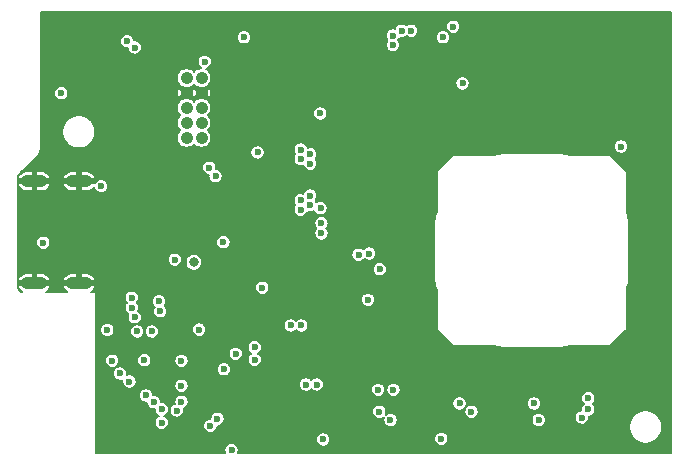
<source format=gbr>
%TF.GenerationSoftware,KiCad,Pcbnew,(5.1.9)-1*%
%TF.CreationDate,2021-03-02T05:03:43-05:00*%
%TF.ProjectId,Canary,43616e61-7279-42e6-9b69-6361645f7063,rev?*%
%TF.SameCoordinates,Original*%
%TF.FileFunction,Copper,L2,Inr*%
%TF.FilePolarity,Positive*%
%FSLAX46Y46*%
G04 Gerber Fmt 4.6, Leading zero omitted, Abs format (unit mm)*
G04 Created by KiCad (PCBNEW (5.1.9)-1) date 2021-03-02 05:03:43*
%MOMM*%
%LPD*%
G01*
G04 APERTURE LIST*
%TA.AperFunction,ComponentPad*%
%ADD10C,1.050000*%
%TD*%
%TA.AperFunction,ComponentPad*%
%ADD11O,2.200000X1.100000*%
%TD*%
%TA.AperFunction,ViaPad*%
%ADD12C,0.600000*%
%TD*%
%TA.AperFunction,ViaPad*%
%ADD13C,0.800000*%
%TD*%
%TA.AperFunction,Conductor*%
%ADD14C,0.203200*%
%TD*%
%TA.AperFunction,Conductor*%
%ADD15C,0.100000*%
%TD*%
G04 APERTURE END LIST*
D10*
%TO.N,+5V*%
%TO.C,J2*%
X56900000Y-53940000D03*
X55630000Y-53940000D03*
%TO.N,GND*%
X56900000Y-55210000D03*
X55630000Y-55210000D03*
%TO.N,N/C*%
X56900000Y-56480000D03*
%TO.N,~PM_RST~*%
X55630000Y-56480000D03*
%TO.N,N/C*%
X56900000Y-57750000D03*
%TO.N,PM_UART_RXD*%
X55630000Y-57750000D03*
%TO.N,~PM_SLEEP~*%
X56900000Y-59020000D03*
%TO.N,PM_UART_TXD*%
X55630000Y-59020000D03*
%TD*%
D11*
%TO.N,GND*%
%TO.C,J3*%
X46550000Y-62680000D03*
X46550000Y-71320000D03*
X42750000Y-62680000D03*
X42750000Y-71320000D03*
%TD*%
D12*
%TO.N,/BAT_DIV*%
X54800000Y-82100000D03*
X59800000Y-77300000D03*
%TO.N,GND*%
X62500000Y-59950000D03*
X59450000Y-80150000D03*
X66050000Y-78150000D03*
X68150000Y-78150000D03*
X75550000Y-54050000D03*
X48250000Y-77950000D03*
X48250000Y-79800000D03*
X48250000Y-81300000D03*
X48250000Y-83150000D03*
X49200000Y-83150000D03*
X50150000Y-83150000D03*
X55250000Y-83250000D03*
X75600000Y-50050000D03*
X76600000Y-50975000D03*
X76600000Y-50050000D03*
X78200000Y-56050000D03*
X68250000Y-53500000D03*
X69200000Y-53500000D03*
X75550000Y-52900000D03*
X75600000Y-56950000D03*
X71100000Y-50875000D03*
X66700000Y-50850000D03*
X91400000Y-49200000D03*
X86600000Y-49200000D03*
X92200000Y-53600000D03*
X92200000Y-54800000D03*
X93400000Y-54800000D03*
X94600000Y-54800000D03*
X95800000Y-54800000D03*
X90000000Y-54400000D03*
X88950000Y-54400000D03*
X79100000Y-52500000D03*
X56000000Y-51400000D03*
X57100000Y-50300000D03*
X56000000Y-50300000D03*
X71100000Y-50050000D03*
X70400000Y-57250000D03*
X61400000Y-54400000D03*
X61400000Y-55200000D03*
X61400000Y-56000000D03*
X63400000Y-62600000D03*
X62600000Y-62600000D03*
X63400000Y-63400000D03*
X63400000Y-64200000D03*
X57750000Y-76675000D03*
X57750000Y-75825000D03*
X71100000Y-65450000D03*
X70150000Y-65450000D03*
X68600000Y-65450000D03*
X66450000Y-68100000D03*
X64600000Y-85300000D03*
X74600000Y-85300000D03*
X84600000Y-85300000D03*
X58650000Y-80150000D03*
X62400000Y-65200000D03*
X62980000Y-74140000D03*
X62980000Y-73280000D03*
X66900000Y-74700000D03*
X67700000Y-74700000D03*
X66900000Y-70700000D03*
X67700000Y-70700000D03*
X46620000Y-51170000D03*
X48110000Y-55330000D03*
X49200000Y-59750000D03*
D13*
X56250000Y-72650000D03*
D12*
X48150000Y-73650000D03*
X57700000Y-84975000D03*
X61150000Y-75000000D03*
X85050000Y-80700000D03*
X62250000Y-79750000D03*
X62250000Y-83250000D03*
X92600000Y-81600000D03*
X94400000Y-81600000D03*
X92600000Y-83400000D03*
X53870000Y-59800000D03*
X95200000Y-55700000D03*
X94000000Y-55700000D03*
X92800000Y-55700000D03*
X61590000Y-63830000D03*
X61600000Y-65700000D03*
X92600000Y-85200000D03*
X96200000Y-81600000D03*
D13*
%TO.N,+3V3*%
X56250000Y-69550000D03*
D12*
X45020000Y-55230000D03*
X58250000Y-82800000D03*
X57650000Y-83400000D03*
X65300000Y-60000000D03*
X65300000Y-60800000D03*
X66100000Y-60400000D03*
X66100000Y-61200000D03*
X77350000Y-50500000D03*
X73100000Y-51150000D03*
X73100000Y-50350000D03*
X73850000Y-49950000D03*
X74650000Y-49950000D03*
X78200000Y-49600000D03*
X43500000Y-67900000D03*
%TO.N,VDD*%
X89100000Y-82700000D03*
X89650000Y-82000000D03*
X78750000Y-81500000D03*
X71850000Y-80350000D03*
X73150000Y-80350000D03*
X67050000Y-67100000D03*
X67050000Y-66250000D03*
X66100000Y-63900000D03*
X65300000Y-65100000D03*
X66100000Y-64700000D03*
X65300000Y-64300000D03*
X65750000Y-79900000D03*
X66650000Y-79900000D03*
X64450000Y-74900000D03*
X65350000Y-74900000D03*
X85050000Y-81500000D03*
%TO.N,VREF*%
X71000000Y-72730000D03*
X71087500Y-68807500D03*
X70200000Y-68910000D03*
%TO.N,+5V*%
X57170000Y-52580000D03*
X50600000Y-50830000D03*
X51250000Y-51370000D03*
X60500000Y-50500000D03*
%TO.N,LED_GREEN*%
X55200000Y-80000000D03*
X59450000Y-85450000D03*
%TO.N,LED_AMBER*%
X67200000Y-84550000D03*
X58800000Y-78600000D03*
%TO.N,LED_RED*%
X55200000Y-81350000D03*
X77200000Y-84500000D03*
%TO.N,~RESET~*%
X51450000Y-75400000D03*
%TO.N,SWDCLK*%
X49335000Y-77885000D03*
%TO.N,SWO*%
X49990000Y-78960000D03*
%TO.N,SWDIO*%
X48920000Y-75280000D03*
%TO.N,5V_EN*%
X52200000Y-80825000D03*
X58750000Y-67850000D03*
%TO.N,VREF_EN*%
X52875000Y-81400000D03*
X66975000Y-64975000D03*
%TO.N,~LMP_EN~*%
X53525000Y-82000000D03*
X62050000Y-71700000D03*
%TO.N,PIEZO_PWM*%
X53300000Y-72850000D03*
X53525000Y-83125000D03*
%TO.N,PM_UART_RXD*%
X58090000Y-62270000D03*
%TO.N,PM_UART_TXD*%
X57550000Y-61540000D03*
%TO.N,I2C_SDA*%
X55200000Y-77900000D03*
X61400000Y-77800000D03*
X72900000Y-82900000D03*
X85450000Y-82900000D03*
%TO.N,I2C_SCL*%
X56700000Y-75250000D03*
X61400000Y-76750000D03*
X71950000Y-82200000D03*
X79750000Y-82200000D03*
X89650000Y-81050000D03*
%TO.N,CHG_STAT*%
X66950000Y-56950000D03*
X51250000Y-74200000D03*
%TO.N,3V3_PS*%
X79000000Y-54400000D03*
X51000000Y-73400000D03*
%TO.N,VDD_EN*%
X61650000Y-60250000D03*
X51000000Y-72550000D03*
%TO.N,BUTTON*%
X52700000Y-75400000D03*
X53400000Y-73700000D03*
%TO.N,~PM_RST~*%
X52050000Y-77850000D03*
X54650000Y-69330000D03*
%TO.N,/Potentiostat/SPEC_CE*%
X72000000Y-70140000D03*
X92420000Y-59750000D03*
%TO.N,/RBTN*%
X48400000Y-63100000D03*
%TO.N,Net-(TP1-Pad1)*%
X50800000Y-79650000D03*
%TD*%
D14*
%TO.N,GND*%
X96670200Y-85670200D02*
X60013421Y-85670200D01*
X60031558Y-85626414D01*
X60054800Y-85509568D01*
X60054800Y-85390432D01*
X60031558Y-85273586D01*
X59985966Y-85163520D01*
X59919779Y-85064463D01*
X59835537Y-84980221D01*
X59736480Y-84914034D01*
X59626414Y-84868442D01*
X59509568Y-84845200D01*
X59390432Y-84845200D01*
X59273586Y-84868442D01*
X59163520Y-84914034D01*
X59064463Y-84980221D01*
X58980221Y-85064463D01*
X58914034Y-85163520D01*
X58868442Y-85273586D01*
X58845200Y-85390432D01*
X58845200Y-85509568D01*
X58868442Y-85626414D01*
X58886579Y-85670200D01*
X47951600Y-85670200D01*
X47951600Y-84490432D01*
X66595200Y-84490432D01*
X66595200Y-84609568D01*
X66618442Y-84726414D01*
X66664034Y-84836480D01*
X66730221Y-84935537D01*
X66814463Y-85019779D01*
X66913520Y-85085966D01*
X67023586Y-85131558D01*
X67140432Y-85154800D01*
X67259568Y-85154800D01*
X67376414Y-85131558D01*
X67486480Y-85085966D01*
X67585537Y-85019779D01*
X67669779Y-84935537D01*
X67735966Y-84836480D01*
X67781558Y-84726414D01*
X67804800Y-84609568D01*
X67804800Y-84490432D01*
X67794855Y-84440432D01*
X76595200Y-84440432D01*
X76595200Y-84559568D01*
X76618442Y-84676414D01*
X76664034Y-84786480D01*
X76730221Y-84885537D01*
X76814463Y-84969779D01*
X76913520Y-85035966D01*
X77023586Y-85081558D01*
X77140432Y-85104800D01*
X77259568Y-85104800D01*
X77376414Y-85081558D01*
X77486480Y-85035966D01*
X77585537Y-84969779D01*
X77669779Y-84885537D01*
X77735966Y-84786480D01*
X77781558Y-84676414D01*
X77804800Y-84559568D01*
X77804800Y-84440432D01*
X77781558Y-84323586D01*
X77735966Y-84213520D01*
X77669779Y-84114463D01*
X77585537Y-84030221D01*
X77486480Y-83964034D01*
X77376414Y-83918442D01*
X77259568Y-83895200D01*
X77140432Y-83895200D01*
X77023586Y-83918442D01*
X76913520Y-83964034D01*
X76814463Y-84030221D01*
X76730221Y-84114463D01*
X76664034Y-84213520D01*
X76618442Y-84323586D01*
X76595200Y-84440432D01*
X67794855Y-84440432D01*
X67781558Y-84373586D01*
X67735966Y-84263520D01*
X67669779Y-84164463D01*
X67585537Y-84080221D01*
X67486480Y-84014034D01*
X67376414Y-83968442D01*
X67259568Y-83945200D01*
X67140432Y-83945200D01*
X67023586Y-83968442D01*
X66913520Y-84014034D01*
X66814463Y-84080221D01*
X66730221Y-84164463D01*
X66664034Y-84263520D01*
X66618442Y-84373586D01*
X66595200Y-84490432D01*
X47951600Y-84490432D01*
X47951600Y-80765432D01*
X51595200Y-80765432D01*
X51595200Y-80884568D01*
X51618442Y-81001414D01*
X51664034Y-81111480D01*
X51730221Y-81210537D01*
X51814463Y-81294779D01*
X51913520Y-81360966D01*
X52023586Y-81406558D01*
X52140432Y-81429800D01*
X52259568Y-81429800D01*
X52270200Y-81427685D01*
X52270200Y-81459568D01*
X52293442Y-81576414D01*
X52339034Y-81686480D01*
X52405221Y-81785537D01*
X52489463Y-81869779D01*
X52588520Y-81935966D01*
X52698586Y-81981558D01*
X52815432Y-82004800D01*
X52920200Y-82004800D01*
X52920200Y-82059568D01*
X52943442Y-82176414D01*
X52989034Y-82286480D01*
X53055221Y-82385537D01*
X53139463Y-82469779D01*
X53238520Y-82535966D01*
X53302577Y-82562500D01*
X53238520Y-82589034D01*
X53139463Y-82655221D01*
X53055221Y-82739463D01*
X52989034Y-82838520D01*
X52943442Y-82948586D01*
X52920200Y-83065432D01*
X52920200Y-83184568D01*
X52943442Y-83301414D01*
X52989034Y-83411480D01*
X53055221Y-83510537D01*
X53139463Y-83594779D01*
X53238520Y-83660966D01*
X53348586Y-83706558D01*
X53465432Y-83729800D01*
X53584568Y-83729800D01*
X53701414Y-83706558D01*
X53811480Y-83660966D01*
X53910537Y-83594779D01*
X53994779Y-83510537D01*
X54060966Y-83411480D01*
X54090395Y-83340432D01*
X57045200Y-83340432D01*
X57045200Y-83459568D01*
X57068442Y-83576414D01*
X57114034Y-83686480D01*
X57180221Y-83785537D01*
X57264463Y-83869779D01*
X57363520Y-83935966D01*
X57473586Y-83981558D01*
X57590432Y-84004800D01*
X57709568Y-84004800D01*
X57826414Y-83981558D01*
X57936480Y-83935966D01*
X58035537Y-83869779D01*
X58119779Y-83785537D01*
X58185966Y-83686480D01*
X58231558Y-83576414D01*
X58254800Y-83459568D01*
X58254800Y-83404800D01*
X58309568Y-83404800D01*
X58426414Y-83381558D01*
X58536480Y-83335966D01*
X58635537Y-83269779D01*
X58719779Y-83185537D01*
X58785966Y-83086480D01*
X58831558Y-82976414D01*
X58854800Y-82859568D01*
X58854800Y-82740432D01*
X58831558Y-82623586D01*
X58785966Y-82513520D01*
X58719779Y-82414463D01*
X58635537Y-82330221D01*
X58536480Y-82264034D01*
X58426414Y-82218442D01*
X58309568Y-82195200D01*
X58190432Y-82195200D01*
X58073586Y-82218442D01*
X57963520Y-82264034D01*
X57864463Y-82330221D01*
X57780221Y-82414463D01*
X57714034Y-82513520D01*
X57668442Y-82623586D01*
X57645200Y-82740432D01*
X57645200Y-82795200D01*
X57590432Y-82795200D01*
X57473586Y-82818442D01*
X57363520Y-82864034D01*
X57264463Y-82930221D01*
X57180221Y-83014463D01*
X57114034Y-83113520D01*
X57068442Y-83223586D01*
X57045200Y-83340432D01*
X54090395Y-83340432D01*
X54106558Y-83301414D01*
X54129800Y-83184568D01*
X54129800Y-83065432D01*
X54106558Y-82948586D01*
X54060966Y-82838520D01*
X53994779Y-82739463D01*
X53910537Y-82655221D01*
X53811480Y-82589034D01*
X53747423Y-82562500D01*
X53811480Y-82535966D01*
X53910537Y-82469779D01*
X53994779Y-82385537D01*
X54060966Y-82286480D01*
X54106558Y-82176414D01*
X54129800Y-82059568D01*
X54129800Y-82040432D01*
X54195200Y-82040432D01*
X54195200Y-82159568D01*
X54218442Y-82276414D01*
X54264034Y-82386480D01*
X54330221Y-82485537D01*
X54414463Y-82569779D01*
X54513520Y-82635966D01*
X54623586Y-82681558D01*
X54740432Y-82704800D01*
X54859568Y-82704800D01*
X54976414Y-82681558D01*
X55086480Y-82635966D01*
X55185537Y-82569779D01*
X55269779Y-82485537D01*
X55335966Y-82386480D01*
X55381558Y-82276414D01*
X55404800Y-82159568D01*
X55404800Y-82140432D01*
X71345200Y-82140432D01*
X71345200Y-82259568D01*
X71368442Y-82376414D01*
X71414034Y-82486480D01*
X71480221Y-82585537D01*
X71564463Y-82669779D01*
X71663520Y-82735966D01*
X71773586Y-82781558D01*
X71890432Y-82804800D01*
X72009568Y-82804800D01*
X72126414Y-82781558D01*
X72236480Y-82735966D01*
X72335537Y-82669779D01*
X72344402Y-82660914D01*
X72318442Y-82723586D01*
X72295200Y-82840432D01*
X72295200Y-82959568D01*
X72318442Y-83076414D01*
X72364034Y-83186480D01*
X72430221Y-83285537D01*
X72514463Y-83369779D01*
X72613520Y-83435966D01*
X72723586Y-83481558D01*
X72840432Y-83504800D01*
X72959568Y-83504800D01*
X73076414Y-83481558D01*
X73186480Y-83435966D01*
X73285537Y-83369779D01*
X73369779Y-83285537D01*
X73435966Y-83186480D01*
X73481558Y-83076414D01*
X73504800Y-82959568D01*
X73504800Y-82840432D01*
X84845200Y-82840432D01*
X84845200Y-82959568D01*
X84868442Y-83076414D01*
X84914034Y-83186480D01*
X84980221Y-83285537D01*
X85064463Y-83369779D01*
X85163520Y-83435966D01*
X85273586Y-83481558D01*
X85390432Y-83504800D01*
X85509568Y-83504800D01*
X85626414Y-83481558D01*
X85736480Y-83435966D01*
X85835537Y-83369779D01*
X85843677Y-83361639D01*
X93095200Y-83361639D01*
X93095200Y-83638361D01*
X93149186Y-83909765D01*
X93255083Y-84165422D01*
X93408821Y-84395508D01*
X93604492Y-84591179D01*
X93834578Y-84744917D01*
X94090235Y-84850814D01*
X94361639Y-84904800D01*
X94638361Y-84904800D01*
X94909765Y-84850814D01*
X95165422Y-84744917D01*
X95395508Y-84591179D01*
X95591179Y-84395508D01*
X95744917Y-84165422D01*
X95850814Y-83909765D01*
X95904800Y-83638361D01*
X95904800Y-83361639D01*
X95850814Y-83090235D01*
X95744917Y-82834578D01*
X95591179Y-82604492D01*
X95395508Y-82408821D01*
X95165422Y-82255083D01*
X94909765Y-82149186D01*
X94638361Y-82095200D01*
X94361639Y-82095200D01*
X94090235Y-82149186D01*
X93834578Y-82255083D01*
X93604492Y-82408821D01*
X93408821Y-82604492D01*
X93255083Y-82834578D01*
X93149186Y-83090235D01*
X93095200Y-83361639D01*
X85843677Y-83361639D01*
X85919779Y-83285537D01*
X85985966Y-83186480D01*
X86031558Y-83076414D01*
X86054800Y-82959568D01*
X86054800Y-82840432D01*
X86031558Y-82723586D01*
X85997114Y-82640432D01*
X88495200Y-82640432D01*
X88495200Y-82759568D01*
X88518442Y-82876414D01*
X88564034Y-82986480D01*
X88630221Y-83085537D01*
X88714463Y-83169779D01*
X88813520Y-83235966D01*
X88923586Y-83281558D01*
X89040432Y-83304800D01*
X89159568Y-83304800D01*
X89276414Y-83281558D01*
X89386480Y-83235966D01*
X89485537Y-83169779D01*
X89569779Y-83085537D01*
X89635966Y-82986480D01*
X89681558Y-82876414D01*
X89704800Y-82759568D01*
X89704800Y-82640432D01*
X89697712Y-82604800D01*
X89709568Y-82604800D01*
X89826414Y-82581558D01*
X89936480Y-82535966D01*
X90035537Y-82469779D01*
X90119779Y-82385537D01*
X90185966Y-82286480D01*
X90231558Y-82176414D01*
X90254800Y-82059568D01*
X90254800Y-81940432D01*
X90231558Y-81823586D01*
X90185966Y-81713520D01*
X90119779Y-81614463D01*
X90035537Y-81530221D01*
X90027723Y-81525000D01*
X90035537Y-81519779D01*
X90119779Y-81435537D01*
X90185966Y-81336480D01*
X90231558Y-81226414D01*
X90254800Y-81109568D01*
X90254800Y-80990432D01*
X90231558Y-80873586D01*
X90185966Y-80763520D01*
X90119779Y-80664463D01*
X90035537Y-80580221D01*
X89936480Y-80514034D01*
X89826414Y-80468442D01*
X89709568Y-80445200D01*
X89590432Y-80445200D01*
X89473586Y-80468442D01*
X89363520Y-80514034D01*
X89264463Y-80580221D01*
X89180221Y-80664463D01*
X89114034Y-80763520D01*
X89068442Y-80873586D01*
X89045200Y-80990432D01*
X89045200Y-81109568D01*
X89068442Y-81226414D01*
X89114034Y-81336480D01*
X89180221Y-81435537D01*
X89264463Y-81519779D01*
X89272277Y-81525000D01*
X89264463Y-81530221D01*
X89180221Y-81614463D01*
X89114034Y-81713520D01*
X89068442Y-81823586D01*
X89045200Y-81940432D01*
X89045200Y-82059568D01*
X89052288Y-82095200D01*
X89040432Y-82095200D01*
X88923586Y-82118442D01*
X88813520Y-82164034D01*
X88714463Y-82230221D01*
X88630221Y-82314463D01*
X88564034Y-82413520D01*
X88518442Y-82523586D01*
X88495200Y-82640432D01*
X85997114Y-82640432D01*
X85985966Y-82613520D01*
X85919779Y-82514463D01*
X85835537Y-82430221D01*
X85736480Y-82364034D01*
X85626414Y-82318442D01*
X85509568Y-82295200D01*
X85390432Y-82295200D01*
X85273586Y-82318442D01*
X85163520Y-82364034D01*
X85064463Y-82430221D01*
X84980221Y-82514463D01*
X84914034Y-82613520D01*
X84868442Y-82723586D01*
X84845200Y-82840432D01*
X73504800Y-82840432D01*
X73481558Y-82723586D01*
X73435966Y-82613520D01*
X73369779Y-82514463D01*
X73285537Y-82430221D01*
X73186480Y-82364034D01*
X73076414Y-82318442D01*
X72959568Y-82295200D01*
X72840432Y-82295200D01*
X72723586Y-82318442D01*
X72613520Y-82364034D01*
X72514463Y-82430221D01*
X72505598Y-82439086D01*
X72531558Y-82376414D01*
X72554800Y-82259568D01*
X72554800Y-82140432D01*
X79145200Y-82140432D01*
X79145200Y-82259568D01*
X79168442Y-82376414D01*
X79214034Y-82486480D01*
X79280221Y-82585537D01*
X79364463Y-82669779D01*
X79463520Y-82735966D01*
X79573586Y-82781558D01*
X79690432Y-82804800D01*
X79809568Y-82804800D01*
X79926414Y-82781558D01*
X80036480Y-82735966D01*
X80135537Y-82669779D01*
X80219779Y-82585537D01*
X80285966Y-82486480D01*
X80331558Y-82376414D01*
X80354800Y-82259568D01*
X80354800Y-82140432D01*
X80331558Y-82023586D01*
X80285966Y-81913520D01*
X80219779Y-81814463D01*
X80135537Y-81730221D01*
X80036480Y-81664034D01*
X79926414Y-81618442D01*
X79809568Y-81595200D01*
X79690432Y-81595200D01*
X79573586Y-81618442D01*
X79463520Y-81664034D01*
X79364463Y-81730221D01*
X79280221Y-81814463D01*
X79214034Y-81913520D01*
X79168442Y-82023586D01*
X79145200Y-82140432D01*
X72554800Y-82140432D01*
X72531558Y-82023586D01*
X72485966Y-81913520D01*
X72419779Y-81814463D01*
X72335537Y-81730221D01*
X72236480Y-81664034D01*
X72126414Y-81618442D01*
X72009568Y-81595200D01*
X71890432Y-81595200D01*
X71773586Y-81618442D01*
X71663520Y-81664034D01*
X71564463Y-81730221D01*
X71480221Y-81814463D01*
X71414034Y-81913520D01*
X71368442Y-82023586D01*
X71345200Y-82140432D01*
X55404800Y-82140432D01*
X55404800Y-82040432D01*
X55382631Y-81928983D01*
X55486480Y-81885966D01*
X55585537Y-81819779D01*
X55669779Y-81735537D01*
X55735966Y-81636480D01*
X55781558Y-81526414D01*
X55798660Y-81440432D01*
X78145200Y-81440432D01*
X78145200Y-81559568D01*
X78168442Y-81676414D01*
X78214034Y-81786480D01*
X78280221Y-81885537D01*
X78364463Y-81969779D01*
X78463520Y-82035966D01*
X78573586Y-82081558D01*
X78690432Y-82104800D01*
X78809568Y-82104800D01*
X78926414Y-82081558D01*
X79036480Y-82035966D01*
X79135537Y-81969779D01*
X79219779Y-81885537D01*
X79285966Y-81786480D01*
X79331558Y-81676414D01*
X79354800Y-81559568D01*
X79354800Y-81440432D01*
X84445200Y-81440432D01*
X84445200Y-81559568D01*
X84468442Y-81676414D01*
X84514034Y-81786480D01*
X84580221Y-81885537D01*
X84664463Y-81969779D01*
X84763520Y-82035966D01*
X84873586Y-82081558D01*
X84990432Y-82104800D01*
X85109568Y-82104800D01*
X85226414Y-82081558D01*
X85336480Y-82035966D01*
X85435537Y-81969779D01*
X85519779Y-81885537D01*
X85585966Y-81786480D01*
X85631558Y-81676414D01*
X85654800Y-81559568D01*
X85654800Y-81440432D01*
X85631558Y-81323586D01*
X85585966Y-81213520D01*
X85519779Y-81114463D01*
X85435537Y-81030221D01*
X85336480Y-80964034D01*
X85226414Y-80918442D01*
X85109568Y-80895200D01*
X84990432Y-80895200D01*
X84873586Y-80918442D01*
X84763520Y-80964034D01*
X84664463Y-81030221D01*
X84580221Y-81114463D01*
X84514034Y-81213520D01*
X84468442Y-81323586D01*
X84445200Y-81440432D01*
X79354800Y-81440432D01*
X79331558Y-81323586D01*
X79285966Y-81213520D01*
X79219779Y-81114463D01*
X79135537Y-81030221D01*
X79036480Y-80964034D01*
X78926414Y-80918442D01*
X78809568Y-80895200D01*
X78690432Y-80895200D01*
X78573586Y-80918442D01*
X78463520Y-80964034D01*
X78364463Y-81030221D01*
X78280221Y-81114463D01*
X78214034Y-81213520D01*
X78168442Y-81323586D01*
X78145200Y-81440432D01*
X55798660Y-81440432D01*
X55804800Y-81409568D01*
X55804800Y-81290432D01*
X55781558Y-81173586D01*
X55735966Y-81063520D01*
X55669779Y-80964463D01*
X55585537Y-80880221D01*
X55486480Y-80814034D01*
X55376414Y-80768442D01*
X55259568Y-80745200D01*
X55140432Y-80745200D01*
X55023586Y-80768442D01*
X54913520Y-80814034D01*
X54814463Y-80880221D01*
X54730221Y-80964463D01*
X54664034Y-81063520D01*
X54618442Y-81173586D01*
X54595200Y-81290432D01*
X54595200Y-81409568D01*
X54617369Y-81521017D01*
X54513520Y-81564034D01*
X54414463Y-81630221D01*
X54330221Y-81714463D01*
X54264034Y-81813520D01*
X54218442Y-81923586D01*
X54195200Y-82040432D01*
X54129800Y-82040432D01*
X54129800Y-81940432D01*
X54106558Y-81823586D01*
X54060966Y-81713520D01*
X53994779Y-81614463D01*
X53910537Y-81530221D01*
X53811480Y-81464034D01*
X53701414Y-81418442D01*
X53584568Y-81395200D01*
X53479800Y-81395200D01*
X53479800Y-81340432D01*
X53456558Y-81223586D01*
X53410966Y-81113520D01*
X53344779Y-81014463D01*
X53260537Y-80930221D01*
X53161480Y-80864034D01*
X53051414Y-80818442D01*
X52934568Y-80795200D01*
X52815432Y-80795200D01*
X52804800Y-80797315D01*
X52804800Y-80765432D01*
X52781558Y-80648586D01*
X52735966Y-80538520D01*
X52669779Y-80439463D01*
X52585537Y-80355221D01*
X52486480Y-80289034D01*
X52376414Y-80243442D01*
X52259568Y-80220200D01*
X52140432Y-80220200D01*
X52023586Y-80243442D01*
X51913520Y-80289034D01*
X51814463Y-80355221D01*
X51730221Y-80439463D01*
X51664034Y-80538520D01*
X51618442Y-80648586D01*
X51595200Y-80765432D01*
X47951600Y-80765432D01*
X47951600Y-78900432D01*
X49385200Y-78900432D01*
X49385200Y-79019568D01*
X49408442Y-79136414D01*
X49454034Y-79246480D01*
X49520221Y-79345537D01*
X49604463Y-79429779D01*
X49703520Y-79495966D01*
X49813586Y-79541558D01*
X49930432Y-79564800D01*
X50049568Y-79564800D01*
X50166414Y-79541558D01*
X50208379Y-79524175D01*
X50195200Y-79590432D01*
X50195200Y-79709568D01*
X50218442Y-79826414D01*
X50264034Y-79936480D01*
X50330221Y-80035537D01*
X50414463Y-80119779D01*
X50513520Y-80185966D01*
X50623586Y-80231558D01*
X50740432Y-80254800D01*
X50859568Y-80254800D01*
X50976414Y-80231558D01*
X51086480Y-80185966D01*
X51185537Y-80119779D01*
X51269779Y-80035537D01*
X51333325Y-79940432D01*
X54595200Y-79940432D01*
X54595200Y-80059568D01*
X54618442Y-80176414D01*
X54664034Y-80286480D01*
X54730221Y-80385537D01*
X54814463Y-80469779D01*
X54913520Y-80535966D01*
X55023586Y-80581558D01*
X55140432Y-80604800D01*
X55259568Y-80604800D01*
X55376414Y-80581558D01*
X55486480Y-80535966D01*
X55585537Y-80469779D01*
X55669779Y-80385537D01*
X55735966Y-80286480D01*
X55781558Y-80176414D01*
X55804800Y-80059568D01*
X55804800Y-79940432D01*
X55784909Y-79840432D01*
X65145200Y-79840432D01*
X65145200Y-79959568D01*
X65168442Y-80076414D01*
X65214034Y-80186480D01*
X65280221Y-80285537D01*
X65364463Y-80369779D01*
X65463520Y-80435966D01*
X65573586Y-80481558D01*
X65690432Y-80504800D01*
X65809568Y-80504800D01*
X65926414Y-80481558D01*
X66036480Y-80435966D01*
X66135537Y-80369779D01*
X66200000Y-80305316D01*
X66264463Y-80369779D01*
X66363520Y-80435966D01*
X66473586Y-80481558D01*
X66590432Y-80504800D01*
X66709568Y-80504800D01*
X66826414Y-80481558D01*
X66936480Y-80435966D01*
X67035537Y-80369779D01*
X67114884Y-80290432D01*
X71245200Y-80290432D01*
X71245200Y-80409568D01*
X71268442Y-80526414D01*
X71314034Y-80636480D01*
X71380221Y-80735537D01*
X71464463Y-80819779D01*
X71563520Y-80885966D01*
X71673586Y-80931558D01*
X71790432Y-80954800D01*
X71909568Y-80954800D01*
X72026414Y-80931558D01*
X72136480Y-80885966D01*
X72235537Y-80819779D01*
X72319779Y-80735537D01*
X72385966Y-80636480D01*
X72431558Y-80526414D01*
X72454800Y-80409568D01*
X72454800Y-80290432D01*
X72545200Y-80290432D01*
X72545200Y-80409568D01*
X72568442Y-80526414D01*
X72614034Y-80636480D01*
X72680221Y-80735537D01*
X72764463Y-80819779D01*
X72863520Y-80885966D01*
X72973586Y-80931558D01*
X73090432Y-80954800D01*
X73209568Y-80954800D01*
X73326414Y-80931558D01*
X73436480Y-80885966D01*
X73535537Y-80819779D01*
X73619779Y-80735537D01*
X73685966Y-80636480D01*
X73731558Y-80526414D01*
X73754800Y-80409568D01*
X73754800Y-80290432D01*
X73731558Y-80173586D01*
X73685966Y-80063520D01*
X73619779Y-79964463D01*
X73535537Y-79880221D01*
X73436480Y-79814034D01*
X73326414Y-79768442D01*
X73209568Y-79745200D01*
X73090432Y-79745200D01*
X72973586Y-79768442D01*
X72863520Y-79814034D01*
X72764463Y-79880221D01*
X72680221Y-79964463D01*
X72614034Y-80063520D01*
X72568442Y-80173586D01*
X72545200Y-80290432D01*
X72454800Y-80290432D01*
X72431558Y-80173586D01*
X72385966Y-80063520D01*
X72319779Y-79964463D01*
X72235537Y-79880221D01*
X72136480Y-79814034D01*
X72026414Y-79768442D01*
X71909568Y-79745200D01*
X71790432Y-79745200D01*
X71673586Y-79768442D01*
X71563520Y-79814034D01*
X71464463Y-79880221D01*
X71380221Y-79964463D01*
X71314034Y-80063520D01*
X71268442Y-80173586D01*
X71245200Y-80290432D01*
X67114884Y-80290432D01*
X67119779Y-80285537D01*
X67185966Y-80186480D01*
X67231558Y-80076414D01*
X67254800Y-79959568D01*
X67254800Y-79840432D01*
X67231558Y-79723586D01*
X67185966Y-79613520D01*
X67119779Y-79514463D01*
X67035537Y-79430221D01*
X66936480Y-79364034D01*
X66826414Y-79318442D01*
X66709568Y-79295200D01*
X66590432Y-79295200D01*
X66473586Y-79318442D01*
X66363520Y-79364034D01*
X66264463Y-79430221D01*
X66200000Y-79494684D01*
X66135537Y-79430221D01*
X66036480Y-79364034D01*
X65926414Y-79318442D01*
X65809568Y-79295200D01*
X65690432Y-79295200D01*
X65573586Y-79318442D01*
X65463520Y-79364034D01*
X65364463Y-79430221D01*
X65280221Y-79514463D01*
X65214034Y-79613520D01*
X65168442Y-79723586D01*
X65145200Y-79840432D01*
X55784909Y-79840432D01*
X55781558Y-79823586D01*
X55735966Y-79713520D01*
X55669779Y-79614463D01*
X55585537Y-79530221D01*
X55486480Y-79464034D01*
X55376414Y-79418442D01*
X55259568Y-79395200D01*
X55140432Y-79395200D01*
X55023586Y-79418442D01*
X54913520Y-79464034D01*
X54814463Y-79530221D01*
X54730221Y-79614463D01*
X54664034Y-79713520D01*
X54618442Y-79823586D01*
X54595200Y-79940432D01*
X51333325Y-79940432D01*
X51335966Y-79936480D01*
X51381558Y-79826414D01*
X51404800Y-79709568D01*
X51404800Y-79590432D01*
X51381558Y-79473586D01*
X51335966Y-79363520D01*
X51269779Y-79264463D01*
X51185537Y-79180221D01*
X51086480Y-79114034D01*
X50976414Y-79068442D01*
X50859568Y-79045200D01*
X50740432Y-79045200D01*
X50623586Y-79068442D01*
X50581621Y-79085825D01*
X50594800Y-79019568D01*
X50594800Y-78900432D01*
X50571558Y-78783586D01*
X50525966Y-78673520D01*
X50459779Y-78574463D01*
X50425748Y-78540432D01*
X58195200Y-78540432D01*
X58195200Y-78659568D01*
X58218442Y-78776414D01*
X58264034Y-78886480D01*
X58330221Y-78985537D01*
X58414463Y-79069779D01*
X58513520Y-79135966D01*
X58623586Y-79181558D01*
X58740432Y-79204800D01*
X58859568Y-79204800D01*
X58976414Y-79181558D01*
X59086480Y-79135966D01*
X59185537Y-79069779D01*
X59269779Y-78985537D01*
X59335966Y-78886480D01*
X59381558Y-78776414D01*
X59404800Y-78659568D01*
X59404800Y-78540432D01*
X59381558Y-78423586D01*
X59335966Y-78313520D01*
X59269779Y-78214463D01*
X59185537Y-78130221D01*
X59086480Y-78064034D01*
X58976414Y-78018442D01*
X58859568Y-77995200D01*
X58740432Y-77995200D01*
X58623586Y-78018442D01*
X58513520Y-78064034D01*
X58414463Y-78130221D01*
X58330221Y-78214463D01*
X58264034Y-78313520D01*
X58218442Y-78423586D01*
X58195200Y-78540432D01*
X50425748Y-78540432D01*
X50375537Y-78490221D01*
X50276480Y-78424034D01*
X50166414Y-78378442D01*
X50049568Y-78355200D01*
X49930432Y-78355200D01*
X49813586Y-78378442D01*
X49703520Y-78424034D01*
X49604463Y-78490221D01*
X49520221Y-78574463D01*
X49454034Y-78673520D01*
X49408442Y-78783586D01*
X49385200Y-78900432D01*
X47951600Y-78900432D01*
X47951600Y-77825432D01*
X48730200Y-77825432D01*
X48730200Y-77944568D01*
X48753442Y-78061414D01*
X48799034Y-78171480D01*
X48865221Y-78270537D01*
X48949463Y-78354779D01*
X49048520Y-78420966D01*
X49158586Y-78466558D01*
X49275432Y-78489800D01*
X49394568Y-78489800D01*
X49511414Y-78466558D01*
X49621480Y-78420966D01*
X49720537Y-78354779D01*
X49804779Y-78270537D01*
X49870966Y-78171480D01*
X49916558Y-78061414D01*
X49939800Y-77944568D01*
X49939800Y-77825432D01*
X49932839Y-77790432D01*
X51445200Y-77790432D01*
X51445200Y-77909568D01*
X51468442Y-78026414D01*
X51514034Y-78136480D01*
X51580221Y-78235537D01*
X51664463Y-78319779D01*
X51763520Y-78385966D01*
X51873586Y-78431558D01*
X51990432Y-78454800D01*
X52109568Y-78454800D01*
X52226414Y-78431558D01*
X52336480Y-78385966D01*
X52435537Y-78319779D01*
X52519779Y-78235537D01*
X52585966Y-78136480D01*
X52631558Y-78026414D01*
X52654800Y-77909568D01*
X52654800Y-77840432D01*
X54595200Y-77840432D01*
X54595200Y-77959568D01*
X54618442Y-78076414D01*
X54664034Y-78186480D01*
X54730221Y-78285537D01*
X54814463Y-78369779D01*
X54913520Y-78435966D01*
X55023586Y-78481558D01*
X55140432Y-78504800D01*
X55259568Y-78504800D01*
X55376414Y-78481558D01*
X55486480Y-78435966D01*
X55585537Y-78369779D01*
X55669779Y-78285537D01*
X55735966Y-78186480D01*
X55781558Y-78076414D01*
X55804800Y-77959568D01*
X55804800Y-77840432D01*
X55781558Y-77723586D01*
X55735966Y-77613520D01*
X55669779Y-77514463D01*
X55585537Y-77430221D01*
X55486480Y-77364034D01*
X55376414Y-77318442D01*
X55259568Y-77295200D01*
X55140432Y-77295200D01*
X55023586Y-77318442D01*
X54913520Y-77364034D01*
X54814463Y-77430221D01*
X54730221Y-77514463D01*
X54664034Y-77613520D01*
X54618442Y-77723586D01*
X54595200Y-77840432D01*
X52654800Y-77840432D01*
X52654800Y-77790432D01*
X52631558Y-77673586D01*
X52585966Y-77563520D01*
X52519779Y-77464463D01*
X52435537Y-77380221D01*
X52336480Y-77314034D01*
X52226414Y-77268442D01*
X52109568Y-77245200D01*
X51990432Y-77245200D01*
X51873586Y-77268442D01*
X51763520Y-77314034D01*
X51664463Y-77380221D01*
X51580221Y-77464463D01*
X51514034Y-77563520D01*
X51468442Y-77673586D01*
X51445200Y-77790432D01*
X49932839Y-77790432D01*
X49916558Y-77708586D01*
X49870966Y-77598520D01*
X49804779Y-77499463D01*
X49720537Y-77415221D01*
X49621480Y-77349034D01*
X49511414Y-77303442D01*
X49394568Y-77280200D01*
X49275432Y-77280200D01*
X49158586Y-77303442D01*
X49048520Y-77349034D01*
X48949463Y-77415221D01*
X48865221Y-77499463D01*
X48799034Y-77598520D01*
X48753442Y-77708586D01*
X48730200Y-77825432D01*
X47951600Y-77825432D01*
X47951600Y-77240432D01*
X59195200Y-77240432D01*
X59195200Y-77359568D01*
X59218442Y-77476414D01*
X59264034Y-77586480D01*
X59330221Y-77685537D01*
X59414463Y-77769779D01*
X59513520Y-77835966D01*
X59623586Y-77881558D01*
X59740432Y-77904800D01*
X59859568Y-77904800D01*
X59976414Y-77881558D01*
X60086480Y-77835966D01*
X60185537Y-77769779D01*
X60269779Y-77685537D01*
X60335966Y-77586480D01*
X60381558Y-77476414D01*
X60404800Y-77359568D01*
X60404800Y-77240432D01*
X60381558Y-77123586D01*
X60335966Y-77013520D01*
X60269779Y-76914463D01*
X60185537Y-76830221D01*
X60086480Y-76764034D01*
X59976414Y-76718442D01*
X59859568Y-76695200D01*
X59740432Y-76695200D01*
X59623586Y-76718442D01*
X59513520Y-76764034D01*
X59414463Y-76830221D01*
X59330221Y-76914463D01*
X59264034Y-77013520D01*
X59218442Y-77123586D01*
X59195200Y-77240432D01*
X47951600Y-77240432D01*
X47951600Y-76690432D01*
X60795200Y-76690432D01*
X60795200Y-76809568D01*
X60818442Y-76926414D01*
X60864034Y-77036480D01*
X60930221Y-77135537D01*
X61014463Y-77219779D01*
X61097108Y-77275000D01*
X61014463Y-77330221D01*
X60930221Y-77414463D01*
X60864034Y-77513520D01*
X60818442Y-77623586D01*
X60795200Y-77740432D01*
X60795200Y-77859568D01*
X60818442Y-77976414D01*
X60864034Y-78086480D01*
X60930221Y-78185537D01*
X61014463Y-78269779D01*
X61113520Y-78335966D01*
X61223586Y-78381558D01*
X61340432Y-78404800D01*
X61459568Y-78404800D01*
X61576414Y-78381558D01*
X61686480Y-78335966D01*
X61785537Y-78269779D01*
X61869779Y-78185537D01*
X61935966Y-78086480D01*
X61981558Y-77976414D01*
X62004800Y-77859568D01*
X62004800Y-77740432D01*
X61981558Y-77623586D01*
X61935966Y-77513520D01*
X61869779Y-77414463D01*
X61785537Y-77330221D01*
X61702892Y-77275000D01*
X61785537Y-77219779D01*
X61869779Y-77135537D01*
X61935966Y-77036480D01*
X61981558Y-76926414D01*
X62004800Y-76809568D01*
X62004800Y-76690432D01*
X61981558Y-76573586D01*
X61935966Y-76463520D01*
X61869779Y-76364463D01*
X61785537Y-76280221D01*
X61686480Y-76214034D01*
X61576414Y-76168442D01*
X61459568Y-76145200D01*
X61340432Y-76145200D01*
X61223586Y-76168442D01*
X61113520Y-76214034D01*
X61014463Y-76280221D01*
X60930221Y-76364463D01*
X60864034Y-76463520D01*
X60818442Y-76573586D01*
X60795200Y-76690432D01*
X47951600Y-76690432D01*
X47951600Y-75220432D01*
X48315200Y-75220432D01*
X48315200Y-75339568D01*
X48338442Y-75456414D01*
X48384034Y-75566480D01*
X48450221Y-75665537D01*
X48534463Y-75749779D01*
X48633520Y-75815966D01*
X48743586Y-75861558D01*
X48860432Y-75884800D01*
X48979568Y-75884800D01*
X49096414Y-75861558D01*
X49206480Y-75815966D01*
X49305537Y-75749779D01*
X49389779Y-75665537D01*
X49455966Y-75566480D01*
X49501558Y-75456414D01*
X49524628Y-75340432D01*
X50845200Y-75340432D01*
X50845200Y-75459568D01*
X50868442Y-75576414D01*
X50914034Y-75686480D01*
X50980221Y-75785537D01*
X51064463Y-75869779D01*
X51163520Y-75935966D01*
X51273586Y-75981558D01*
X51390432Y-76004800D01*
X51509568Y-76004800D01*
X51626414Y-75981558D01*
X51736480Y-75935966D01*
X51835537Y-75869779D01*
X51919779Y-75785537D01*
X51985966Y-75686480D01*
X52031558Y-75576414D01*
X52054800Y-75459568D01*
X52054800Y-75340432D01*
X52095200Y-75340432D01*
X52095200Y-75459568D01*
X52118442Y-75576414D01*
X52164034Y-75686480D01*
X52230221Y-75785537D01*
X52314463Y-75869779D01*
X52413520Y-75935966D01*
X52523586Y-75981558D01*
X52640432Y-76004800D01*
X52759568Y-76004800D01*
X52876414Y-75981558D01*
X52986480Y-75935966D01*
X53085537Y-75869779D01*
X53169779Y-75785537D01*
X53235966Y-75686480D01*
X53281558Y-75576414D01*
X53304800Y-75459568D01*
X53304800Y-75340432D01*
X53281558Y-75223586D01*
X53267825Y-75190432D01*
X56095200Y-75190432D01*
X56095200Y-75309568D01*
X56118442Y-75426414D01*
X56164034Y-75536480D01*
X56230221Y-75635537D01*
X56314463Y-75719779D01*
X56413520Y-75785966D01*
X56523586Y-75831558D01*
X56640432Y-75854800D01*
X56759568Y-75854800D01*
X56876414Y-75831558D01*
X56986480Y-75785966D01*
X57085537Y-75719779D01*
X57169779Y-75635537D01*
X57235966Y-75536480D01*
X57281558Y-75426414D01*
X57304800Y-75309568D01*
X57304800Y-75190432D01*
X57281558Y-75073586D01*
X57235966Y-74963520D01*
X57169779Y-74864463D01*
X57145748Y-74840432D01*
X63845200Y-74840432D01*
X63845200Y-74959568D01*
X63868442Y-75076414D01*
X63914034Y-75186480D01*
X63980221Y-75285537D01*
X64064463Y-75369779D01*
X64163520Y-75435966D01*
X64273586Y-75481558D01*
X64390432Y-75504800D01*
X64509568Y-75504800D01*
X64626414Y-75481558D01*
X64736480Y-75435966D01*
X64835537Y-75369779D01*
X64900000Y-75305316D01*
X64964463Y-75369779D01*
X65063520Y-75435966D01*
X65173586Y-75481558D01*
X65290432Y-75504800D01*
X65409568Y-75504800D01*
X65526414Y-75481558D01*
X65636480Y-75435966D01*
X65735537Y-75369779D01*
X65819779Y-75285537D01*
X65885966Y-75186480D01*
X65931558Y-75076414D01*
X65954800Y-74959568D01*
X65954800Y-74840432D01*
X65931558Y-74723586D01*
X65885966Y-74613520D01*
X65819779Y-74514463D01*
X65735537Y-74430221D01*
X65636480Y-74364034D01*
X65526414Y-74318442D01*
X65409568Y-74295200D01*
X65290432Y-74295200D01*
X65173586Y-74318442D01*
X65063520Y-74364034D01*
X64964463Y-74430221D01*
X64900000Y-74494684D01*
X64835537Y-74430221D01*
X64736480Y-74364034D01*
X64626414Y-74318442D01*
X64509568Y-74295200D01*
X64390432Y-74295200D01*
X64273586Y-74318442D01*
X64163520Y-74364034D01*
X64064463Y-74430221D01*
X63980221Y-74514463D01*
X63914034Y-74613520D01*
X63868442Y-74723586D01*
X63845200Y-74840432D01*
X57145748Y-74840432D01*
X57085537Y-74780221D01*
X56986480Y-74714034D01*
X56876414Y-74668442D01*
X56759568Y-74645200D01*
X56640432Y-74645200D01*
X56523586Y-74668442D01*
X56413520Y-74714034D01*
X56314463Y-74780221D01*
X56230221Y-74864463D01*
X56164034Y-74963520D01*
X56118442Y-75073586D01*
X56095200Y-75190432D01*
X53267825Y-75190432D01*
X53235966Y-75113520D01*
X53169779Y-75014463D01*
X53085537Y-74930221D01*
X52986480Y-74864034D01*
X52876414Y-74818442D01*
X52759568Y-74795200D01*
X52640432Y-74795200D01*
X52523586Y-74818442D01*
X52413520Y-74864034D01*
X52314463Y-74930221D01*
X52230221Y-75014463D01*
X52164034Y-75113520D01*
X52118442Y-75223586D01*
X52095200Y-75340432D01*
X52054800Y-75340432D01*
X52031558Y-75223586D01*
X51985966Y-75113520D01*
X51919779Y-75014463D01*
X51835537Y-74930221D01*
X51736480Y-74864034D01*
X51626414Y-74818442D01*
X51509568Y-74795200D01*
X51390432Y-74795200D01*
X51273586Y-74818442D01*
X51163520Y-74864034D01*
X51064463Y-74930221D01*
X50980221Y-75014463D01*
X50914034Y-75113520D01*
X50868442Y-75223586D01*
X50845200Y-75340432D01*
X49524628Y-75340432D01*
X49524800Y-75339568D01*
X49524800Y-75220432D01*
X49501558Y-75103586D01*
X49455966Y-74993520D01*
X49389779Y-74894463D01*
X49305537Y-74810221D01*
X49206480Y-74744034D01*
X49096414Y-74698442D01*
X48979568Y-74675200D01*
X48860432Y-74675200D01*
X48743586Y-74698442D01*
X48633520Y-74744034D01*
X48534463Y-74810221D01*
X48450221Y-74894463D01*
X48384034Y-74993520D01*
X48338442Y-75103586D01*
X48315200Y-75220432D01*
X47951600Y-75220432D01*
X47951600Y-72490432D01*
X50395200Y-72490432D01*
X50395200Y-72609568D01*
X50418442Y-72726414D01*
X50464034Y-72836480D01*
X50530221Y-72935537D01*
X50569684Y-72975000D01*
X50530221Y-73014463D01*
X50464034Y-73113520D01*
X50418442Y-73223586D01*
X50395200Y-73340432D01*
X50395200Y-73459568D01*
X50418442Y-73576414D01*
X50464034Y-73686480D01*
X50530221Y-73785537D01*
X50614463Y-73869779D01*
X50706640Y-73931369D01*
X50668442Y-74023586D01*
X50645200Y-74140432D01*
X50645200Y-74259568D01*
X50668442Y-74376414D01*
X50714034Y-74486480D01*
X50780221Y-74585537D01*
X50864463Y-74669779D01*
X50963520Y-74735966D01*
X51073586Y-74781558D01*
X51190432Y-74804800D01*
X51309568Y-74804800D01*
X51426414Y-74781558D01*
X51536480Y-74735966D01*
X51635537Y-74669779D01*
X51719779Y-74585537D01*
X51785966Y-74486480D01*
X51831558Y-74376414D01*
X51854800Y-74259568D01*
X51854800Y-74140432D01*
X51831558Y-74023586D01*
X51785966Y-73913520D01*
X51719779Y-73814463D01*
X51635537Y-73730221D01*
X51543360Y-73668631D01*
X51581558Y-73576414D01*
X51604800Y-73459568D01*
X51604800Y-73340432D01*
X51581558Y-73223586D01*
X51535966Y-73113520D01*
X51469779Y-73014463D01*
X51430316Y-72975000D01*
X51469779Y-72935537D01*
X51535966Y-72836480D01*
X51555040Y-72790432D01*
X52695200Y-72790432D01*
X52695200Y-72909568D01*
X52718442Y-73026414D01*
X52764034Y-73136480D01*
X52830221Y-73235537D01*
X52914463Y-73319779D01*
X52922902Y-73325417D01*
X52864034Y-73413520D01*
X52818442Y-73523586D01*
X52795200Y-73640432D01*
X52795200Y-73759568D01*
X52818442Y-73876414D01*
X52864034Y-73986480D01*
X52930221Y-74085537D01*
X53014463Y-74169779D01*
X53113520Y-74235966D01*
X53223586Y-74281558D01*
X53340432Y-74304800D01*
X53459568Y-74304800D01*
X53576414Y-74281558D01*
X53686480Y-74235966D01*
X53785537Y-74169779D01*
X53869779Y-74085537D01*
X53935966Y-73986480D01*
X53981558Y-73876414D01*
X54004800Y-73759568D01*
X54004800Y-73640432D01*
X53981558Y-73523586D01*
X53935966Y-73413520D01*
X53869779Y-73314463D01*
X53785537Y-73230221D01*
X53777098Y-73224583D01*
X53835966Y-73136480D01*
X53881558Y-73026414D01*
X53904800Y-72909568D01*
X53904800Y-72790432D01*
X53881558Y-72673586D01*
X53880252Y-72670432D01*
X70395200Y-72670432D01*
X70395200Y-72789568D01*
X70418442Y-72906414D01*
X70464034Y-73016480D01*
X70530221Y-73115537D01*
X70614463Y-73199779D01*
X70713520Y-73265966D01*
X70823586Y-73311558D01*
X70940432Y-73334800D01*
X71059568Y-73334800D01*
X71176414Y-73311558D01*
X71286480Y-73265966D01*
X71385537Y-73199779D01*
X71469779Y-73115537D01*
X71535966Y-73016480D01*
X71581558Y-72906414D01*
X71604800Y-72789568D01*
X71604800Y-72670432D01*
X71581558Y-72553586D01*
X71535966Y-72443520D01*
X71469779Y-72344463D01*
X71385537Y-72260221D01*
X71286480Y-72194034D01*
X71176414Y-72148442D01*
X71059568Y-72125200D01*
X70940432Y-72125200D01*
X70823586Y-72148442D01*
X70713520Y-72194034D01*
X70614463Y-72260221D01*
X70530221Y-72344463D01*
X70464034Y-72443520D01*
X70418442Y-72553586D01*
X70395200Y-72670432D01*
X53880252Y-72670432D01*
X53835966Y-72563520D01*
X53769779Y-72464463D01*
X53685537Y-72380221D01*
X53586480Y-72314034D01*
X53476414Y-72268442D01*
X53359568Y-72245200D01*
X53240432Y-72245200D01*
X53123586Y-72268442D01*
X53013520Y-72314034D01*
X52914463Y-72380221D01*
X52830221Y-72464463D01*
X52764034Y-72563520D01*
X52718442Y-72673586D01*
X52695200Y-72790432D01*
X51555040Y-72790432D01*
X51581558Y-72726414D01*
X51604800Y-72609568D01*
X51604800Y-72490432D01*
X51581558Y-72373586D01*
X51535966Y-72263520D01*
X51469779Y-72164463D01*
X51385537Y-72080221D01*
X51286480Y-72014034D01*
X51176414Y-71968442D01*
X51059568Y-71945200D01*
X50940432Y-71945200D01*
X50823586Y-71968442D01*
X50713520Y-72014034D01*
X50614463Y-72080221D01*
X50530221Y-72164463D01*
X50464034Y-72263520D01*
X50418442Y-72373586D01*
X50395200Y-72490432D01*
X47951600Y-72490432D01*
X47951600Y-72150000D01*
X47949648Y-72130179D01*
X47943866Y-72111119D01*
X47934477Y-72093554D01*
X47921842Y-72078158D01*
X47906446Y-72065523D01*
X47888881Y-72056134D01*
X47869821Y-72050352D01*
X47850000Y-72048400D01*
X47571739Y-72048400D01*
X47701617Y-71946071D01*
X47812197Y-71816672D01*
X47895408Y-71668186D01*
X47900238Y-71640432D01*
X61445200Y-71640432D01*
X61445200Y-71759568D01*
X61468442Y-71876414D01*
X61514034Y-71986480D01*
X61580221Y-72085537D01*
X61664463Y-72169779D01*
X61763520Y-72235966D01*
X61873586Y-72281558D01*
X61990432Y-72304800D01*
X62109568Y-72304800D01*
X62226414Y-72281558D01*
X62336480Y-72235966D01*
X62435537Y-72169779D01*
X62519779Y-72085537D01*
X62585966Y-71986480D01*
X62631558Y-71876414D01*
X62654800Y-71759568D01*
X62654800Y-71640432D01*
X62631558Y-71523586D01*
X62585966Y-71413520D01*
X62519779Y-71314463D01*
X62435537Y-71230221D01*
X62336480Y-71164034D01*
X62226414Y-71118442D01*
X62109568Y-71095200D01*
X61990432Y-71095200D01*
X61873586Y-71118442D01*
X61763520Y-71164034D01*
X61664463Y-71230221D01*
X61580221Y-71314463D01*
X61514034Y-71413520D01*
X61468442Y-71523586D01*
X61445200Y-71640432D01*
X47900238Y-71640432D01*
X47906909Y-71602102D01*
X47863539Y-71472400D01*
X46702400Y-71472400D01*
X46702400Y-71492400D01*
X46397600Y-71492400D01*
X46397600Y-71472400D01*
X45236461Y-71472400D01*
X45193091Y-71602102D01*
X45204592Y-71668186D01*
X45287803Y-71816672D01*
X45398383Y-71946071D01*
X45528261Y-72048400D01*
X43771739Y-72048400D01*
X43901617Y-71946071D01*
X44012197Y-71816672D01*
X44095408Y-71668186D01*
X44106909Y-71602102D01*
X44063539Y-71472400D01*
X42902400Y-71472400D01*
X42902400Y-71492400D01*
X42597600Y-71492400D01*
X42597600Y-71472400D01*
X41436461Y-71472400D01*
X41393091Y-71602102D01*
X41404592Y-71668186D01*
X41487803Y-71816672D01*
X41598383Y-71946071D01*
X41728261Y-72048400D01*
X41611279Y-72048400D01*
X41537081Y-71974797D01*
X41444388Y-71861949D01*
X41382724Y-71746948D01*
X41344573Y-71622158D01*
X41329800Y-71476721D01*
X41329800Y-71037898D01*
X41393091Y-71037898D01*
X41436461Y-71167600D01*
X42597600Y-71167600D01*
X42597600Y-70465200D01*
X42902400Y-70465200D01*
X42902400Y-71167600D01*
X44063539Y-71167600D01*
X44106909Y-71037898D01*
X45193091Y-71037898D01*
X45236461Y-71167600D01*
X46397600Y-71167600D01*
X46397600Y-70465200D01*
X46702400Y-70465200D01*
X46702400Y-71167600D01*
X47863539Y-71167600D01*
X47906909Y-71037898D01*
X47895408Y-70971814D01*
X47812197Y-70823328D01*
X47701617Y-70693929D01*
X47567917Y-70588589D01*
X47416235Y-70511357D01*
X47252400Y-70465200D01*
X46702400Y-70465200D01*
X46397600Y-70465200D01*
X45847600Y-70465200D01*
X45683765Y-70511357D01*
X45532083Y-70588589D01*
X45398383Y-70693929D01*
X45287803Y-70823328D01*
X45204592Y-70971814D01*
X45193091Y-71037898D01*
X44106909Y-71037898D01*
X44095408Y-70971814D01*
X44012197Y-70823328D01*
X43901617Y-70693929D01*
X43767917Y-70588589D01*
X43616235Y-70511357D01*
X43452400Y-70465200D01*
X42902400Y-70465200D01*
X42597600Y-70465200D01*
X42047600Y-70465200D01*
X41883765Y-70511357D01*
X41732083Y-70588589D01*
X41598383Y-70693929D01*
X41487803Y-70823328D01*
X41404592Y-70971814D01*
X41393091Y-71037898D01*
X41329800Y-71037898D01*
X41329800Y-69270432D01*
X54045200Y-69270432D01*
X54045200Y-69389568D01*
X54068442Y-69506414D01*
X54114034Y-69616480D01*
X54180221Y-69715537D01*
X54264463Y-69799779D01*
X54363520Y-69865966D01*
X54473586Y-69911558D01*
X54590432Y-69934800D01*
X54709568Y-69934800D01*
X54826414Y-69911558D01*
X54936480Y-69865966D01*
X55035537Y-69799779D01*
X55119779Y-69715537D01*
X55185966Y-69616480D01*
X55231558Y-69506414D01*
X55236696Y-69480583D01*
X55545200Y-69480583D01*
X55545200Y-69619417D01*
X55572285Y-69755583D01*
X55625415Y-69883848D01*
X55702546Y-69999284D01*
X55800716Y-70097454D01*
X55916152Y-70174585D01*
X56044417Y-70227715D01*
X56180583Y-70254800D01*
X56319417Y-70254800D01*
X56455583Y-70227715D01*
X56583848Y-70174585D01*
X56699284Y-70097454D01*
X56716306Y-70080432D01*
X71395200Y-70080432D01*
X71395200Y-70199568D01*
X71418442Y-70316414D01*
X71464034Y-70426480D01*
X71530221Y-70525537D01*
X71614463Y-70609779D01*
X71713520Y-70675966D01*
X71823586Y-70721558D01*
X71940432Y-70744800D01*
X72059568Y-70744800D01*
X72176414Y-70721558D01*
X72286480Y-70675966D01*
X72385537Y-70609779D01*
X72469779Y-70525537D01*
X72535966Y-70426480D01*
X72581558Y-70316414D01*
X72604800Y-70199568D01*
X72604800Y-70080432D01*
X72581558Y-69963586D01*
X72535966Y-69853520D01*
X72469779Y-69754463D01*
X72385537Y-69670221D01*
X72286480Y-69604034D01*
X72176414Y-69558442D01*
X72059568Y-69535200D01*
X71940432Y-69535200D01*
X71823586Y-69558442D01*
X71713520Y-69604034D01*
X71614463Y-69670221D01*
X71530221Y-69754463D01*
X71464034Y-69853520D01*
X71418442Y-69963586D01*
X71395200Y-70080432D01*
X56716306Y-70080432D01*
X56797454Y-69999284D01*
X56874585Y-69883848D01*
X56927715Y-69755583D01*
X56954800Y-69619417D01*
X56954800Y-69480583D01*
X56927715Y-69344417D01*
X56874585Y-69216152D01*
X56797454Y-69100716D01*
X56699284Y-69002546D01*
X56583848Y-68925415D01*
X56455583Y-68872285D01*
X56345721Y-68850432D01*
X69595200Y-68850432D01*
X69595200Y-68969568D01*
X69618442Y-69086414D01*
X69664034Y-69196480D01*
X69730221Y-69295537D01*
X69814463Y-69379779D01*
X69913520Y-69445966D01*
X70023586Y-69491558D01*
X70140432Y-69514800D01*
X70259568Y-69514800D01*
X70376414Y-69491558D01*
X70486480Y-69445966D01*
X70585537Y-69379779D01*
X70669779Y-69295537D01*
X70689983Y-69265299D01*
X70701963Y-69277279D01*
X70801020Y-69343466D01*
X70911086Y-69389058D01*
X71027932Y-69412300D01*
X71147068Y-69412300D01*
X71263914Y-69389058D01*
X71373980Y-69343466D01*
X71473037Y-69277279D01*
X71557279Y-69193037D01*
X71623466Y-69093980D01*
X71669058Y-68983914D01*
X71692300Y-68867068D01*
X71692300Y-68747932D01*
X71669058Y-68631086D01*
X71623466Y-68521020D01*
X71557279Y-68421963D01*
X71473037Y-68337721D01*
X71373980Y-68271534D01*
X71263914Y-68225942D01*
X71147068Y-68202700D01*
X71027932Y-68202700D01*
X70911086Y-68225942D01*
X70801020Y-68271534D01*
X70701963Y-68337721D01*
X70617721Y-68421963D01*
X70597517Y-68452201D01*
X70585537Y-68440221D01*
X70486480Y-68374034D01*
X70376414Y-68328442D01*
X70259568Y-68305200D01*
X70140432Y-68305200D01*
X70023586Y-68328442D01*
X69913520Y-68374034D01*
X69814463Y-68440221D01*
X69730221Y-68524463D01*
X69664034Y-68623520D01*
X69618442Y-68733586D01*
X69595200Y-68850432D01*
X56345721Y-68850432D01*
X56319417Y-68845200D01*
X56180583Y-68845200D01*
X56044417Y-68872285D01*
X55916152Y-68925415D01*
X55800716Y-69002546D01*
X55702546Y-69100716D01*
X55625415Y-69216152D01*
X55572285Y-69344417D01*
X55545200Y-69480583D01*
X55236696Y-69480583D01*
X55254800Y-69389568D01*
X55254800Y-69270432D01*
X55231558Y-69153586D01*
X55185966Y-69043520D01*
X55119779Y-68944463D01*
X55035537Y-68860221D01*
X54936480Y-68794034D01*
X54826414Y-68748442D01*
X54709568Y-68725200D01*
X54590432Y-68725200D01*
X54473586Y-68748442D01*
X54363520Y-68794034D01*
X54264463Y-68860221D01*
X54180221Y-68944463D01*
X54114034Y-69043520D01*
X54068442Y-69153586D01*
X54045200Y-69270432D01*
X41329800Y-69270432D01*
X41329800Y-67840432D01*
X42895200Y-67840432D01*
X42895200Y-67959568D01*
X42918442Y-68076414D01*
X42964034Y-68186480D01*
X43030221Y-68285537D01*
X43114463Y-68369779D01*
X43213520Y-68435966D01*
X43323586Y-68481558D01*
X43440432Y-68504800D01*
X43559568Y-68504800D01*
X43676414Y-68481558D01*
X43786480Y-68435966D01*
X43885537Y-68369779D01*
X43969779Y-68285537D01*
X44035966Y-68186480D01*
X44081558Y-68076414D01*
X44104800Y-67959568D01*
X44104800Y-67840432D01*
X44094855Y-67790432D01*
X58145200Y-67790432D01*
X58145200Y-67909568D01*
X58168442Y-68026414D01*
X58214034Y-68136480D01*
X58280221Y-68235537D01*
X58364463Y-68319779D01*
X58463520Y-68385966D01*
X58573586Y-68431558D01*
X58690432Y-68454800D01*
X58809568Y-68454800D01*
X58926414Y-68431558D01*
X59036480Y-68385966D01*
X59135537Y-68319779D01*
X59219779Y-68235537D01*
X59285966Y-68136480D01*
X59331558Y-68026414D01*
X59354800Y-67909568D01*
X59354800Y-67790432D01*
X59331558Y-67673586D01*
X59285966Y-67563520D01*
X59219779Y-67464463D01*
X59135537Y-67380221D01*
X59036480Y-67314034D01*
X58926414Y-67268442D01*
X58809568Y-67245200D01*
X58690432Y-67245200D01*
X58573586Y-67268442D01*
X58463520Y-67314034D01*
X58364463Y-67380221D01*
X58280221Y-67464463D01*
X58214034Y-67563520D01*
X58168442Y-67673586D01*
X58145200Y-67790432D01*
X44094855Y-67790432D01*
X44081558Y-67723586D01*
X44035966Y-67613520D01*
X43969779Y-67514463D01*
X43885537Y-67430221D01*
X43786480Y-67364034D01*
X43676414Y-67318442D01*
X43559568Y-67295200D01*
X43440432Y-67295200D01*
X43323586Y-67318442D01*
X43213520Y-67364034D01*
X43114463Y-67430221D01*
X43030221Y-67514463D01*
X42964034Y-67613520D01*
X42918442Y-67723586D01*
X42895200Y-67840432D01*
X41329800Y-67840432D01*
X41329800Y-66190432D01*
X66445200Y-66190432D01*
X66445200Y-66309568D01*
X66468442Y-66426414D01*
X66514034Y-66536480D01*
X66580221Y-66635537D01*
X66619684Y-66675000D01*
X66580221Y-66714463D01*
X66514034Y-66813520D01*
X66468442Y-66923586D01*
X66445200Y-67040432D01*
X66445200Y-67159568D01*
X66468442Y-67276414D01*
X66514034Y-67386480D01*
X66580221Y-67485537D01*
X66664463Y-67569779D01*
X66763520Y-67635966D01*
X66873586Y-67681558D01*
X66990432Y-67704800D01*
X67109568Y-67704800D01*
X67226414Y-67681558D01*
X67336480Y-67635966D01*
X67435537Y-67569779D01*
X67519779Y-67485537D01*
X67585966Y-67386480D01*
X67631558Y-67276414D01*
X67654800Y-67159568D01*
X67654800Y-67040432D01*
X67631558Y-66923586D01*
X67585966Y-66813520D01*
X67519779Y-66714463D01*
X67480316Y-66675000D01*
X67519779Y-66635537D01*
X67585966Y-66536480D01*
X67631558Y-66426414D01*
X67654800Y-66309568D01*
X67654800Y-66190432D01*
X67640210Y-66117080D01*
X76610200Y-66117080D01*
X76610201Y-68532070D01*
X76610200Y-68532080D01*
X76610201Y-70982921D01*
X76611825Y-70999414D01*
X76611746Y-71010769D01*
X76612242Y-71015838D01*
X76649371Y-71369094D01*
X76656028Y-71401525D01*
X76662216Y-71433961D01*
X76663687Y-71438836D01*
X76768723Y-71778152D01*
X76781554Y-71808674D01*
X76793923Y-71839289D01*
X76796313Y-71843786D01*
X76798400Y-71847646D01*
X76798400Y-75200000D01*
X76800352Y-75219821D01*
X76806134Y-75238881D01*
X76815523Y-75256446D01*
X76828158Y-75271842D01*
X78128158Y-76571842D01*
X78143554Y-76584477D01*
X78161119Y-76593866D01*
X78180179Y-76599648D01*
X78200000Y-76601600D01*
X81554818Y-76601600D01*
X81570189Y-76609773D01*
X81600738Y-76622364D01*
X81631148Y-76635398D01*
X81636014Y-76636904D01*
X81976055Y-76739568D01*
X82008484Y-76745989D01*
X82040829Y-76752864D01*
X82045894Y-76753397D01*
X82399401Y-76788059D01*
X82417079Y-76789800D01*
X87282921Y-76789800D01*
X87299423Y-76788175D01*
X87310769Y-76788254D01*
X87315838Y-76787758D01*
X87669094Y-76750629D01*
X87701525Y-76743972D01*
X87733961Y-76737784D01*
X87738836Y-76736313D01*
X88078152Y-76631277D01*
X88108674Y-76618446D01*
X88139289Y-76606077D01*
X88143786Y-76603687D01*
X88147646Y-76601600D01*
X91500000Y-76601600D01*
X91519821Y-76599648D01*
X91538881Y-76593866D01*
X91556446Y-76584477D01*
X91571842Y-76571842D01*
X92871842Y-75271842D01*
X92884477Y-75256446D01*
X92893866Y-75238881D01*
X92899648Y-75219821D01*
X92901600Y-75200000D01*
X92901600Y-71845182D01*
X92909773Y-71829811D01*
X92922364Y-71799262D01*
X92935398Y-71768852D01*
X92936904Y-71763986D01*
X93039568Y-71423945D01*
X93045989Y-71391516D01*
X93052864Y-71359171D01*
X93053397Y-71354106D01*
X93088059Y-71000599D01*
X93089800Y-70982921D01*
X93089800Y-66117079D01*
X93088175Y-66100577D01*
X93088254Y-66089231D01*
X93087758Y-66084162D01*
X93050629Y-65730906D01*
X93043972Y-65698475D01*
X93037784Y-65666039D01*
X93036312Y-65661163D01*
X92931277Y-65321848D01*
X92918451Y-65291338D01*
X92906077Y-65260711D01*
X92903687Y-65256214D01*
X92901600Y-65252354D01*
X92901600Y-61900000D01*
X92899648Y-61880179D01*
X92893866Y-61861119D01*
X92884477Y-61843554D01*
X92871842Y-61828158D01*
X91571842Y-60528158D01*
X91556446Y-60515523D01*
X91538881Y-60506134D01*
X91519821Y-60500352D01*
X91500000Y-60498400D01*
X88145182Y-60498400D01*
X88129811Y-60490227D01*
X88099262Y-60477636D01*
X88068852Y-60464602D01*
X88063986Y-60463096D01*
X87723945Y-60360432D01*
X87691501Y-60354008D01*
X87659170Y-60347136D01*
X87654105Y-60346603D01*
X87300599Y-60311941D01*
X87282921Y-60310200D01*
X82417079Y-60310200D01*
X82400577Y-60311825D01*
X82389231Y-60311746D01*
X82384162Y-60312242D01*
X82030906Y-60349371D01*
X81998475Y-60356028D01*
X81966039Y-60362216D01*
X81961163Y-60363688D01*
X81621848Y-60468723D01*
X81591338Y-60481549D01*
X81560711Y-60493923D01*
X81556214Y-60496313D01*
X81552354Y-60498400D01*
X78200000Y-60498400D01*
X78180179Y-60500352D01*
X78161119Y-60506134D01*
X78143554Y-60515523D01*
X78128158Y-60528158D01*
X76828158Y-61828158D01*
X76815523Y-61843554D01*
X76806134Y-61861119D01*
X76800352Y-61880179D01*
X76798400Y-61900000D01*
X76798400Y-65254818D01*
X76790227Y-65270189D01*
X76777636Y-65300738D01*
X76764602Y-65331148D01*
X76763096Y-65336014D01*
X76660432Y-65676055D01*
X76654008Y-65708499D01*
X76647136Y-65740830D01*
X76646603Y-65745895D01*
X76611941Y-66099401D01*
X76610200Y-66117080D01*
X67640210Y-66117080D01*
X67631558Y-66073586D01*
X67585966Y-65963520D01*
X67519779Y-65864463D01*
X67435537Y-65780221D01*
X67336480Y-65714034D01*
X67226414Y-65668442D01*
X67109568Y-65645200D01*
X66990432Y-65645200D01*
X66873586Y-65668442D01*
X66763520Y-65714034D01*
X66664463Y-65780221D01*
X66580221Y-65864463D01*
X66514034Y-65963520D01*
X66468442Y-66073586D01*
X66445200Y-66190432D01*
X41329800Y-66190432D01*
X41329800Y-64240432D01*
X64695200Y-64240432D01*
X64695200Y-64359568D01*
X64718442Y-64476414D01*
X64764034Y-64586480D01*
X64830221Y-64685537D01*
X64844684Y-64700000D01*
X64830221Y-64714463D01*
X64764034Y-64813520D01*
X64718442Y-64923586D01*
X64695200Y-65040432D01*
X64695200Y-65159568D01*
X64718442Y-65276414D01*
X64764034Y-65386480D01*
X64830221Y-65485537D01*
X64914463Y-65569779D01*
X65013520Y-65635966D01*
X65123586Y-65681558D01*
X65240432Y-65704800D01*
X65359568Y-65704800D01*
X65476414Y-65681558D01*
X65586480Y-65635966D01*
X65685537Y-65569779D01*
X65769779Y-65485537D01*
X65835966Y-65386480D01*
X65881558Y-65276414D01*
X65883812Y-65265083D01*
X65923586Y-65281558D01*
X66040432Y-65304800D01*
X66159568Y-65304800D01*
X66276414Y-65281558D01*
X66386480Y-65235966D01*
X66419364Y-65213994D01*
X66439034Y-65261480D01*
X66505221Y-65360537D01*
X66589463Y-65444779D01*
X66688520Y-65510966D01*
X66798586Y-65556558D01*
X66915432Y-65579800D01*
X67034568Y-65579800D01*
X67151414Y-65556558D01*
X67261480Y-65510966D01*
X67360537Y-65444779D01*
X67444779Y-65360537D01*
X67510966Y-65261480D01*
X67556558Y-65151414D01*
X67579800Y-65034568D01*
X67579800Y-64915432D01*
X67556558Y-64798586D01*
X67510966Y-64688520D01*
X67444779Y-64589463D01*
X67360537Y-64505221D01*
X67261480Y-64439034D01*
X67151414Y-64393442D01*
X67034568Y-64370200D01*
X66915432Y-64370200D01*
X66798586Y-64393442D01*
X66688520Y-64439034D01*
X66655636Y-64461006D01*
X66635966Y-64413520D01*
X66569779Y-64314463D01*
X66555316Y-64300000D01*
X66569779Y-64285537D01*
X66635966Y-64186480D01*
X66681558Y-64076414D01*
X66704800Y-63959568D01*
X66704800Y-63840432D01*
X66681558Y-63723586D01*
X66635966Y-63613520D01*
X66569779Y-63514463D01*
X66485537Y-63430221D01*
X66386480Y-63364034D01*
X66276414Y-63318442D01*
X66159568Y-63295200D01*
X66040432Y-63295200D01*
X65923586Y-63318442D01*
X65813520Y-63364034D01*
X65714463Y-63430221D01*
X65630221Y-63514463D01*
X65564034Y-63613520D01*
X65518442Y-63723586D01*
X65516188Y-63734917D01*
X65476414Y-63718442D01*
X65359568Y-63695200D01*
X65240432Y-63695200D01*
X65123586Y-63718442D01*
X65013520Y-63764034D01*
X64914463Y-63830221D01*
X64830221Y-63914463D01*
X64764034Y-64013520D01*
X64718442Y-64123586D01*
X64695200Y-64240432D01*
X41329800Y-64240432D01*
X41329800Y-62962102D01*
X41393091Y-62962102D01*
X41404592Y-63028186D01*
X41487803Y-63176672D01*
X41598383Y-63306071D01*
X41732083Y-63411411D01*
X41883765Y-63488643D01*
X42047600Y-63534800D01*
X42597600Y-63534800D01*
X42597600Y-62832400D01*
X42902400Y-62832400D01*
X42902400Y-63534800D01*
X43452400Y-63534800D01*
X43616235Y-63488643D01*
X43767917Y-63411411D01*
X43901617Y-63306071D01*
X44012197Y-63176672D01*
X44095408Y-63028186D01*
X44106909Y-62962102D01*
X45193091Y-62962102D01*
X45204592Y-63028186D01*
X45287803Y-63176672D01*
X45398383Y-63306071D01*
X45532083Y-63411411D01*
X45683765Y-63488643D01*
X45847600Y-63534800D01*
X46397600Y-63534800D01*
X46397600Y-62832400D01*
X46702400Y-62832400D01*
X46702400Y-63534800D01*
X47252400Y-63534800D01*
X47416235Y-63488643D01*
X47567917Y-63411411D01*
X47701617Y-63306071D01*
X47801169Y-63189577D01*
X47818442Y-63276414D01*
X47864034Y-63386480D01*
X47930221Y-63485537D01*
X48014463Y-63569779D01*
X48113520Y-63635966D01*
X48223586Y-63681558D01*
X48340432Y-63704800D01*
X48459568Y-63704800D01*
X48576414Y-63681558D01*
X48686480Y-63635966D01*
X48785537Y-63569779D01*
X48869779Y-63485537D01*
X48935966Y-63386480D01*
X48981558Y-63276414D01*
X49004800Y-63159568D01*
X49004800Y-63040432D01*
X48981558Y-62923586D01*
X48935966Y-62813520D01*
X48869779Y-62714463D01*
X48785537Y-62630221D01*
X48686480Y-62564034D01*
X48576414Y-62518442D01*
X48459568Y-62495200D01*
X48340432Y-62495200D01*
X48223586Y-62518442D01*
X48113520Y-62564034D01*
X48014463Y-62630221D01*
X47930221Y-62714463D01*
X47864034Y-62813520D01*
X47856213Y-62832400D01*
X46702400Y-62832400D01*
X46397600Y-62832400D01*
X45236461Y-62832400D01*
X45193091Y-62962102D01*
X44106909Y-62962102D01*
X44063539Y-62832400D01*
X42902400Y-62832400D01*
X42597600Y-62832400D01*
X41436461Y-62832400D01*
X41393091Y-62962102D01*
X41329800Y-62962102D01*
X41329800Y-62526130D01*
X41342373Y-62397898D01*
X41393091Y-62397898D01*
X41436461Y-62527600D01*
X42597600Y-62527600D01*
X42597600Y-61825200D01*
X42902400Y-61825200D01*
X42902400Y-62527600D01*
X44063539Y-62527600D01*
X44106909Y-62397898D01*
X45193091Y-62397898D01*
X45236461Y-62527600D01*
X46397600Y-62527600D01*
X46397600Y-61825200D01*
X46702400Y-61825200D01*
X46702400Y-62527600D01*
X47863539Y-62527600D01*
X47906909Y-62397898D01*
X47895408Y-62331814D01*
X47812197Y-62183328D01*
X47701617Y-62053929D01*
X47567917Y-61948589D01*
X47416235Y-61871357D01*
X47252400Y-61825200D01*
X46702400Y-61825200D01*
X46397600Y-61825200D01*
X45847600Y-61825200D01*
X45683765Y-61871357D01*
X45532083Y-61948589D01*
X45398383Y-62053929D01*
X45287803Y-62183328D01*
X45204592Y-62331814D01*
X45193091Y-62397898D01*
X44106909Y-62397898D01*
X44095408Y-62331814D01*
X44012197Y-62183328D01*
X43901617Y-62053929D01*
X43767917Y-61948589D01*
X43616235Y-61871357D01*
X43452400Y-61825200D01*
X42902400Y-61825200D01*
X42597600Y-61825200D01*
X42047600Y-61825200D01*
X41883765Y-61871357D01*
X41732083Y-61948589D01*
X41598383Y-62053929D01*
X41487803Y-62183328D01*
X41404592Y-62331814D01*
X41393091Y-62397898D01*
X41342373Y-62397898D01*
X41344116Y-62380132D01*
X41381832Y-62255208D01*
X41443092Y-62139994D01*
X41535153Y-62027116D01*
X42086248Y-61480432D01*
X56945200Y-61480432D01*
X56945200Y-61599568D01*
X56968442Y-61716414D01*
X57014034Y-61826480D01*
X57080221Y-61925537D01*
X57164463Y-62009779D01*
X57263520Y-62075966D01*
X57373586Y-62121558D01*
X57490432Y-62144800D01*
X57498255Y-62144800D01*
X57485200Y-62210432D01*
X57485200Y-62329568D01*
X57508442Y-62446414D01*
X57554034Y-62556480D01*
X57620221Y-62655537D01*
X57704463Y-62739779D01*
X57803520Y-62805966D01*
X57913586Y-62851558D01*
X58030432Y-62874800D01*
X58149568Y-62874800D01*
X58266414Y-62851558D01*
X58376480Y-62805966D01*
X58475537Y-62739779D01*
X58559779Y-62655537D01*
X58625966Y-62556480D01*
X58671558Y-62446414D01*
X58694800Y-62329568D01*
X58694800Y-62210432D01*
X58671558Y-62093586D01*
X58625966Y-61983520D01*
X58559779Y-61884463D01*
X58475537Y-61800221D01*
X58376480Y-61734034D01*
X58266414Y-61688442D01*
X58149568Y-61665200D01*
X58141745Y-61665200D01*
X58154800Y-61599568D01*
X58154800Y-61480432D01*
X58131558Y-61363586D01*
X58085966Y-61253520D01*
X58019779Y-61154463D01*
X57935537Y-61070221D01*
X57836480Y-61004034D01*
X57726414Y-60958442D01*
X57609568Y-60935200D01*
X57490432Y-60935200D01*
X57373586Y-60958442D01*
X57263520Y-61004034D01*
X57164463Y-61070221D01*
X57080221Y-61154463D01*
X57014034Y-61253520D01*
X56968442Y-61363586D01*
X56945200Y-61480432D01*
X42086248Y-61480432D01*
X42950868Y-60622735D01*
X42960057Y-60611630D01*
X42962212Y-60609519D01*
X42965148Y-60605970D01*
X43088498Y-60454728D01*
X43105042Y-60429828D01*
X43121927Y-60405167D01*
X43124114Y-60401121D01*
X43124117Y-60401117D01*
X43124119Y-60401113D01*
X43215742Y-60228794D01*
X43227127Y-60201173D01*
X43231730Y-60190432D01*
X61045200Y-60190432D01*
X61045200Y-60309568D01*
X61068442Y-60426414D01*
X61114034Y-60536480D01*
X61180221Y-60635537D01*
X61264463Y-60719779D01*
X61363520Y-60785966D01*
X61473586Y-60831558D01*
X61590432Y-60854800D01*
X61709568Y-60854800D01*
X61826414Y-60831558D01*
X61936480Y-60785966D01*
X62035537Y-60719779D01*
X62119779Y-60635537D01*
X62185966Y-60536480D01*
X62231558Y-60426414D01*
X62254800Y-60309568D01*
X62254800Y-60190432D01*
X62231558Y-60073586D01*
X62185966Y-59963520D01*
X62170540Y-59940432D01*
X64695200Y-59940432D01*
X64695200Y-60059568D01*
X64718442Y-60176414D01*
X64764034Y-60286480D01*
X64830221Y-60385537D01*
X64844684Y-60400000D01*
X64830221Y-60414463D01*
X64764034Y-60513520D01*
X64718442Y-60623586D01*
X64695200Y-60740432D01*
X64695200Y-60859568D01*
X64718442Y-60976414D01*
X64764034Y-61086480D01*
X64830221Y-61185537D01*
X64914463Y-61269779D01*
X65013520Y-61335966D01*
X65123586Y-61381558D01*
X65240432Y-61404800D01*
X65359568Y-61404800D01*
X65476414Y-61381558D01*
X65516188Y-61365083D01*
X65518442Y-61376414D01*
X65564034Y-61486480D01*
X65630221Y-61585537D01*
X65714463Y-61669779D01*
X65813520Y-61735966D01*
X65923586Y-61781558D01*
X66040432Y-61804800D01*
X66159568Y-61804800D01*
X66276414Y-61781558D01*
X66386480Y-61735966D01*
X66485537Y-61669779D01*
X66569779Y-61585537D01*
X66635966Y-61486480D01*
X66681558Y-61376414D01*
X66704800Y-61259568D01*
X66704800Y-61140432D01*
X66681558Y-61023586D01*
X66635966Y-60913520D01*
X66569779Y-60814463D01*
X66555316Y-60800000D01*
X66569779Y-60785537D01*
X66635966Y-60686480D01*
X66681558Y-60576414D01*
X66704800Y-60459568D01*
X66704800Y-60340432D01*
X66681558Y-60223586D01*
X66635966Y-60113520D01*
X66569779Y-60014463D01*
X66485537Y-59930221D01*
X66386480Y-59864034D01*
X66276414Y-59818442D01*
X66159568Y-59795200D01*
X66040432Y-59795200D01*
X65923586Y-59818442D01*
X65883812Y-59834917D01*
X65881558Y-59823586D01*
X65835966Y-59713520D01*
X65820540Y-59690432D01*
X91815200Y-59690432D01*
X91815200Y-59809568D01*
X91838442Y-59926414D01*
X91884034Y-60036480D01*
X91950221Y-60135537D01*
X92034463Y-60219779D01*
X92133520Y-60285966D01*
X92243586Y-60331558D01*
X92360432Y-60354800D01*
X92479568Y-60354800D01*
X92596414Y-60331558D01*
X92706480Y-60285966D01*
X92805537Y-60219779D01*
X92889779Y-60135537D01*
X92955966Y-60036480D01*
X93001558Y-59926414D01*
X93024800Y-59809568D01*
X93024800Y-59690432D01*
X93001558Y-59573586D01*
X92955966Y-59463520D01*
X92889779Y-59364463D01*
X92805537Y-59280221D01*
X92706480Y-59214034D01*
X92596414Y-59168442D01*
X92479568Y-59145200D01*
X92360432Y-59145200D01*
X92243586Y-59168442D01*
X92133520Y-59214034D01*
X92034463Y-59280221D01*
X91950221Y-59364463D01*
X91884034Y-59463520D01*
X91838442Y-59573586D01*
X91815200Y-59690432D01*
X65820540Y-59690432D01*
X65769779Y-59614463D01*
X65685537Y-59530221D01*
X65586480Y-59464034D01*
X65476414Y-59418442D01*
X65359568Y-59395200D01*
X65240432Y-59395200D01*
X65123586Y-59418442D01*
X65013520Y-59464034D01*
X64914463Y-59530221D01*
X64830221Y-59614463D01*
X64764034Y-59713520D01*
X64718442Y-59823586D01*
X64695200Y-59940432D01*
X62170540Y-59940432D01*
X62119779Y-59864463D01*
X62035537Y-59780221D01*
X61936480Y-59714034D01*
X61826414Y-59668442D01*
X61709568Y-59645200D01*
X61590432Y-59645200D01*
X61473586Y-59668442D01*
X61363520Y-59714034D01*
X61264463Y-59780221D01*
X61180221Y-59864463D01*
X61114034Y-59963520D01*
X61068442Y-60073586D01*
X61045200Y-60190432D01*
X43231730Y-60190432D01*
X43238908Y-60173685D01*
X43240270Y-60169286D01*
X43296679Y-59982449D01*
X43302482Y-59953141D01*
X43308700Y-59923890D01*
X43309181Y-59919310D01*
X43328226Y-59725077D01*
X43328226Y-59725066D01*
X43329800Y-59709086D01*
X43329800Y-58361639D01*
X45095200Y-58361639D01*
X45095200Y-58638361D01*
X45149186Y-58909765D01*
X45255083Y-59165422D01*
X45408821Y-59395508D01*
X45604492Y-59591179D01*
X45834578Y-59744917D01*
X46090235Y-59850814D01*
X46361639Y-59904800D01*
X46638361Y-59904800D01*
X46909765Y-59850814D01*
X47165422Y-59744917D01*
X47395508Y-59591179D01*
X47591179Y-59395508D01*
X47744917Y-59165422D01*
X47850814Y-58909765D01*
X47904800Y-58638361D01*
X47904800Y-58361639D01*
X47850814Y-58090235D01*
X47744917Y-57834578D01*
X47591179Y-57604492D01*
X47395508Y-57408821D01*
X47165422Y-57255083D01*
X46909765Y-57149186D01*
X46638361Y-57095200D01*
X46361639Y-57095200D01*
X46090235Y-57149186D01*
X45834578Y-57255083D01*
X45604492Y-57408821D01*
X45408821Y-57604492D01*
X45255083Y-57834578D01*
X45149186Y-58090235D01*
X45095200Y-58361639D01*
X43329800Y-58361639D01*
X43329800Y-56398272D01*
X54800200Y-56398272D01*
X54800200Y-56561728D01*
X54832089Y-56722044D01*
X54894641Y-56873058D01*
X54985452Y-57008967D01*
X55091485Y-57115000D01*
X54985452Y-57221033D01*
X54894641Y-57356942D01*
X54832089Y-57507956D01*
X54800200Y-57668272D01*
X54800200Y-57831728D01*
X54832089Y-57992044D01*
X54894641Y-58143058D01*
X54985452Y-58278967D01*
X55091485Y-58385000D01*
X54985452Y-58491033D01*
X54894641Y-58626942D01*
X54832089Y-58777956D01*
X54800200Y-58938272D01*
X54800200Y-59101728D01*
X54832089Y-59262044D01*
X54894641Y-59413058D01*
X54985452Y-59548967D01*
X55101033Y-59664548D01*
X55236942Y-59755359D01*
X55387956Y-59817911D01*
X55548272Y-59849800D01*
X55711728Y-59849800D01*
X55872044Y-59817911D01*
X56023058Y-59755359D01*
X56158967Y-59664548D01*
X56265000Y-59558515D01*
X56371033Y-59664548D01*
X56506942Y-59755359D01*
X56657956Y-59817911D01*
X56818272Y-59849800D01*
X56981728Y-59849800D01*
X57142044Y-59817911D01*
X57293058Y-59755359D01*
X57428967Y-59664548D01*
X57544548Y-59548967D01*
X57635359Y-59413058D01*
X57697911Y-59262044D01*
X57729800Y-59101728D01*
X57729800Y-58938272D01*
X57697911Y-58777956D01*
X57635359Y-58626942D01*
X57544548Y-58491033D01*
X57438515Y-58385000D01*
X57544548Y-58278967D01*
X57635359Y-58143058D01*
X57697911Y-57992044D01*
X57729800Y-57831728D01*
X57729800Y-57668272D01*
X57697911Y-57507956D01*
X57635359Y-57356942D01*
X57544548Y-57221033D01*
X57438515Y-57115000D01*
X57544548Y-57008967D01*
X57623750Y-56890432D01*
X66345200Y-56890432D01*
X66345200Y-57009568D01*
X66368442Y-57126414D01*
X66414034Y-57236480D01*
X66480221Y-57335537D01*
X66564463Y-57419779D01*
X66663520Y-57485966D01*
X66773586Y-57531558D01*
X66890432Y-57554800D01*
X67009568Y-57554800D01*
X67126414Y-57531558D01*
X67236480Y-57485966D01*
X67335537Y-57419779D01*
X67419779Y-57335537D01*
X67485966Y-57236480D01*
X67531558Y-57126414D01*
X67554800Y-57009568D01*
X67554800Y-56890432D01*
X67531558Y-56773586D01*
X67485966Y-56663520D01*
X67419779Y-56564463D01*
X67335537Y-56480221D01*
X67236480Y-56414034D01*
X67126414Y-56368442D01*
X67009568Y-56345200D01*
X66890432Y-56345200D01*
X66773586Y-56368442D01*
X66663520Y-56414034D01*
X66564463Y-56480221D01*
X66480221Y-56564463D01*
X66414034Y-56663520D01*
X66368442Y-56773586D01*
X66345200Y-56890432D01*
X57623750Y-56890432D01*
X57635359Y-56873058D01*
X57697911Y-56722044D01*
X57729800Y-56561728D01*
X57729800Y-56398272D01*
X57697911Y-56237956D01*
X57635359Y-56086942D01*
X57544548Y-55951033D01*
X57428967Y-55835452D01*
X57293058Y-55744641D01*
X57166828Y-55692355D01*
X56900000Y-55425526D01*
X56633172Y-55692355D01*
X56506942Y-55744641D01*
X56371033Y-55835452D01*
X56265000Y-55941485D01*
X56158967Y-55835452D01*
X56023058Y-55744641D01*
X55896828Y-55692355D01*
X55630000Y-55425526D01*
X55363172Y-55692355D01*
X55236942Y-55744641D01*
X55101033Y-55835452D01*
X54985452Y-55951033D01*
X54894641Y-56086942D01*
X54832089Y-56237956D01*
X54800200Y-56398272D01*
X43329800Y-56398272D01*
X43329800Y-55170432D01*
X44415200Y-55170432D01*
X44415200Y-55289568D01*
X44438442Y-55406414D01*
X44484034Y-55516480D01*
X44550221Y-55615537D01*
X44634463Y-55699779D01*
X44733520Y-55765966D01*
X44843586Y-55811558D01*
X44960432Y-55834800D01*
X45079568Y-55834800D01*
X45196414Y-55811558D01*
X45306480Y-55765966D01*
X45405537Y-55699779D01*
X45489779Y-55615537D01*
X45555966Y-55516480D01*
X45601558Y-55406414D01*
X45624800Y-55289568D01*
X45624800Y-55170432D01*
X45624082Y-55166818D01*
X54797304Y-55166818D01*
X54804880Y-55330099D01*
X54844165Y-55488765D01*
X54877214Y-55568554D01*
X54997472Y-55627001D01*
X55414474Y-55210000D01*
X55845526Y-55210000D01*
X56110833Y-55475306D01*
X56114165Y-55488765D01*
X56147214Y-55568554D01*
X56257853Y-55622326D01*
X56262528Y-55627001D01*
X56265000Y-55625800D01*
X56267472Y-55627001D01*
X56272147Y-55622326D01*
X56382786Y-55568554D01*
X56414896Y-55479577D01*
X56684474Y-55210000D01*
X57115526Y-55210000D01*
X57532528Y-55627001D01*
X57652786Y-55568554D01*
X57708272Y-55414803D01*
X57732696Y-55253182D01*
X57725120Y-55089901D01*
X57685835Y-54931235D01*
X57652786Y-54851446D01*
X57532528Y-54792999D01*
X57115526Y-55210000D01*
X56684474Y-55210000D01*
X56419167Y-54944694D01*
X56415835Y-54931235D01*
X56382786Y-54851446D01*
X56272147Y-54797674D01*
X56267472Y-54792999D01*
X56265000Y-54794200D01*
X56262528Y-54792999D01*
X56257853Y-54797674D01*
X56147214Y-54851446D01*
X56115104Y-54940423D01*
X55845526Y-55210000D01*
X55414474Y-55210000D01*
X54997472Y-54792999D01*
X54877214Y-54851446D01*
X54821728Y-55005197D01*
X54797304Y-55166818D01*
X45624082Y-55166818D01*
X45601558Y-55053586D01*
X45555966Y-54943520D01*
X45489779Y-54844463D01*
X45405537Y-54760221D01*
X45306480Y-54694034D01*
X45196414Y-54648442D01*
X45079568Y-54625200D01*
X44960432Y-54625200D01*
X44843586Y-54648442D01*
X44733520Y-54694034D01*
X44634463Y-54760221D01*
X44550221Y-54844463D01*
X44484034Y-54943520D01*
X44438442Y-55053586D01*
X44415200Y-55170432D01*
X43329800Y-55170432D01*
X43329800Y-53858272D01*
X54800200Y-53858272D01*
X54800200Y-54021728D01*
X54832089Y-54182044D01*
X54894641Y-54333058D01*
X54985452Y-54468967D01*
X55101033Y-54584548D01*
X55236942Y-54675359D01*
X55363172Y-54727645D01*
X55630000Y-54994474D01*
X55896828Y-54727645D01*
X56023058Y-54675359D01*
X56158967Y-54584548D01*
X56265000Y-54478515D01*
X56371033Y-54584548D01*
X56506942Y-54675359D01*
X56633172Y-54727645D01*
X56900000Y-54994474D01*
X57166828Y-54727645D01*
X57293058Y-54675359D01*
X57428967Y-54584548D01*
X57544548Y-54468967D01*
X57630431Y-54340432D01*
X78395200Y-54340432D01*
X78395200Y-54459568D01*
X78418442Y-54576414D01*
X78464034Y-54686480D01*
X78530221Y-54785537D01*
X78614463Y-54869779D01*
X78713520Y-54935966D01*
X78823586Y-54981558D01*
X78940432Y-55004800D01*
X79059568Y-55004800D01*
X79176414Y-54981558D01*
X79286480Y-54935966D01*
X79385537Y-54869779D01*
X79469779Y-54785537D01*
X79535966Y-54686480D01*
X79581558Y-54576414D01*
X79604800Y-54459568D01*
X79604800Y-54340432D01*
X79581558Y-54223586D01*
X79535966Y-54113520D01*
X79469779Y-54014463D01*
X79385537Y-53930221D01*
X79286480Y-53864034D01*
X79176414Y-53818442D01*
X79059568Y-53795200D01*
X78940432Y-53795200D01*
X78823586Y-53818442D01*
X78713520Y-53864034D01*
X78614463Y-53930221D01*
X78530221Y-54014463D01*
X78464034Y-54113520D01*
X78418442Y-54223586D01*
X78395200Y-54340432D01*
X57630431Y-54340432D01*
X57635359Y-54333058D01*
X57697911Y-54182044D01*
X57729800Y-54021728D01*
X57729800Y-53858272D01*
X57697911Y-53697956D01*
X57635359Y-53546942D01*
X57544548Y-53411033D01*
X57428967Y-53295452D01*
X57293058Y-53204641D01*
X57240100Y-53182705D01*
X57346414Y-53161558D01*
X57456480Y-53115966D01*
X57555537Y-53049779D01*
X57639779Y-52965537D01*
X57705966Y-52866480D01*
X57751558Y-52756414D01*
X57774800Y-52639568D01*
X57774800Y-52520432D01*
X57751558Y-52403586D01*
X57705966Y-52293520D01*
X57639779Y-52194463D01*
X57555537Y-52110221D01*
X57456480Y-52044034D01*
X57346414Y-51998442D01*
X57229568Y-51975200D01*
X57110432Y-51975200D01*
X56993586Y-51998442D01*
X56883520Y-52044034D01*
X56784463Y-52110221D01*
X56700221Y-52194463D01*
X56634034Y-52293520D01*
X56588442Y-52403586D01*
X56565200Y-52520432D01*
X56565200Y-52639568D01*
X56588442Y-52756414D01*
X56634034Y-52866480D01*
X56700221Y-52965537D01*
X56784463Y-53049779D01*
X56874890Y-53110200D01*
X56818272Y-53110200D01*
X56657956Y-53142089D01*
X56506942Y-53204641D01*
X56371033Y-53295452D01*
X56265000Y-53401485D01*
X56158967Y-53295452D01*
X56023058Y-53204641D01*
X55872044Y-53142089D01*
X55711728Y-53110200D01*
X55548272Y-53110200D01*
X55387956Y-53142089D01*
X55236942Y-53204641D01*
X55101033Y-53295452D01*
X54985452Y-53411033D01*
X54894641Y-53546942D01*
X54832089Y-53697956D01*
X54800200Y-53858272D01*
X43329800Y-53858272D01*
X43329800Y-50770432D01*
X49995200Y-50770432D01*
X49995200Y-50889568D01*
X50018442Y-51006414D01*
X50064034Y-51116480D01*
X50130221Y-51215537D01*
X50214463Y-51299779D01*
X50313520Y-51365966D01*
X50423586Y-51411558D01*
X50540432Y-51434800D01*
X50646241Y-51434800D01*
X50668442Y-51546414D01*
X50714034Y-51656480D01*
X50780221Y-51755537D01*
X50864463Y-51839779D01*
X50963520Y-51905966D01*
X51073586Y-51951558D01*
X51190432Y-51974800D01*
X51309568Y-51974800D01*
X51426414Y-51951558D01*
X51536480Y-51905966D01*
X51635537Y-51839779D01*
X51719779Y-51755537D01*
X51785966Y-51656480D01*
X51831558Y-51546414D01*
X51854800Y-51429568D01*
X51854800Y-51310432D01*
X51831558Y-51193586D01*
X51785966Y-51083520D01*
X51719779Y-50984463D01*
X51635537Y-50900221D01*
X51536480Y-50834034D01*
X51426414Y-50788442D01*
X51309568Y-50765200D01*
X51203759Y-50765200D01*
X51181558Y-50653586D01*
X51135966Y-50543520D01*
X51069779Y-50444463D01*
X51065748Y-50440432D01*
X59895200Y-50440432D01*
X59895200Y-50559568D01*
X59918442Y-50676414D01*
X59964034Y-50786480D01*
X60030221Y-50885537D01*
X60114463Y-50969779D01*
X60213520Y-51035966D01*
X60323586Y-51081558D01*
X60440432Y-51104800D01*
X60559568Y-51104800D01*
X60676414Y-51081558D01*
X60786480Y-51035966D01*
X60885537Y-50969779D01*
X60969779Y-50885537D01*
X61035966Y-50786480D01*
X61081558Y-50676414D01*
X61104800Y-50559568D01*
X61104800Y-50440432D01*
X61081558Y-50323586D01*
X61067825Y-50290432D01*
X72495200Y-50290432D01*
X72495200Y-50409568D01*
X72518442Y-50526414D01*
X72564034Y-50636480D01*
X72630221Y-50735537D01*
X72644684Y-50750000D01*
X72630221Y-50764463D01*
X72564034Y-50863520D01*
X72518442Y-50973586D01*
X72495200Y-51090432D01*
X72495200Y-51209568D01*
X72518442Y-51326414D01*
X72564034Y-51436480D01*
X72630221Y-51535537D01*
X72714463Y-51619779D01*
X72813520Y-51685966D01*
X72923586Y-51731558D01*
X73040432Y-51754800D01*
X73159568Y-51754800D01*
X73276414Y-51731558D01*
X73386480Y-51685966D01*
X73485537Y-51619779D01*
X73569779Y-51535537D01*
X73635966Y-51436480D01*
X73681558Y-51326414D01*
X73704800Y-51209568D01*
X73704800Y-51090432D01*
X73681558Y-50973586D01*
X73635966Y-50863520D01*
X73569779Y-50764463D01*
X73555316Y-50750000D01*
X73569779Y-50735537D01*
X73635966Y-50636480D01*
X73678983Y-50532631D01*
X73790432Y-50554800D01*
X73909568Y-50554800D01*
X74026414Y-50531558D01*
X74136480Y-50485966D01*
X74235537Y-50419779D01*
X74250000Y-50405316D01*
X74264463Y-50419779D01*
X74363520Y-50485966D01*
X74473586Y-50531558D01*
X74590432Y-50554800D01*
X74709568Y-50554800D01*
X74826414Y-50531558D01*
X74936480Y-50485966D01*
X75004627Y-50440432D01*
X76745200Y-50440432D01*
X76745200Y-50559568D01*
X76768442Y-50676414D01*
X76814034Y-50786480D01*
X76880221Y-50885537D01*
X76964463Y-50969779D01*
X77063520Y-51035966D01*
X77173586Y-51081558D01*
X77290432Y-51104800D01*
X77409568Y-51104800D01*
X77526414Y-51081558D01*
X77636480Y-51035966D01*
X77735537Y-50969779D01*
X77819779Y-50885537D01*
X77885966Y-50786480D01*
X77931558Y-50676414D01*
X77954800Y-50559568D01*
X77954800Y-50440432D01*
X77931558Y-50323586D01*
X77885966Y-50213520D01*
X77819779Y-50114463D01*
X77735537Y-50030221D01*
X77636480Y-49964034D01*
X77526414Y-49918442D01*
X77409568Y-49895200D01*
X77290432Y-49895200D01*
X77173586Y-49918442D01*
X77063520Y-49964034D01*
X76964463Y-50030221D01*
X76880221Y-50114463D01*
X76814034Y-50213520D01*
X76768442Y-50323586D01*
X76745200Y-50440432D01*
X75004627Y-50440432D01*
X75035537Y-50419779D01*
X75119779Y-50335537D01*
X75185966Y-50236480D01*
X75231558Y-50126414D01*
X75254800Y-50009568D01*
X75254800Y-49890432D01*
X75231558Y-49773586D01*
X75185966Y-49663520D01*
X75119779Y-49564463D01*
X75095748Y-49540432D01*
X77595200Y-49540432D01*
X77595200Y-49659568D01*
X77618442Y-49776414D01*
X77664034Y-49886480D01*
X77730221Y-49985537D01*
X77814463Y-50069779D01*
X77913520Y-50135966D01*
X78023586Y-50181558D01*
X78140432Y-50204800D01*
X78259568Y-50204800D01*
X78376414Y-50181558D01*
X78486480Y-50135966D01*
X78585537Y-50069779D01*
X78669779Y-49985537D01*
X78735966Y-49886480D01*
X78781558Y-49776414D01*
X78804800Y-49659568D01*
X78804800Y-49540432D01*
X78781558Y-49423586D01*
X78735966Y-49313520D01*
X78669779Y-49214463D01*
X78585537Y-49130221D01*
X78486480Y-49064034D01*
X78376414Y-49018442D01*
X78259568Y-48995200D01*
X78140432Y-48995200D01*
X78023586Y-49018442D01*
X77913520Y-49064034D01*
X77814463Y-49130221D01*
X77730221Y-49214463D01*
X77664034Y-49313520D01*
X77618442Y-49423586D01*
X77595200Y-49540432D01*
X75095748Y-49540432D01*
X75035537Y-49480221D01*
X74936480Y-49414034D01*
X74826414Y-49368442D01*
X74709568Y-49345200D01*
X74590432Y-49345200D01*
X74473586Y-49368442D01*
X74363520Y-49414034D01*
X74264463Y-49480221D01*
X74250000Y-49494684D01*
X74235537Y-49480221D01*
X74136480Y-49414034D01*
X74026414Y-49368442D01*
X73909568Y-49345200D01*
X73790432Y-49345200D01*
X73673586Y-49368442D01*
X73563520Y-49414034D01*
X73464463Y-49480221D01*
X73380221Y-49564463D01*
X73314034Y-49663520D01*
X73271017Y-49767369D01*
X73159568Y-49745200D01*
X73040432Y-49745200D01*
X72923586Y-49768442D01*
X72813520Y-49814034D01*
X72714463Y-49880221D01*
X72630221Y-49964463D01*
X72564034Y-50063520D01*
X72518442Y-50173586D01*
X72495200Y-50290432D01*
X61067825Y-50290432D01*
X61035966Y-50213520D01*
X60969779Y-50114463D01*
X60885537Y-50030221D01*
X60786480Y-49964034D01*
X60676414Y-49918442D01*
X60559568Y-49895200D01*
X60440432Y-49895200D01*
X60323586Y-49918442D01*
X60213520Y-49964034D01*
X60114463Y-50030221D01*
X60030221Y-50114463D01*
X59964034Y-50213520D01*
X59918442Y-50323586D01*
X59895200Y-50440432D01*
X51065748Y-50440432D01*
X50985537Y-50360221D01*
X50886480Y-50294034D01*
X50776414Y-50248442D01*
X50659568Y-50225200D01*
X50540432Y-50225200D01*
X50423586Y-50248442D01*
X50313520Y-50294034D01*
X50214463Y-50360221D01*
X50130221Y-50444463D01*
X50064034Y-50543520D01*
X50018442Y-50653586D01*
X49995200Y-50770432D01*
X43329800Y-50770432D01*
X43329800Y-48329800D01*
X96670201Y-48329800D01*
X96670200Y-85670200D01*
%TA.AperFunction,Conductor*%
D15*
G36*
X96670200Y-85670200D02*
G01*
X60013421Y-85670200D01*
X60031558Y-85626414D01*
X60054800Y-85509568D01*
X60054800Y-85390432D01*
X60031558Y-85273586D01*
X59985966Y-85163520D01*
X59919779Y-85064463D01*
X59835537Y-84980221D01*
X59736480Y-84914034D01*
X59626414Y-84868442D01*
X59509568Y-84845200D01*
X59390432Y-84845200D01*
X59273586Y-84868442D01*
X59163520Y-84914034D01*
X59064463Y-84980221D01*
X58980221Y-85064463D01*
X58914034Y-85163520D01*
X58868442Y-85273586D01*
X58845200Y-85390432D01*
X58845200Y-85509568D01*
X58868442Y-85626414D01*
X58886579Y-85670200D01*
X47951600Y-85670200D01*
X47951600Y-84490432D01*
X66595200Y-84490432D01*
X66595200Y-84609568D01*
X66618442Y-84726414D01*
X66664034Y-84836480D01*
X66730221Y-84935537D01*
X66814463Y-85019779D01*
X66913520Y-85085966D01*
X67023586Y-85131558D01*
X67140432Y-85154800D01*
X67259568Y-85154800D01*
X67376414Y-85131558D01*
X67486480Y-85085966D01*
X67585537Y-85019779D01*
X67669779Y-84935537D01*
X67735966Y-84836480D01*
X67781558Y-84726414D01*
X67804800Y-84609568D01*
X67804800Y-84490432D01*
X67794855Y-84440432D01*
X76595200Y-84440432D01*
X76595200Y-84559568D01*
X76618442Y-84676414D01*
X76664034Y-84786480D01*
X76730221Y-84885537D01*
X76814463Y-84969779D01*
X76913520Y-85035966D01*
X77023586Y-85081558D01*
X77140432Y-85104800D01*
X77259568Y-85104800D01*
X77376414Y-85081558D01*
X77486480Y-85035966D01*
X77585537Y-84969779D01*
X77669779Y-84885537D01*
X77735966Y-84786480D01*
X77781558Y-84676414D01*
X77804800Y-84559568D01*
X77804800Y-84440432D01*
X77781558Y-84323586D01*
X77735966Y-84213520D01*
X77669779Y-84114463D01*
X77585537Y-84030221D01*
X77486480Y-83964034D01*
X77376414Y-83918442D01*
X77259568Y-83895200D01*
X77140432Y-83895200D01*
X77023586Y-83918442D01*
X76913520Y-83964034D01*
X76814463Y-84030221D01*
X76730221Y-84114463D01*
X76664034Y-84213520D01*
X76618442Y-84323586D01*
X76595200Y-84440432D01*
X67794855Y-84440432D01*
X67781558Y-84373586D01*
X67735966Y-84263520D01*
X67669779Y-84164463D01*
X67585537Y-84080221D01*
X67486480Y-84014034D01*
X67376414Y-83968442D01*
X67259568Y-83945200D01*
X67140432Y-83945200D01*
X67023586Y-83968442D01*
X66913520Y-84014034D01*
X66814463Y-84080221D01*
X66730221Y-84164463D01*
X66664034Y-84263520D01*
X66618442Y-84373586D01*
X66595200Y-84490432D01*
X47951600Y-84490432D01*
X47951600Y-80765432D01*
X51595200Y-80765432D01*
X51595200Y-80884568D01*
X51618442Y-81001414D01*
X51664034Y-81111480D01*
X51730221Y-81210537D01*
X51814463Y-81294779D01*
X51913520Y-81360966D01*
X52023586Y-81406558D01*
X52140432Y-81429800D01*
X52259568Y-81429800D01*
X52270200Y-81427685D01*
X52270200Y-81459568D01*
X52293442Y-81576414D01*
X52339034Y-81686480D01*
X52405221Y-81785537D01*
X52489463Y-81869779D01*
X52588520Y-81935966D01*
X52698586Y-81981558D01*
X52815432Y-82004800D01*
X52920200Y-82004800D01*
X52920200Y-82059568D01*
X52943442Y-82176414D01*
X52989034Y-82286480D01*
X53055221Y-82385537D01*
X53139463Y-82469779D01*
X53238520Y-82535966D01*
X53302577Y-82562500D01*
X53238520Y-82589034D01*
X53139463Y-82655221D01*
X53055221Y-82739463D01*
X52989034Y-82838520D01*
X52943442Y-82948586D01*
X52920200Y-83065432D01*
X52920200Y-83184568D01*
X52943442Y-83301414D01*
X52989034Y-83411480D01*
X53055221Y-83510537D01*
X53139463Y-83594779D01*
X53238520Y-83660966D01*
X53348586Y-83706558D01*
X53465432Y-83729800D01*
X53584568Y-83729800D01*
X53701414Y-83706558D01*
X53811480Y-83660966D01*
X53910537Y-83594779D01*
X53994779Y-83510537D01*
X54060966Y-83411480D01*
X54090395Y-83340432D01*
X57045200Y-83340432D01*
X57045200Y-83459568D01*
X57068442Y-83576414D01*
X57114034Y-83686480D01*
X57180221Y-83785537D01*
X57264463Y-83869779D01*
X57363520Y-83935966D01*
X57473586Y-83981558D01*
X57590432Y-84004800D01*
X57709568Y-84004800D01*
X57826414Y-83981558D01*
X57936480Y-83935966D01*
X58035537Y-83869779D01*
X58119779Y-83785537D01*
X58185966Y-83686480D01*
X58231558Y-83576414D01*
X58254800Y-83459568D01*
X58254800Y-83404800D01*
X58309568Y-83404800D01*
X58426414Y-83381558D01*
X58536480Y-83335966D01*
X58635537Y-83269779D01*
X58719779Y-83185537D01*
X58785966Y-83086480D01*
X58831558Y-82976414D01*
X58854800Y-82859568D01*
X58854800Y-82740432D01*
X58831558Y-82623586D01*
X58785966Y-82513520D01*
X58719779Y-82414463D01*
X58635537Y-82330221D01*
X58536480Y-82264034D01*
X58426414Y-82218442D01*
X58309568Y-82195200D01*
X58190432Y-82195200D01*
X58073586Y-82218442D01*
X57963520Y-82264034D01*
X57864463Y-82330221D01*
X57780221Y-82414463D01*
X57714034Y-82513520D01*
X57668442Y-82623586D01*
X57645200Y-82740432D01*
X57645200Y-82795200D01*
X57590432Y-82795200D01*
X57473586Y-82818442D01*
X57363520Y-82864034D01*
X57264463Y-82930221D01*
X57180221Y-83014463D01*
X57114034Y-83113520D01*
X57068442Y-83223586D01*
X57045200Y-83340432D01*
X54090395Y-83340432D01*
X54106558Y-83301414D01*
X54129800Y-83184568D01*
X54129800Y-83065432D01*
X54106558Y-82948586D01*
X54060966Y-82838520D01*
X53994779Y-82739463D01*
X53910537Y-82655221D01*
X53811480Y-82589034D01*
X53747423Y-82562500D01*
X53811480Y-82535966D01*
X53910537Y-82469779D01*
X53994779Y-82385537D01*
X54060966Y-82286480D01*
X54106558Y-82176414D01*
X54129800Y-82059568D01*
X54129800Y-82040432D01*
X54195200Y-82040432D01*
X54195200Y-82159568D01*
X54218442Y-82276414D01*
X54264034Y-82386480D01*
X54330221Y-82485537D01*
X54414463Y-82569779D01*
X54513520Y-82635966D01*
X54623586Y-82681558D01*
X54740432Y-82704800D01*
X54859568Y-82704800D01*
X54976414Y-82681558D01*
X55086480Y-82635966D01*
X55185537Y-82569779D01*
X55269779Y-82485537D01*
X55335966Y-82386480D01*
X55381558Y-82276414D01*
X55404800Y-82159568D01*
X55404800Y-82140432D01*
X71345200Y-82140432D01*
X71345200Y-82259568D01*
X71368442Y-82376414D01*
X71414034Y-82486480D01*
X71480221Y-82585537D01*
X71564463Y-82669779D01*
X71663520Y-82735966D01*
X71773586Y-82781558D01*
X71890432Y-82804800D01*
X72009568Y-82804800D01*
X72126414Y-82781558D01*
X72236480Y-82735966D01*
X72335537Y-82669779D01*
X72344402Y-82660914D01*
X72318442Y-82723586D01*
X72295200Y-82840432D01*
X72295200Y-82959568D01*
X72318442Y-83076414D01*
X72364034Y-83186480D01*
X72430221Y-83285537D01*
X72514463Y-83369779D01*
X72613520Y-83435966D01*
X72723586Y-83481558D01*
X72840432Y-83504800D01*
X72959568Y-83504800D01*
X73076414Y-83481558D01*
X73186480Y-83435966D01*
X73285537Y-83369779D01*
X73369779Y-83285537D01*
X73435966Y-83186480D01*
X73481558Y-83076414D01*
X73504800Y-82959568D01*
X73504800Y-82840432D01*
X84845200Y-82840432D01*
X84845200Y-82959568D01*
X84868442Y-83076414D01*
X84914034Y-83186480D01*
X84980221Y-83285537D01*
X85064463Y-83369779D01*
X85163520Y-83435966D01*
X85273586Y-83481558D01*
X85390432Y-83504800D01*
X85509568Y-83504800D01*
X85626414Y-83481558D01*
X85736480Y-83435966D01*
X85835537Y-83369779D01*
X85843677Y-83361639D01*
X93095200Y-83361639D01*
X93095200Y-83638361D01*
X93149186Y-83909765D01*
X93255083Y-84165422D01*
X93408821Y-84395508D01*
X93604492Y-84591179D01*
X93834578Y-84744917D01*
X94090235Y-84850814D01*
X94361639Y-84904800D01*
X94638361Y-84904800D01*
X94909765Y-84850814D01*
X95165422Y-84744917D01*
X95395508Y-84591179D01*
X95591179Y-84395508D01*
X95744917Y-84165422D01*
X95850814Y-83909765D01*
X95904800Y-83638361D01*
X95904800Y-83361639D01*
X95850814Y-83090235D01*
X95744917Y-82834578D01*
X95591179Y-82604492D01*
X95395508Y-82408821D01*
X95165422Y-82255083D01*
X94909765Y-82149186D01*
X94638361Y-82095200D01*
X94361639Y-82095200D01*
X94090235Y-82149186D01*
X93834578Y-82255083D01*
X93604492Y-82408821D01*
X93408821Y-82604492D01*
X93255083Y-82834578D01*
X93149186Y-83090235D01*
X93095200Y-83361639D01*
X85843677Y-83361639D01*
X85919779Y-83285537D01*
X85985966Y-83186480D01*
X86031558Y-83076414D01*
X86054800Y-82959568D01*
X86054800Y-82840432D01*
X86031558Y-82723586D01*
X85997114Y-82640432D01*
X88495200Y-82640432D01*
X88495200Y-82759568D01*
X88518442Y-82876414D01*
X88564034Y-82986480D01*
X88630221Y-83085537D01*
X88714463Y-83169779D01*
X88813520Y-83235966D01*
X88923586Y-83281558D01*
X89040432Y-83304800D01*
X89159568Y-83304800D01*
X89276414Y-83281558D01*
X89386480Y-83235966D01*
X89485537Y-83169779D01*
X89569779Y-83085537D01*
X89635966Y-82986480D01*
X89681558Y-82876414D01*
X89704800Y-82759568D01*
X89704800Y-82640432D01*
X89697712Y-82604800D01*
X89709568Y-82604800D01*
X89826414Y-82581558D01*
X89936480Y-82535966D01*
X90035537Y-82469779D01*
X90119779Y-82385537D01*
X90185966Y-82286480D01*
X90231558Y-82176414D01*
X90254800Y-82059568D01*
X90254800Y-81940432D01*
X90231558Y-81823586D01*
X90185966Y-81713520D01*
X90119779Y-81614463D01*
X90035537Y-81530221D01*
X90027723Y-81525000D01*
X90035537Y-81519779D01*
X90119779Y-81435537D01*
X90185966Y-81336480D01*
X90231558Y-81226414D01*
X90254800Y-81109568D01*
X90254800Y-80990432D01*
X90231558Y-80873586D01*
X90185966Y-80763520D01*
X90119779Y-80664463D01*
X90035537Y-80580221D01*
X89936480Y-80514034D01*
X89826414Y-80468442D01*
X89709568Y-80445200D01*
X89590432Y-80445200D01*
X89473586Y-80468442D01*
X89363520Y-80514034D01*
X89264463Y-80580221D01*
X89180221Y-80664463D01*
X89114034Y-80763520D01*
X89068442Y-80873586D01*
X89045200Y-80990432D01*
X89045200Y-81109568D01*
X89068442Y-81226414D01*
X89114034Y-81336480D01*
X89180221Y-81435537D01*
X89264463Y-81519779D01*
X89272277Y-81525000D01*
X89264463Y-81530221D01*
X89180221Y-81614463D01*
X89114034Y-81713520D01*
X89068442Y-81823586D01*
X89045200Y-81940432D01*
X89045200Y-82059568D01*
X89052288Y-82095200D01*
X89040432Y-82095200D01*
X88923586Y-82118442D01*
X88813520Y-82164034D01*
X88714463Y-82230221D01*
X88630221Y-82314463D01*
X88564034Y-82413520D01*
X88518442Y-82523586D01*
X88495200Y-82640432D01*
X85997114Y-82640432D01*
X85985966Y-82613520D01*
X85919779Y-82514463D01*
X85835537Y-82430221D01*
X85736480Y-82364034D01*
X85626414Y-82318442D01*
X85509568Y-82295200D01*
X85390432Y-82295200D01*
X85273586Y-82318442D01*
X85163520Y-82364034D01*
X85064463Y-82430221D01*
X84980221Y-82514463D01*
X84914034Y-82613520D01*
X84868442Y-82723586D01*
X84845200Y-82840432D01*
X73504800Y-82840432D01*
X73481558Y-82723586D01*
X73435966Y-82613520D01*
X73369779Y-82514463D01*
X73285537Y-82430221D01*
X73186480Y-82364034D01*
X73076414Y-82318442D01*
X72959568Y-82295200D01*
X72840432Y-82295200D01*
X72723586Y-82318442D01*
X72613520Y-82364034D01*
X72514463Y-82430221D01*
X72505598Y-82439086D01*
X72531558Y-82376414D01*
X72554800Y-82259568D01*
X72554800Y-82140432D01*
X79145200Y-82140432D01*
X79145200Y-82259568D01*
X79168442Y-82376414D01*
X79214034Y-82486480D01*
X79280221Y-82585537D01*
X79364463Y-82669779D01*
X79463520Y-82735966D01*
X79573586Y-82781558D01*
X79690432Y-82804800D01*
X79809568Y-82804800D01*
X79926414Y-82781558D01*
X80036480Y-82735966D01*
X80135537Y-82669779D01*
X80219779Y-82585537D01*
X80285966Y-82486480D01*
X80331558Y-82376414D01*
X80354800Y-82259568D01*
X80354800Y-82140432D01*
X80331558Y-82023586D01*
X80285966Y-81913520D01*
X80219779Y-81814463D01*
X80135537Y-81730221D01*
X80036480Y-81664034D01*
X79926414Y-81618442D01*
X79809568Y-81595200D01*
X79690432Y-81595200D01*
X79573586Y-81618442D01*
X79463520Y-81664034D01*
X79364463Y-81730221D01*
X79280221Y-81814463D01*
X79214034Y-81913520D01*
X79168442Y-82023586D01*
X79145200Y-82140432D01*
X72554800Y-82140432D01*
X72531558Y-82023586D01*
X72485966Y-81913520D01*
X72419779Y-81814463D01*
X72335537Y-81730221D01*
X72236480Y-81664034D01*
X72126414Y-81618442D01*
X72009568Y-81595200D01*
X71890432Y-81595200D01*
X71773586Y-81618442D01*
X71663520Y-81664034D01*
X71564463Y-81730221D01*
X71480221Y-81814463D01*
X71414034Y-81913520D01*
X71368442Y-82023586D01*
X71345200Y-82140432D01*
X55404800Y-82140432D01*
X55404800Y-82040432D01*
X55382631Y-81928983D01*
X55486480Y-81885966D01*
X55585537Y-81819779D01*
X55669779Y-81735537D01*
X55735966Y-81636480D01*
X55781558Y-81526414D01*
X55798660Y-81440432D01*
X78145200Y-81440432D01*
X78145200Y-81559568D01*
X78168442Y-81676414D01*
X78214034Y-81786480D01*
X78280221Y-81885537D01*
X78364463Y-81969779D01*
X78463520Y-82035966D01*
X78573586Y-82081558D01*
X78690432Y-82104800D01*
X78809568Y-82104800D01*
X78926414Y-82081558D01*
X79036480Y-82035966D01*
X79135537Y-81969779D01*
X79219779Y-81885537D01*
X79285966Y-81786480D01*
X79331558Y-81676414D01*
X79354800Y-81559568D01*
X79354800Y-81440432D01*
X84445200Y-81440432D01*
X84445200Y-81559568D01*
X84468442Y-81676414D01*
X84514034Y-81786480D01*
X84580221Y-81885537D01*
X84664463Y-81969779D01*
X84763520Y-82035966D01*
X84873586Y-82081558D01*
X84990432Y-82104800D01*
X85109568Y-82104800D01*
X85226414Y-82081558D01*
X85336480Y-82035966D01*
X85435537Y-81969779D01*
X85519779Y-81885537D01*
X85585966Y-81786480D01*
X85631558Y-81676414D01*
X85654800Y-81559568D01*
X85654800Y-81440432D01*
X85631558Y-81323586D01*
X85585966Y-81213520D01*
X85519779Y-81114463D01*
X85435537Y-81030221D01*
X85336480Y-80964034D01*
X85226414Y-80918442D01*
X85109568Y-80895200D01*
X84990432Y-80895200D01*
X84873586Y-80918442D01*
X84763520Y-80964034D01*
X84664463Y-81030221D01*
X84580221Y-81114463D01*
X84514034Y-81213520D01*
X84468442Y-81323586D01*
X84445200Y-81440432D01*
X79354800Y-81440432D01*
X79331558Y-81323586D01*
X79285966Y-81213520D01*
X79219779Y-81114463D01*
X79135537Y-81030221D01*
X79036480Y-80964034D01*
X78926414Y-80918442D01*
X78809568Y-80895200D01*
X78690432Y-80895200D01*
X78573586Y-80918442D01*
X78463520Y-80964034D01*
X78364463Y-81030221D01*
X78280221Y-81114463D01*
X78214034Y-81213520D01*
X78168442Y-81323586D01*
X78145200Y-81440432D01*
X55798660Y-81440432D01*
X55804800Y-81409568D01*
X55804800Y-81290432D01*
X55781558Y-81173586D01*
X55735966Y-81063520D01*
X55669779Y-80964463D01*
X55585537Y-80880221D01*
X55486480Y-80814034D01*
X55376414Y-80768442D01*
X55259568Y-80745200D01*
X55140432Y-80745200D01*
X55023586Y-80768442D01*
X54913520Y-80814034D01*
X54814463Y-80880221D01*
X54730221Y-80964463D01*
X54664034Y-81063520D01*
X54618442Y-81173586D01*
X54595200Y-81290432D01*
X54595200Y-81409568D01*
X54617369Y-81521017D01*
X54513520Y-81564034D01*
X54414463Y-81630221D01*
X54330221Y-81714463D01*
X54264034Y-81813520D01*
X54218442Y-81923586D01*
X54195200Y-82040432D01*
X54129800Y-82040432D01*
X54129800Y-81940432D01*
X54106558Y-81823586D01*
X54060966Y-81713520D01*
X53994779Y-81614463D01*
X53910537Y-81530221D01*
X53811480Y-81464034D01*
X53701414Y-81418442D01*
X53584568Y-81395200D01*
X53479800Y-81395200D01*
X53479800Y-81340432D01*
X53456558Y-81223586D01*
X53410966Y-81113520D01*
X53344779Y-81014463D01*
X53260537Y-80930221D01*
X53161480Y-80864034D01*
X53051414Y-80818442D01*
X52934568Y-80795200D01*
X52815432Y-80795200D01*
X52804800Y-80797315D01*
X52804800Y-80765432D01*
X52781558Y-80648586D01*
X52735966Y-80538520D01*
X52669779Y-80439463D01*
X52585537Y-80355221D01*
X52486480Y-80289034D01*
X52376414Y-80243442D01*
X52259568Y-80220200D01*
X52140432Y-80220200D01*
X52023586Y-80243442D01*
X51913520Y-80289034D01*
X51814463Y-80355221D01*
X51730221Y-80439463D01*
X51664034Y-80538520D01*
X51618442Y-80648586D01*
X51595200Y-80765432D01*
X47951600Y-80765432D01*
X47951600Y-78900432D01*
X49385200Y-78900432D01*
X49385200Y-79019568D01*
X49408442Y-79136414D01*
X49454034Y-79246480D01*
X49520221Y-79345537D01*
X49604463Y-79429779D01*
X49703520Y-79495966D01*
X49813586Y-79541558D01*
X49930432Y-79564800D01*
X50049568Y-79564800D01*
X50166414Y-79541558D01*
X50208379Y-79524175D01*
X50195200Y-79590432D01*
X50195200Y-79709568D01*
X50218442Y-79826414D01*
X50264034Y-79936480D01*
X50330221Y-80035537D01*
X50414463Y-80119779D01*
X50513520Y-80185966D01*
X50623586Y-80231558D01*
X50740432Y-80254800D01*
X50859568Y-80254800D01*
X50976414Y-80231558D01*
X51086480Y-80185966D01*
X51185537Y-80119779D01*
X51269779Y-80035537D01*
X51333325Y-79940432D01*
X54595200Y-79940432D01*
X54595200Y-80059568D01*
X54618442Y-80176414D01*
X54664034Y-80286480D01*
X54730221Y-80385537D01*
X54814463Y-80469779D01*
X54913520Y-80535966D01*
X55023586Y-80581558D01*
X55140432Y-80604800D01*
X55259568Y-80604800D01*
X55376414Y-80581558D01*
X55486480Y-80535966D01*
X55585537Y-80469779D01*
X55669779Y-80385537D01*
X55735966Y-80286480D01*
X55781558Y-80176414D01*
X55804800Y-80059568D01*
X55804800Y-79940432D01*
X55784909Y-79840432D01*
X65145200Y-79840432D01*
X65145200Y-79959568D01*
X65168442Y-80076414D01*
X65214034Y-80186480D01*
X65280221Y-80285537D01*
X65364463Y-80369779D01*
X65463520Y-80435966D01*
X65573586Y-80481558D01*
X65690432Y-80504800D01*
X65809568Y-80504800D01*
X65926414Y-80481558D01*
X66036480Y-80435966D01*
X66135537Y-80369779D01*
X66200000Y-80305316D01*
X66264463Y-80369779D01*
X66363520Y-80435966D01*
X66473586Y-80481558D01*
X66590432Y-80504800D01*
X66709568Y-80504800D01*
X66826414Y-80481558D01*
X66936480Y-80435966D01*
X67035537Y-80369779D01*
X67114884Y-80290432D01*
X71245200Y-80290432D01*
X71245200Y-80409568D01*
X71268442Y-80526414D01*
X71314034Y-80636480D01*
X71380221Y-80735537D01*
X71464463Y-80819779D01*
X71563520Y-80885966D01*
X71673586Y-80931558D01*
X71790432Y-80954800D01*
X71909568Y-80954800D01*
X72026414Y-80931558D01*
X72136480Y-80885966D01*
X72235537Y-80819779D01*
X72319779Y-80735537D01*
X72385966Y-80636480D01*
X72431558Y-80526414D01*
X72454800Y-80409568D01*
X72454800Y-80290432D01*
X72545200Y-80290432D01*
X72545200Y-80409568D01*
X72568442Y-80526414D01*
X72614034Y-80636480D01*
X72680221Y-80735537D01*
X72764463Y-80819779D01*
X72863520Y-80885966D01*
X72973586Y-80931558D01*
X73090432Y-80954800D01*
X73209568Y-80954800D01*
X73326414Y-80931558D01*
X73436480Y-80885966D01*
X73535537Y-80819779D01*
X73619779Y-80735537D01*
X73685966Y-80636480D01*
X73731558Y-80526414D01*
X73754800Y-80409568D01*
X73754800Y-80290432D01*
X73731558Y-80173586D01*
X73685966Y-80063520D01*
X73619779Y-79964463D01*
X73535537Y-79880221D01*
X73436480Y-79814034D01*
X73326414Y-79768442D01*
X73209568Y-79745200D01*
X73090432Y-79745200D01*
X72973586Y-79768442D01*
X72863520Y-79814034D01*
X72764463Y-79880221D01*
X72680221Y-79964463D01*
X72614034Y-80063520D01*
X72568442Y-80173586D01*
X72545200Y-80290432D01*
X72454800Y-80290432D01*
X72431558Y-80173586D01*
X72385966Y-80063520D01*
X72319779Y-79964463D01*
X72235537Y-79880221D01*
X72136480Y-79814034D01*
X72026414Y-79768442D01*
X71909568Y-79745200D01*
X71790432Y-79745200D01*
X71673586Y-79768442D01*
X71563520Y-79814034D01*
X71464463Y-79880221D01*
X71380221Y-79964463D01*
X71314034Y-80063520D01*
X71268442Y-80173586D01*
X71245200Y-80290432D01*
X67114884Y-80290432D01*
X67119779Y-80285537D01*
X67185966Y-80186480D01*
X67231558Y-80076414D01*
X67254800Y-79959568D01*
X67254800Y-79840432D01*
X67231558Y-79723586D01*
X67185966Y-79613520D01*
X67119779Y-79514463D01*
X67035537Y-79430221D01*
X66936480Y-79364034D01*
X66826414Y-79318442D01*
X66709568Y-79295200D01*
X66590432Y-79295200D01*
X66473586Y-79318442D01*
X66363520Y-79364034D01*
X66264463Y-79430221D01*
X66200000Y-79494684D01*
X66135537Y-79430221D01*
X66036480Y-79364034D01*
X65926414Y-79318442D01*
X65809568Y-79295200D01*
X65690432Y-79295200D01*
X65573586Y-79318442D01*
X65463520Y-79364034D01*
X65364463Y-79430221D01*
X65280221Y-79514463D01*
X65214034Y-79613520D01*
X65168442Y-79723586D01*
X65145200Y-79840432D01*
X55784909Y-79840432D01*
X55781558Y-79823586D01*
X55735966Y-79713520D01*
X55669779Y-79614463D01*
X55585537Y-79530221D01*
X55486480Y-79464034D01*
X55376414Y-79418442D01*
X55259568Y-79395200D01*
X55140432Y-79395200D01*
X55023586Y-79418442D01*
X54913520Y-79464034D01*
X54814463Y-79530221D01*
X54730221Y-79614463D01*
X54664034Y-79713520D01*
X54618442Y-79823586D01*
X54595200Y-79940432D01*
X51333325Y-79940432D01*
X51335966Y-79936480D01*
X51381558Y-79826414D01*
X51404800Y-79709568D01*
X51404800Y-79590432D01*
X51381558Y-79473586D01*
X51335966Y-79363520D01*
X51269779Y-79264463D01*
X51185537Y-79180221D01*
X51086480Y-79114034D01*
X50976414Y-79068442D01*
X50859568Y-79045200D01*
X50740432Y-79045200D01*
X50623586Y-79068442D01*
X50581621Y-79085825D01*
X50594800Y-79019568D01*
X50594800Y-78900432D01*
X50571558Y-78783586D01*
X50525966Y-78673520D01*
X50459779Y-78574463D01*
X50425748Y-78540432D01*
X58195200Y-78540432D01*
X58195200Y-78659568D01*
X58218442Y-78776414D01*
X58264034Y-78886480D01*
X58330221Y-78985537D01*
X58414463Y-79069779D01*
X58513520Y-79135966D01*
X58623586Y-79181558D01*
X58740432Y-79204800D01*
X58859568Y-79204800D01*
X58976414Y-79181558D01*
X59086480Y-79135966D01*
X59185537Y-79069779D01*
X59269779Y-78985537D01*
X59335966Y-78886480D01*
X59381558Y-78776414D01*
X59404800Y-78659568D01*
X59404800Y-78540432D01*
X59381558Y-78423586D01*
X59335966Y-78313520D01*
X59269779Y-78214463D01*
X59185537Y-78130221D01*
X59086480Y-78064034D01*
X58976414Y-78018442D01*
X58859568Y-77995200D01*
X58740432Y-77995200D01*
X58623586Y-78018442D01*
X58513520Y-78064034D01*
X58414463Y-78130221D01*
X58330221Y-78214463D01*
X58264034Y-78313520D01*
X58218442Y-78423586D01*
X58195200Y-78540432D01*
X50425748Y-78540432D01*
X50375537Y-78490221D01*
X50276480Y-78424034D01*
X50166414Y-78378442D01*
X50049568Y-78355200D01*
X49930432Y-78355200D01*
X49813586Y-78378442D01*
X49703520Y-78424034D01*
X49604463Y-78490221D01*
X49520221Y-78574463D01*
X49454034Y-78673520D01*
X49408442Y-78783586D01*
X49385200Y-78900432D01*
X47951600Y-78900432D01*
X47951600Y-77825432D01*
X48730200Y-77825432D01*
X48730200Y-77944568D01*
X48753442Y-78061414D01*
X48799034Y-78171480D01*
X48865221Y-78270537D01*
X48949463Y-78354779D01*
X49048520Y-78420966D01*
X49158586Y-78466558D01*
X49275432Y-78489800D01*
X49394568Y-78489800D01*
X49511414Y-78466558D01*
X49621480Y-78420966D01*
X49720537Y-78354779D01*
X49804779Y-78270537D01*
X49870966Y-78171480D01*
X49916558Y-78061414D01*
X49939800Y-77944568D01*
X49939800Y-77825432D01*
X49932839Y-77790432D01*
X51445200Y-77790432D01*
X51445200Y-77909568D01*
X51468442Y-78026414D01*
X51514034Y-78136480D01*
X51580221Y-78235537D01*
X51664463Y-78319779D01*
X51763520Y-78385966D01*
X51873586Y-78431558D01*
X51990432Y-78454800D01*
X52109568Y-78454800D01*
X52226414Y-78431558D01*
X52336480Y-78385966D01*
X52435537Y-78319779D01*
X52519779Y-78235537D01*
X52585966Y-78136480D01*
X52631558Y-78026414D01*
X52654800Y-77909568D01*
X52654800Y-77840432D01*
X54595200Y-77840432D01*
X54595200Y-77959568D01*
X54618442Y-78076414D01*
X54664034Y-78186480D01*
X54730221Y-78285537D01*
X54814463Y-78369779D01*
X54913520Y-78435966D01*
X55023586Y-78481558D01*
X55140432Y-78504800D01*
X55259568Y-78504800D01*
X55376414Y-78481558D01*
X55486480Y-78435966D01*
X55585537Y-78369779D01*
X55669779Y-78285537D01*
X55735966Y-78186480D01*
X55781558Y-78076414D01*
X55804800Y-77959568D01*
X55804800Y-77840432D01*
X55781558Y-77723586D01*
X55735966Y-77613520D01*
X55669779Y-77514463D01*
X55585537Y-77430221D01*
X55486480Y-77364034D01*
X55376414Y-77318442D01*
X55259568Y-77295200D01*
X55140432Y-77295200D01*
X55023586Y-77318442D01*
X54913520Y-77364034D01*
X54814463Y-77430221D01*
X54730221Y-77514463D01*
X54664034Y-77613520D01*
X54618442Y-77723586D01*
X54595200Y-77840432D01*
X52654800Y-77840432D01*
X52654800Y-77790432D01*
X52631558Y-77673586D01*
X52585966Y-77563520D01*
X52519779Y-77464463D01*
X52435537Y-77380221D01*
X52336480Y-77314034D01*
X52226414Y-77268442D01*
X52109568Y-77245200D01*
X51990432Y-77245200D01*
X51873586Y-77268442D01*
X51763520Y-77314034D01*
X51664463Y-77380221D01*
X51580221Y-77464463D01*
X51514034Y-77563520D01*
X51468442Y-77673586D01*
X51445200Y-77790432D01*
X49932839Y-77790432D01*
X49916558Y-77708586D01*
X49870966Y-77598520D01*
X49804779Y-77499463D01*
X49720537Y-77415221D01*
X49621480Y-77349034D01*
X49511414Y-77303442D01*
X49394568Y-77280200D01*
X49275432Y-77280200D01*
X49158586Y-77303442D01*
X49048520Y-77349034D01*
X48949463Y-77415221D01*
X48865221Y-77499463D01*
X48799034Y-77598520D01*
X48753442Y-77708586D01*
X48730200Y-77825432D01*
X47951600Y-77825432D01*
X47951600Y-77240432D01*
X59195200Y-77240432D01*
X59195200Y-77359568D01*
X59218442Y-77476414D01*
X59264034Y-77586480D01*
X59330221Y-77685537D01*
X59414463Y-77769779D01*
X59513520Y-77835966D01*
X59623586Y-77881558D01*
X59740432Y-77904800D01*
X59859568Y-77904800D01*
X59976414Y-77881558D01*
X60086480Y-77835966D01*
X60185537Y-77769779D01*
X60269779Y-77685537D01*
X60335966Y-77586480D01*
X60381558Y-77476414D01*
X60404800Y-77359568D01*
X60404800Y-77240432D01*
X60381558Y-77123586D01*
X60335966Y-77013520D01*
X60269779Y-76914463D01*
X60185537Y-76830221D01*
X60086480Y-76764034D01*
X59976414Y-76718442D01*
X59859568Y-76695200D01*
X59740432Y-76695200D01*
X59623586Y-76718442D01*
X59513520Y-76764034D01*
X59414463Y-76830221D01*
X59330221Y-76914463D01*
X59264034Y-77013520D01*
X59218442Y-77123586D01*
X59195200Y-77240432D01*
X47951600Y-77240432D01*
X47951600Y-76690432D01*
X60795200Y-76690432D01*
X60795200Y-76809568D01*
X60818442Y-76926414D01*
X60864034Y-77036480D01*
X60930221Y-77135537D01*
X61014463Y-77219779D01*
X61097108Y-77275000D01*
X61014463Y-77330221D01*
X60930221Y-77414463D01*
X60864034Y-77513520D01*
X60818442Y-77623586D01*
X60795200Y-77740432D01*
X60795200Y-77859568D01*
X60818442Y-77976414D01*
X60864034Y-78086480D01*
X60930221Y-78185537D01*
X61014463Y-78269779D01*
X61113520Y-78335966D01*
X61223586Y-78381558D01*
X61340432Y-78404800D01*
X61459568Y-78404800D01*
X61576414Y-78381558D01*
X61686480Y-78335966D01*
X61785537Y-78269779D01*
X61869779Y-78185537D01*
X61935966Y-78086480D01*
X61981558Y-77976414D01*
X62004800Y-77859568D01*
X62004800Y-77740432D01*
X61981558Y-77623586D01*
X61935966Y-77513520D01*
X61869779Y-77414463D01*
X61785537Y-77330221D01*
X61702892Y-77275000D01*
X61785537Y-77219779D01*
X61869779Y-77135537D01*
X61935966Y-77036480D01*
X61981558Y-76926414D01*
X62004800Y-76809568D01*
X62004800Y-76690432D01*
X61981558Y-76573586D01*
X61935966Y-76463520D01*
X61869779Y-76364463D01*
X61785537Y-76280221D01*
X61686480Y-76214034D01*
X61576414Y-76168442D01*
X61459568Y-76145200D01*
X61340432Y-76145200D01*
X61223586Y-76168442D01*
X61113520Y-76214034D01*
X61014463Y-76280221D01*
X60930221Y-76364463D01*
X60864034Y-76463520D01*
X60818442Y-76573586D01*
X60795200Y-76690432D01*
X47951600Y-76690432D01*
X47951600Y-75220432D01*
X48315200Y-75220432D01*
X48315200Y-75339568D01*
X48338442Y-75456414D01*
X48384034Y-75566480D01*
X48450221Y-75665537D01*
X48534463Y-75749779D01*
X48633520Y-75815966D01*
X48743586Y-75861558D01*
X48860432Y-75884800D01*
X48979568Y-75884800D01*
X49096414Y-75861558D01*
X49206480Y-75815966D01*
X49305537Y-75749779D01*
X49389779Y-75665537D01*
X49455966Y-75566480D01*
X49501558Y-75456414D01*
X49524628Y-75340432D01*
X50845200Y-75340432D01*
X50845200Y-75459568D01*
X50868442Y-75576414D01*
X50914034Y-75686480D01*
X50980221Y-75785537D01*
X51064463Y-75869779D01*
X51163520Y-75935966D01*
X51273586Y-75981558D01*
X51390432Y-76004800D01*
X51509568Y-76004800D01*
X51626414Y-75981558D01*
X51736480Y-75935966D01*
X51835537Y-75869779D01*
X51919779Y-75785537D01*
X51985966Y-75686480D01*
X52031558Y-75576414D01*
X52054800Y-75459568D01*
X52054800Y-75340432D01*
X52095200Y-75340432D01*
X52095200Y-75459568D01*
X52118442Y-75576414D01*
X52164034Y-75686480D01*
X52230221Y-75785537D01*
X52314463Y-75869779D01*
X52413520Y-75935966D01*
X52523586Y-75981558D01*
X52640432Y-76004800D01*
X52759568Y-76004800D01*
X52876414Y-75981558D01*
X52986480Y-75935966D01*
X53085537Y-75869779D01*
X53169779Y-75785537D01*
X53235966Y-75686480D01*
X53281558Y-75576414D01*
X53304800Y-75459568D01*
X53304800Y-75340432D01*
X53281558Y-75223586D01*
X53267825Y-75190432D01*
X56095200Y-75190432D01*
X56095200Y-75309568D01*
X56118442Y-75426414D01*
X56164034Y-75536480D01*
X56230221Y-75635537D01*
X56314463Y-75719779D01*
X56413520Y-75785966D01*
X56523586Y-75831558D01*
X56640432Y-75854800D01*
X56759568Y-75854800D01*
X56876414Y-75831558D01*
X56986480Y-75785966D01*
X57085537Y-75719779D01*
X57169779Y-75635537D01*
X57235966Y-75536480D01*
X57281558Y-75426414D01*
X57304800Y-75309568D01*
X57304800Y-75190432D01*
X57281558Y-75073586D01*
X57235966Y-74963520D01*
X57169779Y-74864463D01*
X57145748Y-74840432D01*
X63845200Y-74840432D01*
X63845200Y-74959568D01*
X63868442Y-75076414D01*
X63914034Y-75186480D01*
X63980221Y-75285537D01*
X64064463Y-75369779D01*
X64163520Y-75435966D01*
X64273586Y-75481558D01*
X64390432Y-75504800D01*
X64509568Y-75504800D01*
X64626414Y-75481558D01*
X64736480Y-75435966D01*
X64835537Y-75369779D01*
X64900000Y-75305316D01*
X64964463Y-75369779D01*
X65063520Y-75435966D01*
X65173586Y-75481558D01*
X65290432Y-75504800D01*
X65409568Y-75504800D01*
X65526414Y-75481558D01*
X65636480Y-75435966D01*
X65735537Y-75369779D01*
X65819779Y-75285537D01*
X65885966Y-75186480D01*
X65931558Y-75076414D01*
X65954800Y-74959568D01*
X65954800Y-74840432D01*
X65931558Y-74723586D01*
X65885966Y-74613520D01*
X65819779Y-74514463D01*
X65735537Y-74430221D01*
X65636480Y-74364034D01*
X65526414Y-74318442D01*
X65409568Y-74295200D01*
X65290432Y-74295200D01*
X65173586Y-74318442D01*
X65063520Y-74364034D01*
X64964463Y-74430221D01*
X64900000Y-74494684D01*
X64835537Y-74430221D01*
X64736480Y-74364034D01*
X64626414Y-74318442D01*
X64509568Y-74295200D01*
X64390432Y-74295200D01*
X64273586Y-74318442D01*
X64163520Y-74364034D01*
X64064463Y-74430221D01*
X63980221Y-74514463D01*
X63914034Y-74613520D01*
X63868442Y-74723586D01*
X63845200Y-74840432D01*
X57145748Y-74840432D01*
X57085537Y-74780221D01*
X56986480Y-74714034D01*
X56876414Y-74668442D01*
X56759568Y-74645200D01*
X56640432Y-74645200D01*
X56523586Y-74668442D01*
X56413520Y-74714034D01*
X56314463Y-74780221D01*
X56230221Y-74864463D01*
X56164034Y-74963520D01*
X56118442Y-75073586D01*
X56095200Y-75190432D01*
X53267825Y-75190432D01*
X53235966Y-75113520D01*
X53169779Y-75014463D01*
X53085537Y-74930221D01*
X52986480Y-74864034D01*
X52876414Y-74818442D01*
X52759568Y-74795200D01*
X52640432Y-74795200D01*
X52523586Y-74818442D01*
X52413520Y-74864034D01*
X52314463Y-74930221D01*
X52230221Y-75014463D01*
X52164034Y-75113520D01*
X52118442Y-75223586D01*
X52095200Y-75340432D01*
X52054800Y-75340432D01*
X52031558Y-75223586D01*
X51985966Y-75113520D01*
X51919779Y-75014463D01*
X51835537Y-74930221D01*
X51736480Y-74864034D01*
X51626414Y-74818442D01*
X51509568Y-74795200D01*
X51390432Y-74795200D01*
X51273586Y-74818442D01*
X51163520Y-74864034D01*
X51064463Y-74930221D01*
X50980221Y-75014463D01*
X50914034Y-75113520D01*
X50868442Y-75223586D01*
X50845200Y-75340432D01*
X49524628Y-75340432D01*
X49524800Y-75339568D01*
X49524800Y-75220432D01*
X49501558Y-75103586D01*
X49455966Y-74993520D01*
X49389779Y-74894463D01*
X49305537Y-74810221D01*
X49206480Y-74744034D01*
X49096414Y-74698442D01*
X48979568Y-74675200D01*
X48860432Y-74675200D01*
X48743586Y-74698442D01*
X48633520Y-74744034D01*
X48534463Y-74810221D01*
X48450221Y-74894463D01*
X48384034Y-74993520D01*
X48338442Y-75103586D01*
X48315200Y-75220432D01*
X47951600Y-75220432D01*
X47951600Y-72490432D01*
X50395200Y-72490432D01*
X50395200Y-72609568D01*
X50418442Y-72726414D01*
X50464034Y-72836480D01*
X50530221Y-72935537D01*
X50569684Y-72975000D01*
X50530221Y-73014463D01*
X50464034Y-73113520D01*
X50418442Y-73223586D01*
X50395200Y-73340432D01*
X50395200Y-73459568D01*
X50418442Y-73576414D01*
X50464034Y-73686480D01*
X50530221Y-73785537D01*
X50614463Y-73869779D01*
X50706640Y-73931369D01*
X50668442Y-74023586D01*
X50645200Y-74140432D01*
X50645200Y-74259568D01*
X50668442Y-74376414D01*
X50714034Y-74486480D01*
X50780221Y-74585537D01*
X50864463Y-74669779D01*
X50963520Y-74735966D01*
X51073586Y-74781558D01*
X51190432Y-74804800D01*
X51309568Y-74804800D01*
X51426414Y-74781558D01*
X51536480Y-74735966D01*
X51635537Y-74669779D01*
X51719779Y-74585537D01*
X51785966Y-74486480D01*
X51831558Y-74376414D01*
X51854800Y-74259568D01*
X51854800Y-74140432D01*
X51831558Y-74023586D01*
X51785966Y-73913520D01*
X51719779Y-73814463D01*
X51635537Y-73730221D01*
X51543360Y-73668631D01*
X51581558Y-73576414D01*
X51604800Y-73459568D01*
X51604800Y-73340432D01*
X51581558Y-73223586D01*
X51535966Y-73113520D01*
X51469779Y-73014463D01*
X51430316Y-72975000D01*
X51469779Y-72935537D01*
X51535966Y-72836480D01*
X51555040Y-72790432D01*
X52695200Y-72790432D01*
X52695200Y-72909568D01*
X52718442Y-73026414D01*
X52764034Y-73136480D01*
X52830221Y-73235537D01*
X52914463Y-73319779D01*
X52922902Y-73325417D01*
X52864034Y-73413520D01*
X52818442Y-73523586D01*
X52795200Y-73640432D01*
X52795200Y-73759568D01*
X52818442Y-73876414D01*
X52864034Y-73986480D01*
X52930221Y-74085537D01*
X53014463Y-74169779D01*
X53113520Y-74235966D01*
X53223586Y-74281558D01*
X53340432Y-74304800D01*
X53459568Y-74304800D01*
X53576414Y-74281558D01*
X53686480Y-74235966D01*
X53785537Y-74169779D01*
X53869779Y-74085537D01*
X53935966Y-73986480D01*
X53981558Y-73876414D01*
X54004800Y-73759568D01*
X54004800Y-73640432D01*
X53981558Y-73523586D01*
X53935966Y-73413520D01*
X53869779Y-73314463D01*
X53785537Y-73230221D01*
X53777098Y-73224583D01*
X53835966Y-73136480D01*
X53881558Y-73026414D01*
X53904800Y-72909568D01*
X53904800Y-72790432D01*
X53881558Y-72673586D01*
X53880252Y-72670432D01*
X70395200Y-72670432D01*
X70395200Y-72789568D01*
X70418442Y-72906414D01*
X70464034Y-73016480D01*
X70530221Y-73115537D01*
X70614463Y-73199779D01*
X70713520Y-73265966D01*
X70823586Y-73311558D01*
X70940432Y-73334800D01*
X71059568Y-73334800D01*
X71176414Y-73311558D01*
X71286480Y-73265966D01*
X71385537Y-73199779D01*
X71469779Y-73115537D01*
X71535966Y-73016480D01*
X71581558Y-72906414D01*
X71604800Y-72789568D01*
X71604800Y-72670432D01*
X71581558Y-72553586D01*
X71535966Y-72443520D01*
X71469779Y-72344463D01*
X71385537Y-72260221D01*
X71286480Y-72194034D01*
X71176414Y-72148442D01*
X71059568Y-72125200D01*
X70940432Y-72125200D01*
X70823586Y-72148442D01*
X70713520Y-72194034D01*
X70614463Y-72260221D01*
X70530221Y-72344463D01*
X70464034Y-72443520D01*
X70418442Y-72553586D01*
X70395200Y-72670432D01*
X53880252Y-72670432D01*
X53835966Y-72563520D01*
X53769779Y-72464463D01*
X53685537Y-72380221D01*
X53586480Y-72314034D01*
X53476414Y-72268442D01*
X53359568Y-72245200D01*
X53240432Y-72245200D01*
X53123586Y-72268442D01*
X53013520Y-72314034D01*
X52914463Y-72380221D01*
X52830221Y-72464463D01*
X52764034Y-72563520D01*
X52718442Y-72673586D01*
X52695200Y-72790432D01*
X51555040Y-72790432D01*
X51581558Y-72726414D01*
X51604800Y-72609568D01*
X51604800Y-72490432D01*
X51581558Y-72373586D01*
X51535966Y-72263520D01*
X51469779Y-72164463D01*
X51385537Y-72080221D01*
X51286480Y-72014034D01*
X51176414Y-71968442D01*
X51059568Y-71945200D01*
X50940432Y-71945200D01*
X50823586Y-71968442D01*
X50713520Y-72014034D01*
X50614463Y-72080221D01*
X50530221Y-72164463D01*
X50464034Y-72263520D01*
X50418442Y-72373586D01*
X50395200Y-72490432D01*
X47951600Y-72490432D01*
X47951600Y-72150000D01*
X47949648Y-72130179D01*
X47943866Y-72111119D01*
X47934477Y-72093554D01*
X47921842Y-72078158D01*
X47906446Y-72065523D01*
X47888881Y-72056134D01*
X47869821Y-72050352D01*
X47850000Y-72048400D01*
X47571739Y-72048400D01*
X47701617Y-71946071D01*
X47812197Y-71816672D01*
X47895408Y-71668186D01*
X47900238Y-71640432D01*
X61445200Y-71640432D01*
X61445200Y-71759568D01*
X61468442Y-71876414D01*
X61514034Y-71986480D01*
X61580221Y-72085537D01*
X61664463Y-72169779D01*
X61763520Y-72235966D01*
X61873586Y-72281558D01*
X61990432Y-72304800D01*
X62109568Y-72304800D01*
X62226414Y-72281558D01*
X62336480Y-72235966D01*
X62435537Y-72169779D01*
X62519779Y-72085537D01*
X62585966Y-71986480D01*
X62631558Y-71876414D01*
X62654800Y-71759568D01*
X62654800Y-71640432D01*
X62631558Y-71523586D01*
X62585966Y-71413520D01*
X62519779Y-71314463D01*
X62435537Y-71230221D01*
X62336480Y-71164034D01*
X62226414Y-71118442D01*
X62109568Y-71095200D01*
X61990432Y-71095200D01*
X61873586Y-71118442D01*
X61763520Y-71164034D01*
X61664463Y-71230221D01*
X61580221Y-71314463D01*
X61514034Y-71413520D01*
X61468442Y-71523586D01*
X61445200Y-71640432D01*
X47900238Y-71640432D01*
X47906909Y-71602102D01*
X47863539Y-71472400D01*
X46702400Y-71472400D01*
X46702400Y-71492400D01*
X46397600Y-71492400D01*
X46397600Y-71472400D01*
X45236461Y-71472400D01*
X45193091Y-71602102D01*
X45204592Y-71668186D01*
X45287803Y-71816672D01*
X45398383Y-71946071D01*
X45528261Y-72048400D01*
X43771739Y-72048400D01*
X43901617Y-71946071D01*
X44012197Y-71816672D01*
X44095408Y-71668186D01*
X44106909Y-71602102D01*
X44063539Y-71472400D01*
X42902400Y-71472400D01*
X42902400Y-71492400D01*
X42597600Y-71492400D01*
X42597600Y-71472400D01*
X41436461Y-71472400D01*
X41393091Y-71602102D01*
X41404592Y-71668186D01*
X41487803Y-71816672D01*
X41598383Y-71946071D01*
X41728261Y-72048400D01*
X41611279Y-72048400D01*
X41537081Y-71974797D01*
X41444388Y-71861949D01*
X41382724Y-71746948D01*
X41344573Y-71622158D01*
X41329800Y-71476721D01*
X41329800Y-71037898D01*
X41393091Y-71037898D01*
X41436461Y-71167600D01*
X42597600Y-71167600D01*
X42597600Y-70465200D01*
X42902400Y-70465200D01*
X42902400Y-71167600D01*
X44063539Y-71167600D01*
X44106909Y-71037898D01*
X45193091Y-71037898D01*
X45236461Y-71167600D01*
X46397600Y-71167600D01*
X46397600Y-70465200D01*
X46702400Y-70465200D01*
X46702400Y-71167600D01*
X47863539Y-71167600D01*
X47906909Y-71037898D01*
X47895408Y-70971814D01*
X47812197Y-70823328D01*
X47701617Y-70693929D01*
X47567917Y-70588589D01*
X47416235Y-70511357D01*
X47252400Y-70465200D01*
X46702400Y-70465200D01*
X46397600Y-70465200D01*
X45847600Y-70465200D01*
X45683765Y-70511357D01*
X45532083Y-70588589D01*
X45398383Y-70693929D01*
X45287803Y-70823328D01*
X45204592Y-70971814D01*
X45193091Y-71037898D01*
X44106909Y-71037898D01*
X44095408Y-70971814D01*
X44012197Y-70823328D01*
X43901617Y-70693929D01*
X43767917Y-70588589D01*
X43616235Y-70511357D01*
X43452400Y-70465200D01*
X42902400Y-70465200D01*
X42597600Y-70465200D01*
X42047600Y-70465200D01*
X41883765Y-70511357D01*
X41732083Y-70588589D01*
X41598383Y-70693929D01*
X41487803Y-70823328D01*
X41404592Y-70971814D01*
X41393091Y-71037898D01*
X41329800Y-71037898D01*
X41329800Y-69270432D01*
X54045200Y-69270432D01*
X54045200Y-69389568D01*
X54068442Y-69506414D01*
X54114034Y-69616480D01*
X54180221Y-69715537D01*
X54264463Y-69799779D01*
X54363520Y-69865966D01*
X54473586Y-69911558D01*
X54590432Y-69934800D01*
X54709568Y-69934800D01*
X54826414Y-69911558D01*
X54936480Y-69865966D01*
X55035537Y-69799779D01*
X55119779Y-69715537D01*
X55185966Y-69616480D01*
X55231558Y-69506414D01*
X55236696Y-69480583D01*
X55545200Y-69480583D01*
X55545200Y-69619417D01*
X55572285Y-69755583D01*
X55625415Y-69883848D01*
X55702546Y-69999284D01*
X55800716Y-70097454D01*
X55916152Y-70174585D01*
X56044417Y-70227715D01*
X56180583Y-70254800D01*
X56319417Y-70254800D01*
X56455583Y-70227715D01*
X56583848Y-70174585D01*
X56699284Y-70097454D01*
X56716306Y-70080432D01*
X71395200Y-70080432D01*
X71395200Y-70199568D01*
X71418442Y-70316414D01*
X71464034Y-70426480D01*
X71530221Y-70525537D01*
X71614463Y-70609779D01*
X71713520Y-70675966D01*
X71823586Y-70721558D01*
X71940432Y-70744800D01*
X72059568Y-70744800D01*
X72176414Y-70721558D01*
X72286480Y-70675966D01*
X72385537Y-70609779D01*
X72469779Y-70525537D01*
X72535966Y-70426480D01*
X72581558Y-70316414D01*
X72604800Y-70199568D01*
X72604800Y-70080432D01*
X72581558Y-69963586D01*
X72535966Y-69853520D01*
X72469779Y-69754463D01*
X72385537Y-69670221D01*
X72286480Y-69604034D01*
X72176414Y-69558442D01*
X72059568Y-69535200D01*
X71940432Y-69535200D01*
X71823586Y-69558442D01*
X71713520Y-69604034D01*
X71614463Y-69670221D01*
X71530221Y-69754463D01*
X71464034Y-69853520D01*
X71418442Y-69963586D01*
X71395200Y-70080432D01*
X56716306Y-70080432D01*
X56797454Y-69999284D01*
X56874585Y-69883848D01*
X56927715Y-69755583D01*
X56954800Y-69619417D01*
X56954800Y-69480583D01*
X56927715Y-69344417D01*
X56874585Y-69216152D01*
X56797454Y-69100716D01*
X56699284Y-69002546D01*
X56583848Y-68925415D01*
X56455583Y-68872285D01*
X56345721Y-68850432D01*
X69595200Y-68850432D01*
X69595200Y-68969568D01*
X69618442Y-69086414D01*
X69664034Y-69196480D01*
X69730221Y-69295537D01*
X69814463Y-69379779D01*
X69913520Y-69445966D01*
X70023586Y-69491558D01*
X70140432Y-69514800D01*
X70259568Y-69514800D01*
X70376414Y-69491558D01*
X70486480Y-69445966D01*
X70585537Y-69379779D01*
X70669779Y-69295537D01*
X70689983Y-69265299D01*
X70701963Y-69277279D01*
X70801020Y-69343466D01*
X70911086Y-69389058D01*
X71027932Y-69412300D01*
X71147068Y-69412300D01*
X71263914Y-69389058D01*
X71373980Y-69343466D01*
X71473037Y-69277279D01*
X71557279Y-69193037D01*
X71623466Y-69093980D01*
X71669058Y-68983914D01*
X71692300Y-68867068D01*
X71692300Y-68747932D01*
X71669058Y-68631086D01*
X71623466Y-68521020D01*
X71557279Y-68421963D01*
X71473037Y-68337721D01*
X71373980Y-68271534D01*
X71263914Y-68225942D01*
X71147068Y-68202700D01*
X71027932Y-68202700D01*
X70911086Y-68225942D01*
X70801020Y-68271534D01*
X70701963Y-68337721D01*
X70617721Y-68421963D01*
X70597517Y-68452201D01*
X70585537Y-68440221D01*
X70486480Y-68374034D01*
X70376414Y-68328442D01*
X70259568Y-68305200D01*
X70140432Y-68305200D01*
X70023586Y-68328442D01*
X69913520Y-68374034D01*
X69814463Y-68440221D01*
X69730221Y-68524463D01*
X69664034Y-68623520D01*
X69618442Y-68733586D01*
X69595200Y-68850432D01*
X56345721Y-68850432D01*
X56319417Y-68845200D01*
X56180583Y-68845200D01*
X56044417Y-68872285D01*
X55916152Y-68925415D01*
X55800716Y-69002546D01*
X55702546Y-69100716D01*
X55625415Y-69216152D01*
X55572285Y-69344417D01*
X55545200Y-69480583D01*
X55236696Y-69480583D01*
X55254800Y-69389568D01*
X55254800Y-69270432D01*
X55231558Y-69153586D01*
X55185966Y-69043520D01*
X55119779Y-68944463D01*
X55035537Y-68860221D01*
X54936480Y-68794034D01*
X54826414Y-68748442D01*
X54709568Y-68725200D01*
X54590432Y-68725200D01*
X54473586Y-68748442D01*
X54363520Y-68794034D01*
X54264463Y-68860221D01*
X54180221Y-68944463D01*
X54114034Y-69043520D01*
X54068442Y-69153586D01*
X54045200Y-69270432D01*
X41329800Y-69270432D01*
X41329800Y-67840432D01*
X42895200Y-67840432D01*
X42895200Y-67959568D01*
X42918442Y-68076414D01*
X42964034Y-68186480D01*
X43030221Y-68285537D01*
X43114463Y-68369779D01*
X43213520Y-68435966D01*
X43323586Y-68481558D01*
X43440432Y-68504800D01*
X43559568Y-68504800D01*
X43676414Y-68481558D01*
X43786480Y-68435966D01*
X43885537Y-68369779D01*
X43969779Y-68285537D01*
X44035966Y-68186480D01*
X44081558Y-68076414D01*
X44104800Y-67959568D01*
X44104800Y-67840432D01*
X44094855Y-67790432D01*
X58145200Y-67790432D01*
X58145200Y-67909568D01*
X58168442Y-68026414D01*
X58214034Y-68136480D01*
X58280221Y-68235537D01*
X58364463Y-68319779D01*
X58463520Y-68385966D01*
X58573586Y-68431558D01*
X58690432Y-68454800D01*
X58809568Y-68454800D01*
X58926414Y-68431558D01*
X59036480Y-68385966D01*
X59135537Y-68319779D01*
X59219779Y-68235537D01*
X59285966Y-68136480D01*
X59331558Y-68026414D01*
X59354800Y-67909568D01*
X59354800Y-67790432D01*
X59331558Y-67673586D01*
X59285966Y-67563520D01*
X59219779Y-67464463D01*
X59135537Y-67380221D01*
X59036480Y-67314034D01*
X58926414Y-67268442D01*
X58809568Y-67245200D01*
X58690432Y-67245200D01*
X58573586Y-67268442D01*
X58463520Y-67314034D01*
X58364463Y-67380221D01*
X58280221Y-67464463D01*
X58214034Y-67563520D01*
X58168442Y-67673586D01*
X58145200Y-67790432D01*
X44094855Y-67790432D01*
X44081558Y-67723586D01*
X44035966Y-67613520D01*
X43969779Y-67514463D01*
X43885537Y-67430221D01*
X43786480Y-67364034D01*
X43676414Y-67318442D01*
X43559568Y-67295200D01*
X43440432Y-67295200D01*
X43323586Y-67318442D01*
X43213520Y-67364034D01*
X43114463Y-67430221D01*
X43030221Y-67514463D01*
X42964034Y-67613520D01*
X42918442Y-67723586D01*
X42895200Y-67840432D01*
X41329800Y-67840432D01*
X41329800Y-66190432D01*
X66445200Y-66190432D01*
X66445200Y-66309568D01*
X66468442Y-66426414D01*
X66514034Y-66536480D01*
X66580221Y-66635537D01*
X66619684Y-66675000D01*
X66580221Y-66714463D01*
X66514034Y-66813520D01*
X66468442Y-66923586D01*
X66445200Y-67040432D01*
X66445200Y-67159568D01*
X66468442Y-67276414D01*
X66514034Y-67386480D01*
X66580221Y-67485537D01*
X66664463Y-67569779D01*
X66763520Y-67635966D01*
X66873586Y-67681558D01*
X66990432Y-67704800D01*
X67109568Y-67704800D01*
X67226414Y-67681558D01*
X67336480Y-67635966D01*
X67435537Y-67569779D01*
X67519779Y-67485537D01*
X67585966Y-67386480D01*
X67631558Y-67276414D01*
X67654800Y-67159568D01*
X67654800Y-67040432D01*
X67631558Y-66923586D01*
X67585966Y-66813520D01*
X67519779Y-66714463D01*
X67480316Y-66675000D01*
X67519779Y-66635537D01*
X67585966Y-66536480D01*
X67631558Y-66426414D01*
X67654800Y-66309568D01*
X67654800Y-66190432D01*
X67640210Y-66117080D01*
X76610200Y-66117080D01*
X76610201Y-68532070D01*
X76610200Y-68532080D01*
X76610201Y-70982921D01*
X76611825Y-70999414D01*
X76611746Y-71010769D01*
X76612242Y-71015838D01*
X76649371Y-71369094D01*
X76656028Y-71401525D01*
X76662216Y-71433961D01*
X76663687Y-71438836D01*
X76768723Y-71778152D01*
X76781554Y-71808674D01*
X76793923Y-71839289D01*
X76796313Y-71843786D01*
X76798400Y-71847646D01*
X76798400Y-75200000D01*
X76800352Y-75219821D01*
X76806134Y-75238881D01*
X76815523Y-75256446D01*
X76828158Y-75271842D01*
X78128158Y-76571842D01*
X78143554Y-76584477D01*
X78161119Y-76593866D01*
X78180179Y-76599648D01*
X78200000Y-76601600D01*
X81554818Y-76601600D01*
X81570189Y-76609773D01*
X81600738Y-76622364D01*
X81631148Y-76635398D01*
X81636014Y-76636904D01*
X81976055Y-76739568D01*
X82008484Y-76745989D01*
X82040829Y-76752864D01*
X82045894Y-76753397D01*
X82399401Y-76788059D01*
X82417079Y-76789800D01*
X87282921Y-76789800D01*
X87299423Y-76788175D01*
X87310769Y-76788254D01*
X87315838Y-76787758D01*
X87669094Y-76750629D01*
X87701525Y-76743972D01*
X87733961Y-76737784D01*
X87738836Y-76736313D01*
X88078152Y-76631277D01*
X88108674Y-76618446D01*
X88139289Y-76606077D01*
X88143786Y-76603687D01*
X88147646Y-76601600D01*
X91500000Y-76601600D01*
X91519821Y-76599648D01*
X91538881Y-76593866D01*
X91556446Y-76584477D01*
X91571842Y-76571842D01*
X92871842Y-75271842D01*
X92884477Y-75256446D01*
X92893866Y-75238881D01*
X92899648Y-75219821D01*
X92901600Y-75200000D01*
X92901600Y-71845182D01*
X92909773Y-71829811D01*
X92922364Y-71799262D01*
X92935398Y-71768852D01*
X92936904Y-71763986D01*
X93039568Y-71423945D01*
X93045989Y-71391516D01*
X93052864Y-71359171D01*
X93053397Y-71354106D01*
X93088059Y-71000599D01*
X93089800Y-70982921D01*
X93089800Y-66117079D01*
X93088175Y-66100577D01*
X93088254Y-66089231D01*
X93087758Y-66084162D01*
X93050629Y-65730906D01*
X93043972Y-65698475D01*
X93037784Y-65666039D01*
X93036312Y-65661163D01*
X92931277Y-65321848D01*
X92918451Y-65291338D01*
X92906077Y-65260711D01*
X92903687Y-65256214D01*
X92901600Y-65252354D01*
X92901600Y-61900000D01*
X92899648Y-61880179D01*
X92893866Y-61861119D01*
X92884477Y-61843554D01*
X92871842Y-61828158D01*
X91571842Y-60528158D01*
X91556446Y-60515523D01*
X91538881Y-60506134D01*
X91519821Y-60500352D01*
X91500000Y-60498400D01*
X88145182Y-60498400D01*
X88129811Y-60490227D01*
X88099262Y-60477636D01*
X88068852Y-60464602D01*
X88063986Y-60463096D01*
X87723945Y-60360432D01*
X87691501Y-60354008D01*
X87659170Y-60347136D01*
X87654105Y-60346603D01*
X87300599Y-60311941D01*
X87282921Y-60310200D01*
X82417079Y-60310200D01*
X82400577Y-60311825D01*
X82389231Y-60311746D01*
X82384162Y-60312242D01*
X82030906Y-60349371D01*
X81998475Y-60356028D01*
X81966039Y-60362216D01*
X81961163Y-60363688D01*
X81621848Y-60468723D01*
X81591338Y-60481549D01*
X81560711Y-60493923D01*
X81556214Y-60496313D01*
X81552354Y-60498400D01*
X78200000Y-60498400D01*
X78180179Y-60500352D01*
X78161119Y-60506134D01*
X78143554Y-60515523D01*
X78128158Y-60528158D01*
X76828158Y-61828158D01*
X76815523Y-61843554D01*
X76806134Y-61861119D01*
X76800352Y-61880179D01*
X76798400Y-61900000D01*
X76798400Y-65254818D01*
X76790227Y-65270189D01*
X76777636Y-65300738D01*
X76764602Y-65331148D01*
X76763096Y-65336014D01*
X76660432Y-65676055D01*
X76654008Y-65708499D01*
X76647136Y-65740830D01*
X76646603Y-65745895D01*
X76611941Y-66099401D01*
X76610200Y-66117080D01*
X67640210Y-66117080D01*
X67631558Y-66073586D01*
X67585966Y-65963520D01*
X67519779Y-65864463D01*
X67435537Y-65780221D01*
X67336480Y-65714034D01*
X67226414Y-65668442D01*
X67109568Y-65645200D01*
X66990432Y-65645200D01*
X66873586Y-65668442D01*
X66763520Y-65714034D01*
X66664463Y-65780221D01*
X66580221Y-65864463D01*
X66514034Y-65963520D01*
X66468442Y-66073586D01*
X66445200Y-66190432D01*
X41329800Y-66190432D01*
X41329800Y-64240432D01*
X64695200Y-64240432D01*
X64695200Y-64359568D01*
X64718442Y-64476414D01*
X64764034Y-64586480D01*
X64830221Y-64685537D01*
X64844684Y-64700000D01*
X64830221Y-64714463D01*
X64764034Y-64813520D01*
X64718442Y-64923586D01*
X64695200Y-65040432D01*
X64695200Y-65159568D01*
X64718442Y-65276414D01*
X64764034Y-65386480D01*
X64830221Y-65485537D01*
X64914463Y-65569779D01*
X65013520Y-65635966D01*
X65123586Y-65681558D01*
X65240432Y-65704800D01*
X65359568Y-65704800D01*
X65476414Y-65681558D01*
X65586480Y-65635966D01*
X65685537Y-65569779D01*
X65769779Y-65485537D01*
X65835966Y-65386480D01*
X65881558Y-65276414D01*
X65883812Y-65265083D01*
X65923586Y-65281558D01*
X66040432Y-65304800D01*
X66159568Y-65304800D01*
X66276414Y-65281558D01*
X66386480Y-65235966D01*
X66419364Y-65213994D01*
X66439034Y-65261480D01*
X66505221Y-65360537D01*
X66589463Y-65444779D01*
X66688520Y-65510966D01*
X66798586Y-65556558D01*
X66915432Y-65579800D01*
X67034568Y-65579800D01*
X67151414Y-65556558D01*
X67261480Y-65510966D01*
X67360537Y-65444779D01*
X67444779Y-65360537D01*
X67510966Y-65261480D01*
X67556558Y-65151414D01*
X67579800Y-65034568D01*
X67579800Y-64915432D01*
X67556558Y-64798586D01*
X67510966Y-64688520D01*
X67444779Y-64589463D01*
X67360537Y-64505221D01*
X67261480Y-64439034D01*
X67151414Y-64393442D01*
X67034568Y-64370200D01*
X66915432Y-64370200D01*
X66798586Y-64393442D01*
X66688520Y-64439034D01*
X66655636Y-64461006D01*
X66635966Y-64413520D01*
X66569779Y-64314463D01*
X66555316Y-64300000D01*
X66569779Y-64285537D01*
X66635966Y-64186480D01*
X66681558Y-64076414D01*
X66704800Y-63959568D01*
X66704800Y-63840432D01*
X66681558Y-63723586D01*
X66635966Y-63613520D01*
X66569779Y-63514463D01*
X66485537Y-63430221D01*
X66386480Y-63364034D01*
X66276414Y-63318442D01*
X66159568Y-63295200D01*
X66040432Y-63295200D01*
X65923586Y-63318442D01*
X65813520Y-63364034D01*
X65714463Y-63430221D01*
X65630221Y-63514463D01*
X65564034Y-63613520D01*
X65518442Y-63723586D01*
X65516188Y-63734917D01*
X65476414Y-63718442D01*
X65359568Y-63695200D01*
X65240432Y-63695200D01*
X65123586Y-63718442D01*
X65013520Y-63764034D01*
X64914463Y-63830221D01*
X64830221Y-63914463D01*
X64764034Y-64013520D01*
X64718442Y-64123586D01*
X64695200Y-64240432D01*
X41329800Y-64240432D01*
X41329800Y-62962102D01*
X41393091Y-62962102D01*
X41404592Y-63028186D01*
X41487803Y-63176672D01*
X41598383Y-63306071D01*
X41732083Y-63411411D01*
X41883765Y-63488643D01*
X42047600Y-63534800D01*
X42597600Y-63534800D01*
X42597600Y-62832400D01*
X42902400Y-62832400D01*
X42902400Y-63534800D01*
X43452400Y-63534800D01*
X43616235Y-63488643D01*
X43767917Y-63411411D01*
X43901617Y-63306071D01*
X44012197Y-63176672D01*
X44095408Y-63028186D01*
X44106909Y-62962102D01*
X45193091Y-62962102D01*
X45204592Y-63028186D01*
X45287803Y-63176672D01*
X45398383Y-63306071D01*
X45532083Y-63411411D01*
X45683765Y-63488643D01*
X45847600Y-63534800D01*
X46397600Y-63534800D01*
X46397600Y-62832400D01*
X46702400Y-62832400D01*
X46702400Y-63534800D01*
X47252400Y-63534800D01*
X47416235Y-63488643D01*
X47567917Y-63411411D01*
X47701617Y-63306071D01*
X47801169Y-63189577D01*
X47818442Y-63276414D01*
X47864034Y-63386480D01*
X47930221Y-63485537D01*
X48014463Y-63569779D01*
X48113520Y-63635966D01*
X48223586Y-63681558D01*
X48340432Y-63704800D01*
X48459568Y-63704800D01*
X48576414Y-63681558D01*
X48686480Y-63635966D01*
X48785537Y-63569779D01*
X48869779Y-63485537D01*
X48935966Y-63386480D01*
X48981558Y-63276414D01*
X49004800Y-63159568D01*
X49004800Y-63040432D01*
X48981558Y-62923586D01*
X48935966Y-62813520D01*
X48869779Y-62714463D01*
X48785537Y-62630221D01*
X48686480Y-62564034D01*
X48576414Y-62518442D01*
X48459568Y-62495200D01*
X48340432Y-62495200D01*
X48223586Y-62518442D01*
X48113520Y-62564034D01*
X48014463Y-62630221D01*
X47930221Y-62714463D01*
X47864034Y-62813520D01*
X47856213Y-62832400D01*
X46702400Y-62832400D01*
X46397600Y-62832400D01*
X45236461Y-62832400D01*
X45193091Y-62962102D01*
X44106909Y-62962102D01*
X44063539Y-62832400D01*
X42902400Y-62832400D01*
X42597600Y-62832400D01*
X41436461Y-62832400D01*
X41393091Y-62962102D01*
X41329800Y-62962102D01*
X41329800Y-62526130D01*
X41342373Y-62397898D01*
X41393091Y-62397898D01*
X41436461Y-62527600D01*
X42597600Y-62527600D01*
X42597600Y-61825200D01*
X42902400Y-61825200D01*
X42902400Y-62527600D01*
X44063539Y-62527600D01*
X44106909Y-62397898D01*
X45193091Y-62397898D01*
X45236461Y-62527600D01*
X46397600Y-62527600D01*
X46397600Y-61825200D01*
X46702400Y-61825200D01*
X46702400Y-62527600D01*
X47863539Y-62527600D01*
X47906909Y-62397898D01*
X47895408Y-62331814D01*
X47812197Y-62183328D01*
X47701617Y-62053929D01*
X47567917Y-61948589D01*
X47416235Y-61871357D01*
X47252400Y-61825200D01*
X46702400Y-61825200D01*
X46397600Y-61825200D01*
X45847600Y-61825200D01*
X45683765Y-61871357D01*
X45532083Y-61948589D01*
X45398383Y-62053929D01*
X45287803Y-62183328D01*
X45204592Y-62331814D01*
X45193091Y-62397898D01*
X44106909Y-62397898D01*
X44095408Y-62331814D01*
X44012197Y-62183328D01*
X43901617Y-62053929D01*
X43767917Y-61948589D01*
X43616235Y-61871357D01*
X43452400Y-61825200D01*
X42902400Y-61825200D01*
X42597600Y-61825200D01*
X42047600Y-61825200D01*
X41883765Y-61871357D01*
X41732083Y-61948589D01*
X41598383Y-62053929D01*
X41487803Y-62183328D01*
X41404592Y-62331814D01*
X41393091Y-62397898D01*
X41342373Y-62397898D01*
X41344116Y-62380132D01*
X41381832Y-62255208D01*
X41443092Y-62139994D01*
X41535153Y-62027116D01*
X42086248Y-61480432D01*
X56945200Y-61480432D01*
X56945200Y-61599568D01*
X56968442Y-61716414D01*
X57014034Y-61826480D01*
X57080221Y-61925537D01*
X57164463Y-62009779D01*
X57263520Y-62075966D01*
X57373586Y-62121558D01*
X57490432Y-62144800D01*
X57498255Y-62144800D01*
X57485200Y-62210432D01*
X57485200Y-62329568D01*
X57508442Y-62446414D01*
X57554034Y-62556480D01*
X57620221Y-62655537D01*
X57704463Y-62739779D01*
X57803520Y-62805966D01*
X57913586Y-62851558D01*
X58030432Y-62874800D01*
X58149568Y-62874800D01*
X58266414Y-62851558D01*
X58376480Y-62805966D01*
X58475537Y-62739779D01*
X58559779Y-62655537D01*
X58625966Y-62556480D01*
X58671558Y-62446414D01*
X58694800Y-62329568D01*
X58694800Y-62210432D01*
X58671558Y-62093586D01*
X58625966Y-61983520D01*
X58559779Y-61884463D01*
X58475537Y-61800221D01*
X58376480Y-61734034D01*
X58266414Y-61688442D01*
X58149568Y-61665200D01*
X58141745Y-61665200D01*
X58154800Y-61599568D01*
X58154800Y-61480432D01*
X58131558Y-61363586D01*
X58085966Y-61253520D01*
X58019779Y-61154463D01*
X57935537Y-61070221D01*
X57836480Y-61004034D01*
X57726414Y-60958442D01*
X57609568Y-60935200D01*
X57490432Y-60935200D01*
X57373586Y-60958442D01*
X57263520Y-61004034D01*
X57164463Y-61070221D01*
X57080221Y-61154463D01*
X57014034Y-61253520D01*
X56968442Y-61363586D01*
X56945200Y-61480432D01*
X42086248Y-61480432D01*
X42950868Y-60622735D01*
X42960057Y-60611630D01*
X42962212Y-60609519D01*
X42965148Y-60605970D01*
X43088498Y-60454728D01*
X43105042Y-60429828D01*
X43121927Y-60405167D01*
X43124114Y-60401121D01*
X43124117Y-60401117D01*
X43124119Y-60401113D01*
X43215742Y-60228794D01*
X43227127Y-60201173D01*
X43231730Y-60190432D01*
X61045200Y-60190432D01*
X61045200Y-60309568D01*
X61068442Y-60426414D01*
X61114034Y-60536480D01*
X61180221Y-60635537D01*
X61264463Y-60719779D01*
X61363520Y-60785966D01*
X61473586Y-60831558D01*
X61590432Y-60854800D01*
X61709568Y-60854800D01*
X61826414Y-60831558D01*
X61936480Y-60785966D01*
X62035537Y-60719779D01*
X62119779Y-60635537D01*
X62185966Y-60536480D01*
X62231558Y-60426414D01*
X62254800Y-60309568D01*
X62254800Y-60190432D01*
X62231558Y-60073586D01*
X62185966Y-59963520D01*
X62170540Y-59940432D01*
X64695200Y-59940432D01*
X64695200Y-60059568D01*
X64718442Y-60176414D01*
X64764034Y-60286480D01*
X64830221Y-60385537D01*
X64844684Y-60400000D01*
X64830221Y-60414463D01*
X64764034Y-60513520D01*
X64718442Y-60623586D01*
X64695200Y-60740432D01*
X64695200Y-60859568D01*
X64718442Y-60976414D01*
X64764034Y-61086480D01*
X64830221Y-61185537D01*
X64914463Y-61269779D01*
X65013520Y-61335966D01*
X65123586Y-61381558D01*
X65240432Y-61404800D01*
X65359568Y-61404800D01*
X65476414Y-61381558D01*
X65516188Y-61365083D01*
X65518442Y-61376414D01*
X65564034Y-61486480D01*
X65630221Y-61585537D01*
X65714463Y-61669779D01*
X65813520Y-61735966D01*
X65923586Y-61781558D01*
X66040432Y-61804800D01*
X66159568Y-61804800D01*
X66276414Y-61781558D01*
X66386480Y-61735966D01*
X66485537Y-61669779D01*
X66569779Y-61585537D01*
X66635966Y-61486480D01*
X66681558Y-61376414D01*
X66704800Y-61259568D01*
X66704800Y-61140432D01*
X66681558Y-61023586D01*
X66635966Y-60913520D01*
X66569779Y-60814463D01*
X66555316Y-60800000D01*
X66569779Y-60785537D01*
X66635966Y-60686480D01*
X66681558Y-60576414D01*
X66704800Y-60459568D01*
X66704800Y-60340432D01*
X66681558Y-60223586D01*
X66635966Y-60113520D01*
X66569779Y-60014463D01*
X66485537Y-59930221D01*
X66386480Y-59864034D01*
X66276414Y-59818442D01*
X66159568Y-59795200D01*
X66040432Y-59795200D01*
X65923586Y-59818442D01*
X65883812Y-59834917D01*
X65881558Y-59823586D01*
X65835966Y-59713520D01*
X65820540Y-59690432D01*
X91815200Y-59690432D01*
X91815200Y-59809568D01*
X91838442Y-59926414D01*
X91884034Y-60036480D01*
X91950221Y-60135537D01*
X92034463Y-60219779D01*
X92133520Y-60285966D01*
X92243586Y-60331558D01*
X92360432Y-60354800D01*
X92479568Y-60354800D01*
X92596414Y-60331558D01*
X92706480Y-60285966D01*
X92805537Y-60219779D01*
X92889779Y-60135537D01*
X92955966Y-60036480D01*
X93001558Y-59926414D01*
X93024800Y-59809568D01*
X93024800Y-59690432D01*
X93001558Y-59573586D01*
X92955966Y-59463520D01*
X92889779Y-59364463D01*
X92805537Y-59280221D01*
X92706480Y-59214034D01*
X92596414Y-59168442D01*
X92479568Y-59145200D01*
X92360432Y-59145200D01*
X92243586Y-59168442D01*
X92133520Y-59214034D01*
X92034463Y-59280221D01*
X91950221Y-59364463D01*
X91884034Y-59463520D01*
X91838442Y-59573586D01*
X91815200Y-59690432D01*
X65820540Y-59690432D01*
X65769779Y-59614463D01*
X65685537Y-59530221D01*
X65586480Y-59464034D01*
X65476414Y-59418442D01*
X65359568Y-59395200D01*
X65240432Y-59395200D01*
X65123586Y-59418442D01*
X65013520Y-59464034D01*
X64914463Y-59530221D01*
X64830221Y-59614463D01*
X64764034Y-59713520D01*
X64718442Y-59823586D01*
X64695200Y-59940432D01*
X62170540Y-59940432D01*
X62119779Y-59864463D01*
X62035537Y-59780221D01*
X61936480Y-59714034D01*
X61826414Y-59668442D01*
X61709568Y-59645200D01*
X61590432Y-59645200D01*
X61473586Y-59668442D01*
X61363520Y-59714034D01*
X61264463Y-59780221D01*
X61180221Y-59864463D01*
X61114034Y-59963520D01*
X61068442Y-60073586D01*
X61045200Y-60190432D01*
X43231730Y-60190432D01*
X43238908Y-60173685D01*
X43240270Y-60169286D01*
X43296679Y-59982449D01*
X43302482Y-59953141D01*
X43308700Y-59923890D01*
X43309181Y-59919310D01*
X43328226Y-59725077D01*
X43328226Y-59725066D01*
X43329800Y-59709086D01*
X43329800Y-58361639D01*
X45095200Y-58361639D01*
X45095200Y-58638361D01*
X45149186Y-58909765D01*
X45255083Y-59165422D01*
X45408821Y-59395508D01*
X45604492Y-59591179D01*
X45834578Y-59744917D01*
X46090235Y-59850814D01*
X46361639Y-59904800D01*
X46638361Y-59904800D01*
X46909765Y-59850814D01*
X47165422Y-59744917D01*
X47395508Y-59591179D01*
X47591179Y-59395508D01*
X47744917Y-59165422D01*
X47850814Y-58909765D01*
X47904800Y-58638361D01*
X47904800Y-58361639D01*
X47850814Y-58090235D01*
X47744917Y-57834578D01*
X47591179Y-57604492D01*
X47395508Y-57408821D01*
X47165422Y-57255083D01*
X46909765Y-57149186D01*
X46638361Y-57095200D01*
X46361639Y-57095200D01*
X46090235Y-57149186D01*
X45834578Y-57255083D01*
X45604492Y-57408821D01*
X45408821Y-57604492D01*
X45255083Y-57834578D01*
X45149186Y-58090235D01*
X45095200Y-58361639D01*
X43329800Y-58361639D01*
X43329800Y-56398272D01*
X54800200Y-56398272D01*
X54800200Y-56561728D01*
X54832089Y-56722044D01*
X54894641Y-56873058D01*
X54985452Y-57008967D01*
X55091485Y-57115000D01*
X54985452Y-57221033D01*
X54894641Y-57356942D01*
X54832089Y-57507956D01*
X54800200Y-57668272D01*
X54800200Y-57831728D01*
X54832089Y-57992044D01*
X54894641Y-58143058D01*
X54985452Y-58278967D01*
X55091485Y-58385000D01*
X54985452Y-58491033D01*
X54894641Y-58626942D01*
X54832089Y-58777956D01*
X54800200Y-58938272D01*
X54800200Y-59101728D01*
X54832089Y-59262044D01*
X54894641Y-59413058D01*
X54985452Y-59548967D01*
X55101033Y-59664548D01*
X55236942Y-59755359D01*
X55387956Y-59817911D01*
X55548272Y-59849800D01*
X55711728Y-59849800D01*
X55872044Y-59817911D01*
X56023058Y-59755359D01*
X56158967Y-59664548D01*
X56265000Y-59558515D01*
X56371033Y-59664548D01*
X56506942Y-59755359D01*
X56657956Y-59817911D01*
X56818272Y-59849800D01*
X56981728Y-59849800D01*
X57142044Y-59817911D01*
X57293058Y-59755359D01*
X57428967Y-59664548D01*
X57544548Y-59548967D01*
X57635359Y-59413058D01*
X57697911Y-59262044D01*
X57729800Y-59101728D01*
X57729800Y-58938272D01*
X57697911Y-58777956D01*
X57635359Y-58626942D01*
X57544548Y-58491033D01*
X57438515Y-58385000D01*
X57544548Y-58278967D01*
X57635359Y-58143058D01*
X57697911Y-57992044D01*
X57729800Y-57831728D01*
X57729800Y-57668272D01*
X57697911Y-57507956D01*
X57635359Y-57356942D01*
X57544548Y-57221033D01*
X57438515Y-57115000D01*
X57544548Y-57008967D01*
X57623750Y-56890432D01*
X66345200Y-56890432D01*
X66345200Y-57009568D01*
X66368442Y-57126414D01*
X66414034Y-57236480D01*
X66480221Y-57335537D01*
X66564463Y-57419779D01*
X66663520Y-57485966D01*
X66773586Y-57531558D01*
X66890432Y-57554800D01*
X67009568Y-57554800D01*
X67126414Y-57531558D01*
X67236480Y-57485966D01*
X67335537Y-57419779D01*
X67419779Y-57335537D01*
X67485966Y-57236480D01*
X67531558Y-57126414D01*
X67554800Y-57009568D01*
X67554800Y-56890432D01*
X67531558Y-56773586D01*
X67485966Y-56663520D01*
X67419779Y-56564463D01*
X67335537Y-56480221D01*
X67236480Y-56414034D01*
X67126414Y-56368442D01*
X67009568Y-56345200D01*
X66890432Y-56345200D01*
X66773586Y-56368442D01*
X66663520Y-56414034D01*
X66564463Y-56480221D01*
X66480221Y-56564463D01*
X66414034Y-56663520D01*
X66368442Y-56773586D01*
X66345200Y-56890432D01*
X57623750Y-56890432D01*
X57635359Y-56873058D01*
X57697911Y-56722044D01*
X57729800Y-56561728D01*
X57729800Y-56398272D01*
X57697911Y-56237956D01*
X57635359Y-56086942D01*
X57544548Y-55951033D01*
X57428967Y-55835452D01*
X57293058Y-55744641D01*
X57166828Y-55692355D01*
X56900000Y-55425526D01*
X56633172Y-55692355D01*
X56506942Y-55744641D01*
X56371033Y-55835452D01*
X56265000Y-55941485D01*
X56158967Y-55835452D01*
X56023058Y-55744641D01*
X55896828Y-55692355D01*
X55630000Y-55425526D01*
X55363172Y-55692355D01*
X55236942Y-55744641D01*
X55101033Y-55835452D01*
X54985452Y-55951033D01*
X54894641Y-56086942D01*
X54832089Y-56237956D01*
X54800200Y-56398272D01*
X43329800Y-56398272D01*
X43329800Y-55170432D01*
X44415200Y-55170432D01*
X44415200Y-55289568D01*
X44438442Y-55406414D01*
X44484034Y-55516480D01*
X44550221Y-55615537D01*
X44634463Y-55699779D01*
X44733520Y-55765966D01*
X44843586Y-55811558D01*
X44960432Y-55834800D01*
X45079568Y-55834800D01*
X45196414Y-55811558D01*
X45306480Y-55765966D01*
X45405537Y-55699779D01*
X45489779Y-55615537D01*
X45555966Y-55516480D01*
X45601558Y-55406414D01*
X45624800Y-55289568D01*
X45624800Y-55170432D01*
X45624082Y-55166818D01*
X54797304Y-55166818D01*
X54804880Y-55330099D01*
X54844165Y-55488765D01*
X54877214Y-55568554D01*
X54997472Y-55627001D01*
X55414474Y-55210000D01*
X55845526Y-55210000D01*
X56110833Y-55475306D01*
X56114165Y-55488765D01*
X56147214Y-55568554D01*
X56257853Y-55622326D01*
X56262528Y-55627001D01*
X56265000Y-55625800D01*
X56267472Y-55627001D01*
X56272147Y-55622326D01*
X56382786Y-55568554D01*
X56414896Y-55479577D01*
X56684474Y-55210000D01*
X57115526Y-55210000D01*
X57532528Y-55627001D01*
X57652786Y-55568554D01*
X57708272Y-55414803D01*
X57732696Y-55253182D01*
X57725120Y-55089901D01*
X57685835Y-54931235D01*
X57652786Y-54851446D01*
X57532528Y-54792999D01*
X57115526Y-55210000D01*
X56684474Y-55210000D01*
X56419167Y-54944694D01*
X56415835Y-54931235D01*
X56382786Y-54851446D01*
X56272147Y-54797674D01*
X56267472Y-54792999D01*
X56265000Y-54794200D01*
X56262528Y-54792999D01*
X56257853Y-54797674D01*
X56147214Y-54851446D01*
X56115104Y-54940423D01*
X55845526Y-55210000D01*
X55414474Y-55210000D01*
X54997472Y-54792999D01*
X54877214Y-54851446D01*
X54821728Y-55005197D01*
X54797304Y-55166818D01*
X45624082Y-55166818D01*
X45601558Y-55053586D01*
X45555966Y-54943520D01*
X45489779Y-54844463D01*
X45405537Y-54760221D01*
X45306480Y-54694034D01*
X45196414Y-54648442D01*
X45079568Y-54625200D01*
X44960432Y-54625200D01*
X44843586Y-54648442D01*
X44733520Y-54694034D01*
X44634463Y-54760221D01*
X44550221Y-54844463D01*
X44484034Y-54943520D01*
X44438442Y-55053586D01*
X44415200Y-55170432D01*
X43329800Y-55170432D01*
X43329800Y-53858272D01*
X54800200Y-53858272D01*
X54800200Y-54021728D01*
X54832089Y-54182044D01*
X54894641Y-54333058D01*
X54985452Y-54468967D01*
X55101033Y-54584548D01*
X55236942Y-54675359D01*
X55363172Y-54727645D01*
X55630000Y-54994474D01*
X55896828Y-54727645D01*
X56023058Y-54675359D01*
X56158967Y-54584548D01*
X56265000Y-54478515D01*
X56371033Y-54584548D01*
X56506942Y-54675359D01*
X56633172Y-54727645D01*
X56900000Y-54994474D01*
X57166828Y-54727645D01*
X57293058Y-54675359D01*
X57428967Y-54584548D01*
X57544548Y-54468967D01*
X57630431Y-54340432D01*
X78395200Y-54340432D01*
X78395200Y-54459568D01*
X78418442Y-54576414D01*
X78464034Y-54686480D01*
X78530221Y-54785537D01*
X78614463Y-54869779D01*
X78713520Y-54935966D01*
X78823586Y-54981558D01*
X78940432Y-55004800D01*
X79059568Y-55004800D01*
X79176414Y-54981558D01*
X79286480Y-54935966D01*
X79385537Y-54869779D01*
X79469779Y-54785537D01*
X79535966Y-54686480D01*
X79581558Y-54576414D01*
X79604800Y-54459568D01*
X79604800Y-54340432D01*
X79581558Y-54223586D01*
X79535966Y-54113520D01*
X79469779Y-54014463D01*
X79385537Y-53930221D01*
X79286480Y-53864034D01*
X79176414Y-53818442D01*
X79059568Y-53795200D01*
X78940432Y-53795200D01*
X78823586Y-53818442D01*
X78713520Y-53864034D01*
X78614463Y-53930221D01*
X78530221Y-54014463D01*
X78464034Y-54113520D01*
X78418442Y-54223586D01*
X78395200Y-54340432D01*
X57630431Y-54340432D01*
X57635359Y-54333058D01*
X57697911Y-54182044D01*
X57729800Y-54021728D01*
X57729800Y-53858272D01*
X57697911Y-53697956D01*
X57635359Y-53546942D01*
X57544548Y-53411033D01*
X57428967Y-53295452D01*
X57293058Y-53204641D01*
X57240100Y-53182705D01*
X57346414Y-53161558D01*
X57456480Y-53115966D01*
X57555537Y-53049779D01*
X57639779Y-52965537D01*
X57705966Y-52866480D01*
X57751558Y-52756414D01*
X57774800Y-52639568D01*
X57774800Y-52520432D01*
X57751558Y-52403586D01*
X57705966Y-52293520D01*
X57639779Y-52194463D01*
X57555537Y-52110221D01*
X57456480Y-52044034D01*
X57346414Y-51998442D01*
X57229568Y-51975200D01*
X57110432Y-51975200D01*
X56993586Y-51998442D01*
X56883520Y-52044034D01*
X56784463Y-52110221D01*
X56700221Y-52194463D01*
X56634034Y-52293520D01*
X56588442Y-52403586D01*
X56565200Y-52520432D01*
X56565200Y-52639568D01*
X56588442Y-52756414D01*
X56634034Y-52866480D01*
X56700221Y-52965537D01*
X56784463Y-53049779D01*
X56874890Y-53110200D01*
X56818272Y-53110200D01*
X56657956Y-53142089D01*
X56506942Y-53204641D01*
X56371033Y-53295452D01*
X56265000Y-53401485D01*
X56158967Y-53295452D01*
X56023058Y-53204641D01*
X55872044Y-53142089D01*
X55711728Y-53110200D01*
X55548272Y-53110200D01*
X55387956Y-53142089D01*
X55236942Y-53204641D01*
X55101033Y-53295452D01*
X54985452Y-53411033D01*
X54894641Y-53546942D01*
X54832089Y-53697956D01*
X54800200Y-53858272D01*
X43329800Y-53858272D01*
X43329800Y-50770432D01*
X49995200Y-50770432D01*
X49995200Y-50889568D01*
X50018442Y-51006414D01*
X50064034Y-51116480D01*
X50130221Y-51215537D01*
X50214463Y-51299779D01*
X50313520Y-51365966D01*
X50423586Y-51411558D01*
X50540432Y-51434800D01*
X50646241Y-51434800D01*
X50668442Y-51546414D01*
X50714034Y-51656480D01*
X50780221Y-51755537D01*
X50864463Y-51839779D01*
X50963520Y-51905966D01*
X51073586Y-51951558D01*
X51190432Y-51974800D01*
X51309568Y-51974800D01*
X51426414Y-51951558D01*
X51536480Y-51905966D01*
X51635537Y-51839779D01*
X51719779Y-51755537D01*
X51785966Y-51656480D01*
X51831558Y-51546414D01*
X51854800Y-51429568D01*
X51854800Y-51310432D01*
X51831558Y-51193586D01*
X51785966Y-51083520D01*
X51719779Y-50984463D01*
X51635537Y-50900221D01*
X51536480Y-50834034D01*
X51426414Y-50788442D01*
X51309568Y-50765200D01*
X51203759Y-50765200D01*
X51181558Y-50653586D01*
X51135966Y-50543520D01*
X51069779Y-50444463D01*
X51065748Y-50440432D01*
X59895200Y-50440432D01*
X59895200Y-50559568D01*
X59918442Y-50676414D01*
X59964034Y-50786480D01*
X60030221Y-50885537D01*
X60114463Y-50969779D01*
X60213520Y-51035966D01*
X60323586Y-51081558D01*
X60440432Y-51104800D01*
X60559568Y-51104800D01*
X60676414Y-51081558D01*
X60786480Y-51035966D01*
X60885537Y-50969779D01*
X60969779Y-50885537D01*
X61035966Y-50786480D01*
X61081558Y-50676414D01*
X61104800Y-50559568D01*
X61104800Y-50440432D01*
X61081558Y-50323586D01*
X61067825Y-50290432D01*
X72495200Y-50290432D01*
X72495200Y-50409568D01*
X72518442Y-50526414D01*
X72564034Y-50636480D01*
X72630221Y-50735537D01*
X72644684Y-50750000D01*
X72630221Y-50764463D01*
X72564034Y-50863520D01*
X72518442Y-50973586D01*
X72495200Y-51090432D01*
X72495200Y-51209568D01*
X72518442Y-51326414D01*
X72564034Y-51436480D01*
X72630221Y-51535537D01*
X72714463Y-51619779D01*
X72813520Y-51685966D01*
X72923586Y-51731558D01*
X73040432Y-51754800D01*
X73159568Y-51754800D01*
X73276414Y-51731558D01*
X73386480Y-51685966D01*
X73485537Y-51619779D01*
X73569779Y-51535537D01*
X73635966Y-51436480D01*
X73681558Y-51326414D01*
X73704800Y-51209568D01*
X73704800Y-51090432D01*
X73681558Y-50973586D01*
X73635966Y-50863520D01*
X73569779Y-50764463D01*
X73555316Y-50750000D01*
X73569779Y-50735537D01*
X73635966Y-50636480D01*
X73678983Y-50532631D01*
X73790432Y-50554800D01*
X73909568Y-50554800D01*
X74026414Y-50531558D01*
X74136480Y-50485966D01*
X74235537Y-50419779D01*
X74250000Y-50405316D01*
X74264463Y-50419779D01*
X74363520Y-50485966D01*
X74473586Y-50531558D01*
X74590432Y-50554800D01*
X74709568Y-50554800D01*
X74826414Y-50531558D01*
X74936480Y-50485966D01*
X75004627Y-50440432D01*
X76745200Y-50440432D01*
X76745200Y-50559568D01*
X76768442Y-50676414D01*
X76814034Y-50786480D01*
X76880221Y-50885537D01*
X76964463Y-50969779D01*
X77063520Y-51035966D01*
X77173586Y-51081558D01*
X77290432Y-51104800D01*
X77409568Y-51104800D01*
X77526414Y-51081558D01*
X77636480Y-51035966D01*
X77735537Y-50969779D01*
X77819779Y-50885537D01*
X77885966Y-50786480D01*
X77931558Y-50676414D01*
X77954800Y-50559568D01*
X77954800Y-50440432D01*
X77931558Y-50323586D01*
X77885966Y-50213520D01*
X77819779Y-50114463D01*
X77735537Y-50030221D01*
X77636480Y-49964034D01*
X77526414Y-49918442D01*
X77409568Y-49895200D01*
X77290432Y-49895200D01*
X77173586Y-49918442D01*
X77063520Y-49964034D01*
X76964463Y-50030221D01*
X76880221Y-50114463D01*
X76814034Y-50213520D01*
X76768442Y-50323586D01*
X76745200Y-50440432D01*
X75004627Y-50440432D01*
X75035537Y-50419779D01*
X75119779Y-50335537D01*
X75185966Y-50236480D01*
X75231558Y-50126414D01*
X75254800Y-50009568D01*
X75254800Y-49890432D01*
X75231558Y-49773586D01*
X75185966Y-49663520D01*
X75119779Y-49564463D01*
X75095748Y-49540432D01*
X77595200Y-49540432D01*
X77595200Y-49659568D01*
X77618442Y-49776414D01*
X77664034Y-49886480D01*
X77730221Y-49985537D01*
X77814463Y-50069779D01*
X77913520Y-50135966D01*
X78023586Y-50181558D01*
X78140432Y-50204800D01*
X78259568Y-50204800D01*
X78376414Y-50181558D01*
X78486480Y-50135966D01*
X78585537Y-50069779D01*
X78669779Y-49985537D01*
X78735966Y-49886480D01*
X78781558Y-49776414D01*
X78804800Y-49659568D01*
X78804800Y-49540432D01*
X78781558Y-49423586D01*
X78735966Y-49313520D01*
X78669779Y-49214463D01*
X78585537Y-49130221D01*
X78486480Y-49064034D01*
X78376414Y-49018442D01*
X78259568Y-48995200D01*
X78140432Y-48995200D01*
X78023586Y-49018442D01*
X77913520Y-49064034D01*
X77814463Y-49130221D01*
X77730221Y-49214463D01*
X77664034Y-49313520D01*
X77618442Y-49423586D01*
X77595200Y-49540432D01*
X75095748Y-49540432D01*
X75035537Y-49480221D01*
X74936480Y-49414034D01*
X74826414Y-49368442D01*
X74709568Y-49345200D01*
X74590432Y-49345200D01*
X74473586Y-49368442D01*
X74363520Y-49414034D01*
X74264463Y-49480221D01*
X74250000Y-49494684D01*
X74235537Y-49480221D01*
X74136480Y-49414034D01*
X74026414Y-49368442D01*
X73909568Y-49345200D01*
X73790432Y-49345200D01*
X73673586Y-49368442D01*
X73563520Y-49414034D01*
X73464463Y-49480221D01*
X73380221Y-49564463D01*
X73314034Y-49663520D01*
X73271017Y-49767369D01*
X73159568Y-49745200D01*
X73040432Y-49745200D01*
X72923586Y-49768442D01*
X72813520Y-49814034D01*
X72714463Y-49880221D01*
X72630221Y-49964463D01*
X72564034Y-50063520D01*
X72518442Y-50173586D01*
X72495200Y-50290432D01*
X61067825Y-50290432D01*
X61035966Y-50213520D01*
X60969779Y-50114463D01*
X60885537Y-50030221D01*
X60786480Y-49964034D01*
X60676414Y-49918442D01*
X60559568Y-49895200D01*
X60440432Y-49895200D01*
X60323586Y-49918442D01*
X60213520Y-49964034D01*
X60114463Y-50030221D01*
X60030221Y-50114463D01*
X59964034Y-50213520D01*
X59918442Y-50323586D01*
X59895200Y-50440432D01*
X51065748Y-50440432D01*
X50985537Y-50360221D01*
X50886480Y-50294034D01*
X50776414Y-50248442D01*
X50659568Y-50225200D01*
X50540432Y-50225200D01*
X50423586Y-50248442D01*
X50313520Y-50294034D01*
X50214463Y-50360221D01*
X50130221Y-50444463D01*
X50064034Y-50543520D01*
X50018442Y-50653586D01*
X49995200Y-50770432D01*
X43329800Y-50770432D01*
X43329800Y-48329800D01*
X96670201Y-48329800D01*
X96670200Y-85670200D01*
G37*
%TD.AperFunction*%
%TD*%
M02*

</source>
